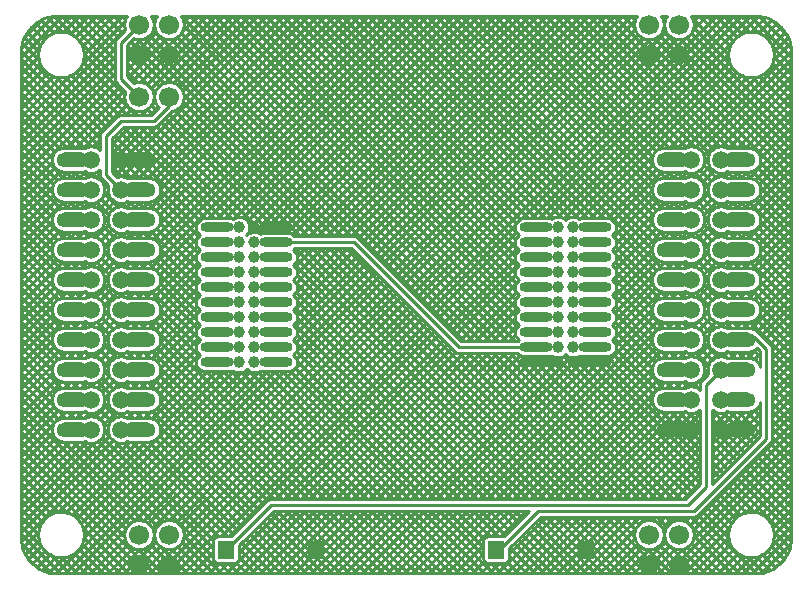
<source format=gtl>
G04 Layer: TopLayer*
G04 EasyEDA v6.5.44, 2024-09-01 09:52:19*
G04 b4576de5f8ba4d03ab64208176f03f1d,a54f91b67bf74260adec70c9c35cfc8e,10*
G04 Gerber Generator version 0.2*
G04 Scale: 100 percent, Rotated: No, Reflected: No *
G04 Dimensions in millimeters *
G04 leading zeros omitted , absolute positions ,4 integer and 5 decimal *
%FSLAX45Y45*%
%MOMM*%

%ADD10C,0.2540*%
%ADD11R,1.4000X1.5000*%
%ADD12O,2.7999944X1.27*%
%ADD13O,2.7999944X0.7999984*%
%ADD14C,1.0000*%
%ADD15C,1.5000*%
%ADD16C,1.7000*%
%ADD17C,0.0150*%

%LPD*%
D10*
X2667000Y-381000D02*
G01*
X2819984Y-381000D01*
X2667000Y-635000D02*
G01*
X2540000Y-762000D01*
X2540000Y-1625600D01*
X2387600Y-1778000D01*
X-1141984Y-1778000D01*
X-1522984Y-2159000D01*
X2819908Y-381000D02*
G01*
X2845308Y-355600D01*
X2946400Y-355600D01*
X3048000Y-457200D01*
X3048000Y-1219200D01*
X2438400Y-1828800D01*
X1117600Y-1828800D01*
X787400Y-2159000D01*
X763015Y-2159000D01*
X-2413000Y889000D02*
G01*
X-2540000Y1016000D01*
X-2540000Y1346200D01*
X-2413000Y1473200D01*
X-2133600Y1473200D01*
X-2006600Y1600200D01*
X-2006600Y1676400D01*
X-1099997Y444500D02*
G01*
X-444500Y444500D01*
X444500Y-444500D01*
X1099997Y-444500D01*
X-2260600Y2286000D02*
G01*
X-2412994Y2133605D01*
X-2412994Y1828797D01*
X-2260594Y1676397D01*
X2591561Y-1602718D02*
G01*
X2591561Y-973968D01*
X2591561Y-973968D02*
G01*
X2597672Y-979327D01*
X2597672Y-979327D02*
G01*
X2610056Y-987602D01*
X2610056Y-987602D02*
G01*
X2623414Y-994189D01*
X2623414Y-994189D02*
G01*
X2637517Y-998976D01*
X2637517Y-998976D02*
G01*
X2652125Y-1001882D01*
X2652125Y-1001882D02*
G01*
X2666987Y-1002856D01*
X2666987Y-1002856D02*
G01*
X2681849Y-1001882D01*
X2681849Y-1001882D02*
G01*
X2696456Y-998976D01*
X2696456Y-998976D02*
G01*
X2710560Y-994189D01*
X2710560Y-994189D02*
G01*
X2721583Y-988753D01*
X2721583Y-988753D02*
G01*
X2729536Y-990405D01*
X2729536Y-990405D02*
G01*
X2743474Y-991359D01*
X2743474Y-991359D02*
G01*
X2896473Y-991359D01*
X2896473Y-991359D02*
G01*
X2910412Y-990405D01*
X2910412Y-990405D02*
G01*
X2924090Y-987563D01*
X2924090Y-987563D02*
G01*
X2937254Y-982885D01*
X2937254Y-982885D02*
G01*
X2949659Y-976457D01*
X2949659Y-976457D02*
G01*
X2961073Y-968400D01*
X2961073Y-968400D02*
G01*
X2971283Y-958864D01*
X2971283Y-958864D02*
G01*
X2980100Y-948027D01*
X2980100Y-948027D02*
G01*
X2987359Y-936090D01*
X2987359Y-936090D02*
G01*
X2992925Y-923276D01*
X2992925Y-923276D02*
G01*
X2996438Y-910740D01*
X2996438Y-910740D02*
G01*
X2996438Y-1197842D01*
X2996438Y-1197842D02*
G01*
X2591561Y-1602718D01*
X2591561Y-1558502D02*
G01*
X2613669Y-1580610D01*
X2591561Y-1486660D02*
G01*
X2649591Y-1544689D01*
X2591561Y-1414818D02*
G01*
X2685512Y-1508768D01*
X2591561Y-1342976D02*
G01*
X2721432Y-1472847D01*
X2591561Y-1271134D02*
G01*
X2757354Y-1436926D01*
X2591561Y-1199291D02*
G01*
X2793275Y-1401005D01*
X2591561Y-1127450D02*
G01*
X2829196Y-1365084D01*
X2591561Y-1055607D02*
G01*
X2865117Y-1329163D01*
X2591561Y-983765D02*
G01*
X2901038Y-1293242D01*
X2681540Y-1001902D02*
G01*
X2936959Y-1257321D01*
X2742793Y-991312D02*
G01*
X2972880Y-1221400D01*
X2814681Y-991359D02*
G01*
X2996438Y-1173115D01*
X2886523Y-991359D02*
G01*
X2996438Y-1101273D01*
X2945578Y-978572D02*
G01*
X2996438Y-1029431D01*
X2982662Y-943814D02*
G01*
X2996438Y-957589D01*
X2591561Y-1548005D02*
G01*
X2996438Y-1143129D01*
X2591561Y-1476163D02*
G01*
X2996438Y-1071287D01*
X2591561Y-1404321D02*
G01*
X2996438Y-999445D01*
X2591561Y-1332479D02*
G01*
X2945352Y-978689D01*
X2986441Y-937600D02*
G01*
X2996438Y-927603D01*
X2591561Y-1260637D02*
G01*
X2860840Y-991359D01*
X2591561Y-1188795D02*
G01*
X2788998Y-991359D01*
X2591561Y-1116953D02*
G01*
X2717989Y-990525D01*
X2591561Y-1045111D02*
G01*
X2637666Y-999006D01*
X-3178054Y-2261605D02*
G01*
X-3193230Y-2243970D01*
X-3193230Y-2243970D02*
G01*
X-3207046Y-2225251D01*
X-3207046Y-2225251D02*
G01*
X-3219424Y-2205551D01*
X-3219424Y-2205551D02*
G01*
X-3230295Y-2184981D01*
X-3230295Y-2184981D02*
G01*
X-3239599Y-2163657D01*
X-3239599Y-2163657D02*
G01*
X-3247283Y-2141697D01*
X-3247283Y-2141697D02*
G01*
X-3253304Y-2119224D01*
X-3253304Y-2119224D02*
G01*
X-3257630Y-2096364D01*
X-3257630Y-2096364D02*
G01*
X-3260235Y-2073245D01*
X-3260235Y-2073245D02*
G01*
X-3261131Y-2049292D01*
X-3261131Y-2049292D02*
G01*
X-3261131Y2049292D01*
X-3261131Y2049292D02*
G01*
X-3260235Y2073245D01*
X-3260235Y2073245D02*
G01*
X-3257630Y2096364D01*
X-3257630Y2096364D02*
G01*
X-3253304Y2119224D01*
X-3253304Y2119224D02*
G01*
X-3247283Y2141697D01*
X-3247283Y2141697D02*
G01*
X-3239599Y2163657D01*
X-3239599Y2163657D02*
G01*
X-3230295Y2184981D01*
X-3230295Y2184981D02*
G01*
X-3219424Y2205551D01*
X-3219424Y2205551D02*
G01*
X-3207046Y2225251D01*
X-3207046Y2225251D02*
G01*
X-3193230Y2243970D01*
X-3193230Y2243970D02*
G01*
X-3178054Y2261605D01*
X-3178054Y2261605D02*
G01*
X-3161603Y2278056D01*
X-3161603Y2278056D02*
G01*
X-3143968Y2293232D01*
X-3143968Y2293232D02*
G01*
X-3125249Y2307047D01*
X-3125249Y2307047D02*
G01*
X-3105549Y2319425D01*
X-3105549Y2319425D02*
G01*
X-3084980Y2330297D01*
X-3084980Y2330297D02*
G01*
X-3063655Y2339600D01*
X-3063655Y2339600D02*
G01*
X-3041695Y2347285D01*
X-3041695Y2347285D02*
G01*
X-3019222Y2353306D01*
X-3019222Y2353306D02*
G01*
X-2996362Y2357632D01*
X-2996362Y2357632D02*
G01*
X-2973243Y2360237D01*
X-2973243Y2360237D02*
G01*
X-2949291Y2361133D01*
X-2949291Y2361133D02*
G01*
X-2358893Y2361133D01*
X-2358893Y2361133D02*
G01*
X-2360816Y2358809D01*
X-2360816Y2358809D02*
G01*
X-2369151Y2345676D01*
X-2369151Y2345676D02*
G01*
X-2375774Y2331601D01*
X-2375774Y2331601D02*
G01*
X-2380580Y2316808D01*
X-2380580Y2316808D02*
G01*
X-2383495Y2301529D01*
X-2383495Y2301529D02*
G01*
X-2384471Y2286005D01*
X-2384471Y2286005D02*
G01*
X-2383495Y2270481D01*
X-2383495Y2270481D02*
G01*
X-2380580Y2255201D01*
X-2380580Y2255201D02*
G01*
X-2376592Y2242927D01*
X-2376592Y2242927D02*
G01*
X-2449454Y2170065D01*
X-2449454Y2170065D02*
G01*
X-2455867Y2162251D01*
X-2455867Y2162251D02*
G01*
X-2460632Y2153337D01*
X-2460632Y2153337D02*
G01*
X-2463566Y2143664D01*
X-2463566Y2143664D02*
G01*
X-2464556Y2133605D01*
X-2464556Y2133605D02*
G01*
X-2464556Y1828797D01*
X-2464556Y1828797D02*
G01*
X-2463566Y1818738D01*
X-2463566Y1818738D02*
G01*
X-2460632Y1809065D01*
X-2460632Y1809065D02*
G01*
X-2455867Y1800151D01*
X-2455867Y1800151D02*
G01*
X-2449454Y1792337D01*
X-2449454Y1792337D02*
G01*
X-2376589Y1719472D01*
X-2376589Y1719472D02*
G01*
X-2380575Y1707205D01*
X-2380575Y1707205D02*
G01*
X-2383490Y1691926D01*
X-2383490Y1691926D02*
G01*
X-2384466Y1676402D01*
X-2384466Y1676402D02*
G01*
X-2383490Y1660878D01*
X-2383490Y1660878D02*
G01*
X-2380575Y1645599D01*
X-2380575Y1645599D02*
G01*
X-2375768Y1630805D01*
X-2375768Y1630805D02*
G01*
X-2369146Y1616731D01*
X-2369146Y1616731D02*
G01*
X-2360811Y1603598D01*
X-2360811Y1603598D02*
G01*
X-2350896Y1591613D01*
X-2350896Y1591613D02*
G01*
X-2339557Y1580965D01*
X-2339557Y1580965D02*
G01*
X-2326973Y1571822D01*
X-2326973Y1571822D02*
G01*
X-2313342Y1564329D01*
X-2313342Y1564329D02*
G01*
X-2298880Y1558602D01*
X-2298880Y1558602D02*
G01*
X-2283814Y1554734D01*
X-2283814Y1554734D02*
G01*
X-2268382Y1552785D01*
X-2268382Y1552785D02*
G01*
X-2252827Y1552785D01*
X-2252827Y1552785D02*
G01*
X-2237395Y1554734D01*
X-2237395Y1554734D02*
G01*
X-2222329Y1558602D01*
X-2222329Y1558602D02*
G01*
X-2207867Y1564329D01*
X-2207867Y1564329D02*
G01*
X-2194236Y1571822D01*
X-2194236Y1571822D02*
G01*
X-2181652Y1580965D01*
X-2181652Y1580965D02*
G01*
X-2170313Y1591613D01*
X-2170313Y1591613D02*
G01*
X-2160398Y1603598D01*
X-2160398Y1603598D02*
G01*
X-2152064Y1616731D01*
X-2152064Y1616731D02*
G01*
X-2145441Y1630805D01*
X-2145441Y1630805D02*
G01*
X-2140634Y1645599D01*
X-2140634Y1645599D02*
G01*
X-2137719Y1660878D01*
X-2137719Y1660878D02*
G01*
X-2136743Y1676402D01*
X-2136743Y1676402D02*
G01*
X-2137719Y1691926D01*
X-2137719Y1691926D02*
G01*
X-2140634Y1707205D01*
X-2140634Y1707205D02*
G01*
X-2145441Y1721999D01*
X-2145441Y1721999D02*
G01*
X-2152064Y1736073D01*
X-2152064Y1736073D02*
G01*
X-2160398Y1749206D01*
X-2160398Y1749206D02*
G01*
X-2170313Y1761191D01*
X-2170313Y1761191D02*
G01*
X-2181652Y1771839D01*
X-2181652Y1771839D02*
G01*
X-2194236Y1780982D01*
X-2194236Y1780982D02*
G01*
X-2207867Y1788475D01*
X-2207867Y1788475D02*
G01*
X-2222329Y1794202D01*
X-2222329Y1794202D02*
G01*
X-2237395Y1798070D01*
X-2237395Y1798070D02*
G01*
X-2252827Y1800020D01*
X-2252827Y1800020D02*
G01*
X-2268382Y1800020D01*
X-2268382Y1800020D02*
G01*
X-2283814Y1798070D01*
X-2283814Y1798070D02*
G01*
X-2298880Y1794202D01*
X-2298880Y1794202D02*
G01*
X-2303608Y1792330D01*
X-2303608Y1792330D02*
G01*
X-2361432Y1850155D01*
X-2361432Y1850155D02*
G01*
X-2361432Y2112247D01*
X-2361432Y2112247D02*
G01*
X-2303606Y2170074D01*
X-2303606Y2170074D02*
G01*
X-2298885Y2168205D01*
X-2298885Y2168205D02*
G01*
X-2283819Y2164337D01*
X-2283819Y2164337D02*
G01*
X-2268387Y2162387D01*
X-2268387Y2162387D02*
G01*
X-2252832Y2162387D01*
X-2252832Y2162387D02*
G01*
X-2237400Y2164337D01*
X-2237400Y2164337D02*
G01*
X-2222334Y2168205D01*
X-2222334Y2168205D02*
G01*
X-2207872Y2173931D01*
X-2207872Y2173931D02*
G01*
X-2194241Y2181425D01*
X-2194241Y2181425D02*
G01*
X-2181657Y2190567D01*
X-2181657Y2190567D02*
G01*
X-2170318Y2201215D01*
X-2170318Y2201215D02*
G01*
X-2160403Y2213200D01*
X-2160403Y2213200D02*
G01*
X-2152069Y2226334D01*
X-2152069Y2226334D02*
G01*
X-2145446Y2240408D01*
X-2145446Y2240408D02*
G01*
X-2140639Y2255201D01*
X-2140639Y2255201D02*
G01*
X-2137724Y2270481D01*
X-2137724Y2270481D02*
G01*
X-2136748Y2286005D01*
X-2136748Y2286005D02*
G01*
X-2137724Y2301529D01*
X-2137724Y2301529D02*
G01*
X-2140639Y2316808D01*
X-2140639Y2316808D02*
G01*
X-2145446Y2331601D01*
X-2145446Y2331601D02*
G01*
X-2152069Y2345676D01*
X-2152069Y2345676D02*
G01*
X-2160403Y2358809D01*
X-2160403Y2358809D02*
G01*
X-2162326Y2361133D01*
X-2162326Y2361133D02*
G01*
X-2104893Y2361133D01*
X-2104893Y2361133D02*
G01*
X-2106816Y2358809D01*
X-2106816Y2358809D02*
G01*
X-2115151Y2345676D01*
X-2115151Y2345676D02*
G01*
X-2121774Y2331601D01*
X-2121774Y2331601D02*
G01*
X-2126580Y2316808D01*
X-2126580Y2316808D02*
G01*
X-2129495Y2301529D01*
X-2129495Y2301529D02*
G01*
X-2130471Y2286005D01*
X-2130471Y2286005D02*
G01*
X-2129495Y2270481D01*
X-2129495Y2270481D02*
G01*
X-2126580Y2255201D01*
X-2126580Y2255201D02*
G01*
X-2121774Y2240408D01*
X-2121774Y2240408D02*
G01*
X-2115151Y2226334D01*
X-2115151Y2226334D02*
G01*
X-2106816Y2213200D01*
X-2106816Y2213200D02*
G01*
X-2096901Y2201215D01*
X-2096901Y2201215D02*
G01*
X-2085562Y2190567D01*
X-2085562Y2190567D02*
G01*
X-2072978Y2181425D01*
X-2072978Y2181425D02*
G01*
X-2059347Y2173931D01*
X-2059347Y2173931D02*
G01*
X-2044885Y2168205D01*
X-2044885Y2168205D02*
G01*
X-2029819Y2164337D01*
X-2029819Y2164337D02*
G01*
X-2014387Y2162387D01*
X-2014387Y2162387D02*
G01*
X-1998832Y2162387D01*
X-1998832Y2162387D02*
G01*
X-1983400Y2164337D01*
X-1983400Y2164337D02*
G01*
X-1968334Y2168205D01*
X-1968334Y2168205D02*
G01*
X-1953872Y2173931D01*
X-1953872Y2173931D02*
G01*
X-1940241Y2181425D01*
X-1940241Y2181425D02*
G01*
X-1927657Y2190567D01*
X-1927657Y2190567D02*
G01*
X-1916318Y2201215D01*
X-1916318Y2201215D02*
G01*
X-1906403Y2213200D01*
X-1906403Y2213200D02*
G01*
X-1898069Y2226334D01*
X-1898069Y2226334D02*
G01*
X-1891446Y2240408D01*
X-1891446Y2240408D02*
G01*
X-1886639Y2255201D01*
X-1886639Y2255201D02*
G01*
X-1883724Y2270481D01*
X-1883724Y2270481D02*
G01*
X-1882748Y2286005D01*
X-1882748Y2286005D02*
G01*
X-1883724Y2301529D01*
X-1883724Y2301529D02*
G01*
X-1886639Y2316808D01*
X-1886639Y2316808D02*
G01*
X-1891446Y2331601D01*
X-1891446Y2331601D02*
G01*
X-1898069Y2345676D01*
X-1898069Y2345676D02*
G01*
X-1906403Y2358809D01*
X-1906403Y2358809D02*
G01*
X-1908326Y2361133D01*
X-1908326Y2361133D02*
G01*
X1959106Y2361133D01*
X1959106Y2361133D02*
G01*
X1957183Y2358809D01*
X1957183Y2358809D02*
G01*
X1948848Y2345676D01*
X1948848Y2345676D02*
G01*
X1942225Y2331601D01*
X1942225Y2331601D02*
G01*
X1937419Y2316808D01*
X1937419Y2316808D02*
G01*
X1934504Y2301529D01*
X1934504Y2301529D02*
G01*
X1933528Y2286005D01*
X1933528Y2286005D02*
G01*
X1934504Y2270481D01*
X1934504Y2270481D02*
G01*
X1937419Y2255201D01*
X1937419Y2255201D02*
G01*
X1942225Y2240408D01*
X1942225Y2240408D02*
G01*
X1948848Y2226334D01*
X1948848Y2226334D02*
G01*
X1957183Y2213200D01*
X1957183Y2213200D02*
G01*
X1967098Y2201215D01*
X1967098Y2201215D02*
G01*
X1978437Y2190567D01*
X1978437Y2190567D02*
G01*
X1991021Y2181425D01*
X1991021Y2181425D02*
G01*
X2004652Y2173931D01*
X2004652Y2173931D02*
G01*
X2019114Y2168205D01*
X2019114Y2168205D02*
G01*
X2034180Y2164337D01*
X2034180Y2164337D02*
G01*
X2049612Y2162387D01*
X2049612Y2162387D02*
G01*
X2065167Y2162387D01*
X2065167Y2162387D02*
G01*
X2080599Y2164337D01*
X2080599Y2164337D02*
G01*
X2095665Y2168205D01*
X2095665Y2168205D02*
G01*
X2110127Y2173931D01*
X2110127Y2173931D02*
G01*
X2123758Y2181425D01*
X2123758Y2181425D02*
G01*
X2136342Y2190567D01*
X2136342Y2190567D02*
G01*
X2147681Y2201215D01*
X2147681Y2201215D02*
G01*
X2157596Y2213200D01*
X2157596Y2213200D02*
G01*
X2165930Y2226334D01*
X2165930Y2226334D02*
G01*
X2172553Y2240408D01*
X2172553Y2240408D02*
G01*
X2177360Y2255201D01*
X2177360Y2255201D02*
G01*
X2180275Y2270481D01*
X2180275Y2270481D02*
G01*
X2181251Y2286005D01*
X2181251Y2286005D02*
G01*
X2180275Y2301529D01*
X2180275Y2301529D02*
G01*
X2177360Y2316808D01*
X2177360Y2316808D02*
G01*
X2172553Y2331601D01*
X2172553Y2331601D02*
G01*
X2165930Y2345676D01*
X2165930Y2345676D02*
G01*
X2157596Y2358809D01*
X2157596Y2358809D02*
G01*
X2155673Y2361133D01*
X2155673Y2361133D02*
G01*
X2213106Y2361133D01*
X2213106Y2361133D02*
G01*
X2211183Y2358809D01*
X2211183Y2358809D02*
G01*
X2202848Y2345676D01*
X2202848Y2345676D02*
G01*
X2196225Y2331601D01*
X2196225Y2331601D02*
G01*
X2191419Y2316808D01*
X2191419Y2316808D02*
G01*
X2188504Y2301529D01*
X2188504Y2301529D02*
G01*
X2187528Y2286005D01*
X2187528Y2286005D02*
G01*
X2188504Y2270481D01*
X2188504Y2270481D02*
G01*
X2191419Y2255201D01*
X2191419Y2255201D02*
G01*
X2196225Y2240408D01*
X2196225Y2240408D02*
G01*
X2202848Y2226334D01*
X2202848Y2226334D02*
G01*
X2211183Y2213200D01*
X2211183Y2213200D02*
G01*
X2221098Y2201215D01*
X2221098Y2201215D02*
G01*
X2232437Y2190567D01*
X2232437Y2190567D02*
G01*
X2245021Y2181425D01*
X2245021Y2181425D02*
G01*
X2258652Y2173931D01*
X2258652Y2173931D02*
G01*
X2273114Y2168205D01*
X2273114Y2168205D02*
G01*
X2288180Y2164337D01*
X2288180Y2164337D02*
G01*
X2303612Y2162387D01*
X2303612Y2162387D02*
G01*
X2319167Y2162387D01*
X2319167Y2162387D02*
G01*
X2334599Y2164337D01*
X2334599Y2164337D02*
G01*
X2349665Y2168205D01*
X2349665Y2168205D02*
G01*
X2364127Y2173931D01*
X2364127Y2173931D02*
G01*
X2377758Y2181425D01*
X2377758Y2181425D02*
G01*
X2390342Y2190567D01*
X2390342Y2190567D02*
G01*
X2401681Y2201215D01*
X2401681Y2201215D02*
G01*
X2411596Y2213200D01*
X2411596Y2213200D02*
G01*
X2419930Y2226334D01*
X2419930Y2226334D02*
G01*
X2426553Y2240408D01*
X2426553Y2240408D02*
G01*
X2431360Y2255201D01*
X2431360Y2255201D02*
G01*
X2434275Y2270481D01*
X2434275Y2270481D02*
G01*
X2435251Y2286005D01*
X2435251Y2286005D02*
G01*
X2434275Y2301529D01*
X2434275Y2301529D02*
G01*
X2431360Y2316808D01*
X2431360Y2316808D02*
G01*
X2426553Y2331601D01*
X2426553Y2331601D02*
G01*
X2419930Y2345676D01*
X2419930Y2345676D02*
G01*
X2411596Y2358809D01*
X2411596Y2358809D02*
G01*
X2409673Y2361133D01*
X2409673Y2361133D02*
G01*
X2949291Y2361133D01*
X2949291Y2361133D02*
G01*
X2973243Y2360237D01*
X2973243Y2360237D02*
G01*
X2996362Y2357632D01*
X2996362Y2357632D02*
G01*
X3019222Y2353306D01*
X3019222Y2353306D02*
G01*
X3041695Y2347285D01*
X3041695Y2347285D02*
G01*
X3063655Y2339600D01*
X3063655Y2339600D02*
G01*
X3084980Y2330297D01*
X3084980Y2330297D02*
G01*
X3105549Y2319425D01*
X3105549Y2319425D02*
G01*
X3125249Y2307047D01*
X3125249Y2307047D02*
G01*
X3143968Y2293232D01*
X3143968Y2293232D02*
G01*
X3161603Y2278056D01*
X3161603Y2278056D02*
G01*
X3178054Y2261605D01*
X3178054Y2261605D02*
G01*
X3193230Y2243970D01*
X3193230Y2243970D02*
G01*
X3207046Y2225251D01*
X3207046Y2225251D02*
G01*
X3219424Y2205551D01*
X3219424Y2205551D02*
G01*
X3230295Y2184981D01*
X3230295Y2184981D02*
G01*
X3239599Y2163657D01*
X3239599Y2163657D02*
G01*
X3247283Y2141697D01*
X3247283Y2141697D02*
G01*
X3253304Y2119224D01*
X3253304Y2119224D02*
G01*
X3257630Y2096364D01*
X3257630Y2096364D02*
G01*
X3260235Y2073245D01*
X3260235Y2073245D02*
G01*
X3261131Y2049292D01*
X3261131Y2049292D02*
G01*
X3261131Y-2049292D01*
X3261131Y-2049292D02*
G01*
X3260235Y-2073245D01*
X3260235Y-2073245D02*
G01*
X3257630Y-2096364D01*
X3257630Y-2096364D02*
G01*
X3253304Y-2119224D01*
X3253304Y-2119224D02*
G01*
X3247283Y-2141697D01*
X3247283Y-2141697D02*
G01*
X3239599Y-2163657D01*
X3239599Y-2163657D02*
G01*
X3230295Y-2184981D01*
X3230295Y-2184981D02*
G01*
X3219424Y-2205551D01*
X3219424Y-2205551D02*
G01*
X3207046Y-2225251D01*
X3207046Y-2225251D02*
G01*
X3193230Y-2243970D01*
X3193230Y-2243970D02*
G01*
X3178054Y-2261605D01*
X3178054Y-2261605D02*
G01*
X3161603Y-2278056D01*
X3161603Y-2278056D02*
G01*
X3143968Y-2293232D01*
X3143968Y-2293232D02*
G01*
X3125249Y-2307047D01*
X3125249Y-2307047D02*
G01*
X3105549Y-2319425D01*
X3105549Y-2319425D02*
G01*
X3084980Y-2330297D01*
X3084980Y-2330297D02*
G01*
X3063655Y-2339600D01*
X3063655Y-2339600D02*
G01*
X3041695Y-2347285D01*
X3041695Y-2347285D02*
G01*
X3019222Y-2353306D01*
X3019222Y-2353306D02*
G01*
X2996362Y-2357632D01*
X2996362Y-2357632D02*
G01*
X2973243Y-2360237D01*
X2973243Y-2360237D02*
G01*
X2949291Y-2361133D01*
X2949291Y-2361133D02*
G01*
X-2949291Y-2361133D01*
X-2949291Y-2361133D02*
G01*
X-2973243Y-2360237D01*
X-2973243Y-2360237D02*
G01*
X-2996362Y-2357632D01*
X-2996362Y-2357632D02*
G01*
X-3019222Y-2353306D01*
X-3019222Y-2353306D02*
G01*
X-3041695Y-2347285D01*
X-3041695Y-2347285D02*
G01*
X-3063655Y-2339600D01*
X-3063655Y-2339600D02*
G01*
X-3084980Y-2330297D01*
X-3084980Y-2330297D02*
G01*
X-3105549Y-2319425D01*
X-3105549Y-2319425D02*
G01*
X-3125249Y-2307047D01*
X-3125249Y-2307047D02*
G01*
X-3143968Y-2293232D01*
X-3143968Y-2293232D02*
G01*
X-3161603Y-2278056D01*
X-3161603Y-2278056D02*
G01*
X-3178054Y-2261605D01*
X-1628009Y-2250861D02*
G01*
X-1623380Y-2258229D01*
X-1623380Y-2258229D02*
G01*
X-1617226Y-2264383D01*
X-1617226Y-2264383D02*
G01*
X-1609858Y-2269013D01*
X-1609858Y-2269013D02*
G01*
X-1601644Y-2271887D01*
X-1601644Y-2271887D02*
G01*
X-1592996Y-2272861D01*
X-1592996Y-2272861D02*
G01*
X-1452996Y-2272861D01*
X-1452996Y-2272861D02*
G01*
X-1444349Y-2271887D01*
X-1444349Y-2271887D02*
G01*
X-1436135Y-2269013D01*
X-1436135Y-2269013D02*
G01*
X-1428766Y-2264383D01*
X-1428766Y-2264383D02*
G01*
X-1422613Y-2258229D01*
X-1422613Y-2258229D02*
G01*
X-1417983Y-2250861D01*
X-1417983Y-2250861D02*
G01*
X-1415109Y-2242647D01*
X-1415109Y-2242647D02*
G01*
X-1414134Y-2233999D01*
X-1414134Y-2233999D02*
G01*
X-1414134Y-2123070D01*
X-1414134Y-2123070D02*
G01*
X-1120626Y-1829562D01*
X-1120626Y-1829562D02*
G01*
X1043918Y-1829562D01*
X1043918Y-1829562D02*
G01*
X828342Y-2045138D01*
X828342Y-2045138D02*
G01*
X692998Y-2045138D01*
X692998Y-2045138D02*
G01*
X684350Y-2046112D01*
X684350Y-2046112D02*
G01*
X676136Y-2048986D01*
X676136Y-2048986D02*
G01*
X668768Y-2053616D01*
X668768Y-2053616D02*
G01*
X662614Y-2059770D01*
X662614Y-2059770D02*
G01*
X657984Y-2067138D01*
X657984Y-2067138D02*
G01*
X655110Y-2075352D01*
X655110Y-2075352D02*
G01*
X654136Y-2084000D01*
X654136Y-2084000D02*
G01*
X654136Y-2233999D01*
X654136Y-2233999D02*
G01*
X655110Y-2242647D01*
X655110Y-2242647D02*
G01*
X657984Y-2250861D01*
X657984Y-2250861D02*
G01*
X662614Y-2258229D01*
X662614Y-2258229D02*
G01*
X668768Y-2264383D01*
X668768Y-2264383D02*
G01*
X676136Y-2269013D01*
X676136Y-2269013D02*
G01*
X684350Y-2271887D01*
X684350Y-2271887D02*
G01*
X692998Y-2272861D01*
X692998Y-2272861D02*
G01*
X832998Y-2272861D01*
X832998Y-2272861D02*
G01*
X841645Y-2271887D01*
X841645Y-2271887D02*
G01*
X849859Y-2269013D01*
X849859Y-2269013D02*
G01*
X857228Y-2264383D01*
X857228Y-2264383D02*
G01*
X863381Y-2258229D01*
X863381Y-2258229D02*
G01*
X868011Y-2250861D01*
X868011Y-2250861D02*
G01*
X870885Y-2242647D01*
X870885Y-2242647D02*
G01*
X871860Y-2233999D01*
X871860Y-2233999D02*
G01*
X871860Y-2147459D01*
X871860Y-2147459D02*
G01*
X1138957Y-1880362D01*
X1138957Y-1880362D02*
G01*
X2438400Y-1880362D01*
X2438400Y-1880362D02*
G01*
X2448459Y-1879371D01*
X2448459Y-1879371D02*
G01*
X2458131Y-1876437D01*
X2458131Y-1876437D02*
G01*
X2467046Y-1871672D01*
X2467046Y-1871672D02*
G01*
X2474859Y-1865259D01*
X2474859Y-1865259D02*
G01*
X3084459Y-1255659D01*
X3084459Y-1255659D02*
G01*
X3090872Y-1247846D01*
X3090872Y-1247846D02*
G01*
X3095637Y-1238931D01*
X3095637Y-1238931D02*
G01*
X3098571Y-1229259D01*
X3098571Y-1229259D02*
G01*
X3099561Y-1219200D01*
X3099561Y-1219200D02*
G01*
X3099561Y-457200D01*
X3099561Y-457200D02*
G01*
X3098571Y-447140D01*
X3098571Y-447140D02*
G01*
X3095637Y-437468D01*
X3095637Y-437468D02*
G01*
X3090872Y-428553D01*
X3090872Y-428553D02*
G01*
X3084459Y-420740D01*
X3084459Y-420740D02*
G01*
X2982859Y-319140D01*
X2982859Y-319140D02*
G01*
X2975046Y-312727D01*
X2975046Y-312727D02*
G01*
X2970248Y-310163D01*
X2970248Y-310163D02*
G01*
X2961073Y-301594D01*
X2961073Y-301594D02*
G01*
X2949659Y-293537D01*
X2949659Y-293537D02*
G01*
X2937254Y-287109D01*
X2937254Y-287109D02*
G01*
X2924090Y-282431D01*
X2924090Y-282431D02*
G01*
X2910412Y-279588D01*
X2910412Y-279588D02*
G01*
X2896473Y-278635D01*
X2896473Y-278635D02*
G01*
X2743474Y-278635D01*
X2743474Y-278635D02*
G01*
X2729536Y-279588D01*
X2729536Y-279588D02*
G01*
X2721587Y-281240D01*
X2721587Y-281240D02*
G01*
X2710560Y-275802D01*
X2710560Y-275802D02*
G01*
X2696456Y-271015D01*
X2696456Y-271015D02*
G01*
X2681849Y-268109D01*
X2681849Y-268109D02*
G01*
X2666987Y-267135D01*
X2666987Y-267135D02*
G01*
X2652125Y-268109D01*
X2652125Y-268109D02*
G01*
X2637517Y-271015D01*
X2637517Y-271015D02*
G01*
X2623414Y-275802D01*
X2623414Y-275802D02*
G01*
X2610056Y-282390D01*
X2610056Y-282390D02*
G01*
X2597672Y-290664D01*
X2597672Y-290664D02*
G01*
X2586474Y-300485D01*
X2586474Y-300485D02*
G01*
X2576654Y-311682D01*
X2576654Y-311682D02*
G01*
X2568379Y-324066D01*
X2568379Y-324066D02*
G01*
X2561792Y-337424D01*
X2561792Y-337424D02*
G01*
X2557005Y-351527D01*
X2557005Y-351527D02*
G01*
X2554099Y-366135D01*
X2554099Y-366135D02*
G01*
X2553125Y-380997D01*
X2553125Y-380997D02*
G01*
X2554099Y-395859D01*
X2554099Y-395859D02*
G01*
X2557005Y-410467D01*
X2557005Y-410467D02*
G01*
X2561792Y-424570D01*
X2561792Y-424570D02*
G01*
X2568379Y-437928D01*
X2568379Y-437928D02*
G01*
X2576654Y-450312D01*
X2576654Y-450312D02*
G01*
X2586474Y-461509D01*
X2586474Y-461509D02*
G01*
X2597672Y-471330D01*
X2597672Y-471330D02*
G01*
X2610056Y-479604D01*
X2610056Y-479604D02*
G01*
X2623414Y-486192D01*
X2623414Y-486192D02*
G01*
X2637517Y-490979D01*
X2637517Y-490979D02*
G01*
X2652125Y-493885D01*
X2652125Y-493885D02*
G01*
X2666987Y-494859D01*
X2666987Y-494859D02*
G01*
X2681849Y-493885D01*
X2681849Y-493885D02*
G01*
X2696456Y-490979D01*
X2696456Y-490979D02*
G01*
X2710560Y-486192D01*
X2710560Y-486192D02*
G01*
X2721587Y-480754D01*
X2721587Y-480754D02*
G01*
X2729536Y-482405D01*
X2729536Y-482405D02*
G01*
X2743474Y-483359D01*
X2743474Y-483359D02*
G01*
X2896473Y-483359D01*
X2896473Y-483359D02*
G01*
X2910412Y-482405D01*
X2910412Y-482405D02*
G01*
X2924090Y-479563D01*
X2924090Y-479563D02*
G01*
X2937254Y-474885D01*
X2937254Y-474885D02*
G01*
X2949659Y-468457D01*
X2949659Y-468457D02*
G01*
X2961073Y-460400D01*
X2961073Y-460400D02*
G01*
X2969971Y-452090D01*
X2969971Y-452090D02*
G01*
X2996438Y-478557D01*
X2996438Y-478557D02*
G01*
X2996438Y-613254D01*
X2996438Y-613254D02*
G01*
X2992925Y-600718D01*
X2992925Y-600718D02*
G01*
X2987359Y-587904D01*
X2987359Y-587904D02*
G01*
X2980100Y-575967D01*
X2980100Y-575967D02*
G01*
X2971283Y-565129D01*
X2971283Y-565129D02*
G01*
X2961073Y-555594D01*
X2961073Y-555594D02*
G01*
X2949659Y-547537D01*
X2949659Y-547537D02*
G01*
X2937254Y-541109D01*
X2937254Y-541109D02*
G01*
X2924090Y-536431D01*
X2924090Y-536431D02*
G01*
X2910412Y-533588D01*
X2910412Y-533588D02*
G01*
X2896473Y-532635D01*
X2896473Y-532635D02*
G01*
X2743474Y-532635D01*
X2743474Y-532635D02*
G01*
X2729536Y-533588D01*
X2729536Y-533588D02*
G01*
X2721587Y-535240D01*
X2721587Y-535240D02*
G01*
X2710560Y-529802D01*
X2710560Y-529802D02*
G01*
X2696456Y-525015D01*
X2696456Y-525015D02*
G01*
X2681849Y-522109D01*
X2681849Y-522109D02*
G01*
X2666987Y-521135D01*
X2666987Y-521135D02*
G01*
X2652125Y-522109D01*
X2652125Y-522109D02*
G01*
X2637517Y-525015D01*
X2637517Y-525015D02*
G01*
X2623414Y-529802D01*
X2623414Y-529802D02*
G01*
X2610056Y-536390D01*
X2610056Y-536390D02*
G01*
X2597672Y-544664D01*
X2597672Y-544664D02*
G01*
X2586474Y-554485D01*
X2586474Y-554485D02*
G01*
X2576654Y-565682D01*
X2576654Y-565682D02*
G01*
X2568379Y-578066D01*
X2568379Y-578066D02*
G01*
X2561792Y-591424D01*
X2561792Y-591424D02*
G01*
X2557005Y-605527D01*
X2557005Y-605527D02*
G01*
X2554099Y-620135D01*
X2554099Y-620135D02*
G01*
X2553125Y-634997D01*
X2553125Y-634997D02*
G01*
X2554099Y-649859D01*
X2554099Y-649859D02*
G01*
X2557005Y-664467D01*
X2557005Y-664467D02*
G01*
X2558933Y-670146D01*
X2558933Y-670146D02*
G01*
X2503540Y-725540D01*
X2503540Y-725540D02*
G01*
X2497127Y-733353D01*
X2497127Y-733353D02*
G01*
X2492362Y-742268D01*
X2492362Y-742268D02*
G01*
X2489428Y-751940D01*
X2489428Y-751940D02*
G01*
X2488438Y-762000D01*
X2488438Y-762000D02*
G01*
X2488438Y-804043D01*
X2488438Y-804043D02*
G01*
X2482302Y-798662D01*
X2482302Y-798662D02*
G01*
X2469918Y-790387D01*
X2469918Y-790387D02*
G01*
X2456560Y-783800D01*
X2456560Y-783800D02*
G01*
X2442456Y-779012D01*
X2442456Y-779012D02*
G01*
X2427849Y-776107D01*
X2427849Y-776107D02*
G01*
X2412987Y-775133D01*
X2412987Y-775133D02*
G01*
X2398125Y-776107D01*
X2398125Y-776107D02*
G01*
X2383517Y-779012D01*
X2383517Y-779012D02*
G01*
X2369414Y-783800D01*
X2369414Y-783800D02*
G01*
X2358377Y-789242D01*
X2358377Y-789242D02*
G01*
X2350418Y-787588D01*
X2350418Y-787588D02*
G01*
X2336479Y-786635D01*
X2336479Y-786635D02*
G01*
X2183480Y-786635D01*
X2183480Y-786635D02*
G01*
X2169542Y-787588D01*
X2169542Y-787588D02*
G01*
X2155863Y-790431D01*
X2155863Y-790431D02*
G01*
X2142699Y-795109D01*
X2142699Y-795109D02*
G01*
X2130294Y-801537D01*
X2130294Y-801537D02*
G01*
X2118881Y-809594D01*
X2118881Y-809594D02*
G01*
X2108670Y-819129D01*
X2108670Y-819129D02*
G01*
X2099853Y-829967D01*
X2099853Y-829967D02*
G01*
X2092594Y-841904D01*
X2092594Y-841904D02*
G01*
X2087028Y-854718D01*
X2087028Y-854718D02*
G01*
X2083259Y-868171D01*
X2083259Y-868171D02*
G01*
X2081357Y-882011D01*
X2081357Y-882011D02*
G01*
X2081357Y-895982D01*
X2081357Y-895982D02*
G01*
X2083259Y-909823D01*
X2083259Y-909823D02*
G01*
X2087028Y-923276D01*
X2087028Y-923276D02*
G01*
X2092594Y-936090D01*
X2092594Y-936090D02*
G01*
X2099853Y-948027D01*
X2099853Y-948027D02*
G01*
X2108670Y-958864D01*
X2108670Y-958864D02*
G01*
X2118881Y-968400D01*
X2118881Y-968400D02*
G01*
X2130294Y-976457D01*
X2130294Y-976457D02*
G01*
X2142699Y-982885D01*
X2142699Y-982885D02*
G01*
X2155863Y-987563D01*
X2155863Y-987563D02*
G01*
X2169542Y-990405D01*
X2169542Y-990405D02*
G01*
X2183480Y-991359D01*
X2183480Y-991359D02*
G01*
X2336479Y-991359D01*
X2336479Y-991359D02*
G01*
X2350418Y-990405D01*
X2350418Y-990405D02*
G01*
X2358384Y-988750D01*
X2358384Y-988750D02*
G01*
X2369414Y-994189D01*
X2369414Y-994189D02*
G01*
X2383517Y-998976D01*
X2383517Y-998976D02*
G01*
X2398125Y-1001882D01*
X2398125Y-1001882D02*
G01*
X2412987Y-1002856D01*
X2412987Y-1002856D02*
G01*
X2427849Y-1001882D01*
X2427849Y-1001882D02*
G01*
X2442456Y-998976D01*
X2442456Y-998976D02*
G01*
X2456560Y-994189D01*
X2456560Y-994189D02*
G01*
X2469918Y-987602D01*
X2469918Y-987602D02*
G01*
X2482302Y-979327D01*
X2482302Y-979327D02*
G01*
X2488438Y-973946D01*
X2488438Y-973946D02*
G01*
X2488438Y-1604242D01*
X2488438Y-1604242D02*
G01*
X2366242Y-1726437D01*
X2366242Y-1726437D02*
G01*
X-1141984Y-1726437D01*
X-1141984Y-1726437D02*
G01*
X-1152043Y-1727428D01*
X-1152043Y-1727428D02*
G01*
X-1161715Y-1730362D01*
X-1161715Y-1730362D02*
G01*
X-1170630Y-1735127D01*
X-1170630Y-1735127D02*
G01*
X-1178443Y-1741540D01*
X-1178443Y-1741540D02*
G01*
X-1482041Y-2045138D01*
X-1482041Y-2045138D02*
G01*
X-1592996Y-2045138D01*
X-1592996Y-2045138D02*
G01*
X-1601644Y-2046112D01*
X-1601644Y-2046112D02*
G01*
X-1609858Y-2048986D01*
X-1609858Y-2048986D02*
G01*
X-1617226Y-2053616D01*
X-1617226Y-2053616D02*
G01*
X-1623380Y-2059770D01*
X-1623380Y-2059770D02*
G01*
X-1628009Y-2067138D01*
X-1628009Y-2067138D02*
G01*
X-1630884Y-2075352D01*
X-1630884Y-2075352D02*
G01*
X-1631858Y-2084000D01*
X-1631858Y-2084000D02*
G01*
X-1631858Y-2233999D01*
X-1631858Y-2233999D02*
G01*
X-1630884Y-2242647D01*
X-1630884Y-2242647D02*
G01*
X-1628009Y-2250861D01*
X-1755791Y-627261D02*
G01*
X-1746381Y-635298D01*
X-1746381Y-635298D02*
G01*
X-1735829Y-641764D01*
X-1735829Y-641764D02*
G01*
X-1724396Y-646499D01*
X-1724396Y-646499D02*
G01*
X-1712363Y-649388D01*
X-1712363Y-649388D02*
G01*
X-1700027Y-650359D01*
X-1700027Y-650359D02*
G01*
X-1500027Y-650359D01*
X-1500027Y-650359D02*
G01*
X-1487690Y-649388D01*
X-1487690Y-649388D02*
G01*
X-1475657Y-646499D01*
X-1475657Y-646499D02*
G01*
X-1466391Y-642661D01*
X-1466391Y-642661D02*
G01*
X-1463557Y-644921D01*
X-1463557Y-644921D02*
G01*
X-1452055Y-651561D01*
X-1452055Y-651561D02*
G01*
X-1439692Y-656413D01*
X-1439692Y-656413D02*
G01*
X-1426743Y-659369D01*
X-1426743Y-659369D02*
G01*
X-1413499Y-660361D01*
X-1413499Y-660361D02*
G01*
X-1400255Y-659369D01*
X-1400255Y-659369D02*
G01*
X-1387307Y-656413D01*
X-1387307Y-656413D02*
G01*
X-1374944Y-651561D01*
X-1374944Y-651561D02*
G01*
X-1363442Y-644921D01*
X-1363442Y-644921D02*
G01*
X-1353058Y-636640D01*
X-1353058Y-636640D02*
G01*
X-1349998Y-633342D01*
X-1349998Y-633342D02*
G01*
X-1346938Y-636640D01*
X-1346938Y-636640D02*
G01*
X-1336555Y-644921D01*
X-1336555Y-644921D02*
G01*
X-1325052Y-651561D01*
X-1325052Y-651561D02*
G01*
X-1312689Y-656413D01*
X-1312689Y-656413D02*
G01*
X-1299741Y-659369D01*
X-1299741Y-659369D02*
G01*
X-1286497Y-660361D01*
X-1286497Y-660361D02*
G01*
X-1273253Y-659369D01*
X-1273253Y-659369D02*
G01*
X-1260304Y-656413D01*
X-1260304Y-656413D02*
G01*
X-1247941Y-651561D01*
X-1247941Y-651561D02*
G01*
X-1236439Y-644921D01*
X-1236439Y-644921D02*
G01*
X-1233625Y-642677D01*
X-1233625Y-642677D02*
G01*
X-1224397Y-646499D01*
X-1224397Y-646499D02*
G01*
X-1212364Y-649388D01*
X-1212364Y-649388D02*
G01*
X-1200028Y-650359D01*
X-1200028Y-650359D02*
G01*
X-1000028Y-650359D01*
X-1000028Y-650359D02*
G01*
X-987691Y-649388D01*
X-987691Y-649388D02*
G01*
X-975658Y-646499D01*
X-975658Y-646499D02*
G01*
X-964225Y-641764D01*
X-964225Y-641764D02*
G01*
X-953674Y-635298D01*
X-953674Y-635298D02*
G01*
X-944264Y-627261D01*
X-944264Y-627261D02*
G01*
X-936227Y-617851D01*
X-936227Y-617851D02*
G01*
X-929761Y-607300D01*
X-929761Y-607300D02*
G01*
X-925026Y-595867D01*
X-925026Y-595867D02*
G01*
X-922137Y-583834D01*
X-922137Y-583834D02*
G01*
X-921166Y-571497D01*
X-921166Y-571497D02*
G01*
X-922137Y-559160D01*
X-922137Y-559160D02*
G01*
X-925026Y-547127D01*
X-925026Y-547127D02*
G01*
X-929761Y-535694D01*
X-929761Y-535694D02*
G01*
X-936227Y-525143D01*
X-936227Y-525143D02*
G01*
X-944264Y-515733D01*
X-944264Y-515733D02*
G01*
X-953321Y-507998D01*
X-953321Y-507998D02*
G01*
X-944264Y-500263D01*
X-944264Y-500263D02*
G01*
X-936227Y-490853D01*
X-936227Y-490853D02*
G01*
X-929761Y-480302D01*
X-929761Y-480302D02*
G01*
X-925026Y-468869D01*
X-925026Y-468869D02*
G01*
X-922137Y-456836D01*
X-922137Y-456836D02*
G01*
X-921166Y-444500D01*
X-921166Y-444500D02*
G01*
X-922137Y-432163D01*
X-922137Y-432163D02*
G01*
X-925026Y-420130D01*
X-925026Y-420130D02*
G01*
X-929761Y-408697D01*
X-929761Y-408697D02*
G01*
X-936227Y-398146D01*
X-936227Y-398146D02*
G01*
X-944264Y-388736D01*
X-944264Y-388736D02*
G01*
X-953318Y-381003D01*
X-953318Y-381003D02*
G01*
X-944264Y-373271D01*
X-944264Y-373271D02*
G01*
X-936227Y-363861D01*
X-936227Y-363861D02*
G01*
X-929761Y-353310D01*
X-929761Y-353310D02*
G01*
X-925026Y-341877D01*
X-925026Y-341877D02*
G01*
X-922137Y-329844D01*
X-922137Y-329844D02*
G01*
X-921166Y-317507D01*
X-921166Y-317507D02*
G01*
X-922137Y-305170D01*
X-922137Y-305170D02*
G01*
X-925026Y-293137D01*
X-925026Y-293137D02*
G01*
X-929761Y-281705D01*
X-929761Y-281705D02*
G01*
X-936227Y-271153D01*
X-936227Y-271153D02*
G01*
X-944264Y-261743D01*
X-944264Y-261743D02*
G01*
X-953319Y-254010D01*
X-953319Y-254010D02*
G01*
X-944264Y-246276D01*
X-944264Y-246276D02*
G01*
X-936227Y-236866D01*
X-936227Y-236866D02*
G01*
X-929761Y-226315D01*
X-929761Y-226315D02*
G01*
X-925026Y-214882D01*
X-925026Y-214882D02*
G01*
X-922137Y-202849D01*
X-922137Y-202849D02*
G01*
X-921166Y-190512D01*
X-921166Y-190512D02*
G01*
X-922137Y-178175D01*
X-922137Y-178175D02*
G01*
X-925026Y-166142D01*
X-925026Y-166142D02*
G01*
X-929761Y-154710D01*
X-929761Y-154710D02*
G01*
X-936227Y-144158D01*
X-936227Y-144158D02*
G01*
X-944264Y-134748D01*
X-944264Y-134748D02*
G01*
X-953335Y-127001D01*
X-953335Y-127001D02*
G01*
X-944264Y-119253D01*
X-944264Y-119253D02*
G01*
X-936227Y-109843D01*
X-936227Y-109843D02*
G01*
X-929761Y-99292D01*
X-929761Y-99292D02*
G01*
X-925026Y-87859D01*
X-925026Y-87859D02*
G01*
X-922137Y-75826D01*
X-922137Y-75826D02*
G01*
X-921166Y-63489D01*
X-921166Y-63489D02*
G01*
X-922137Y-51153D01*
X-922137Y-51153D02*
G01*
X-925026Y-39120D01*
X-925026Y-39120D02*
G01*
X-929761Y-27687D01*
X-929761Y-27687D02*
G01*
X-936227Y-17135D01*
X-936227Y-17135D02*
G01*
X-944264Y-7725D01*
X-944264Y-7725D02*
G01*
X-953319Y7D01*
X-953319Y7D02*
G01*
X-944264Y7741D01*
X-944264Y7741D02*
G01*
X-936227Y17151D01*
X-936227Y17151D02*
G01*
X-929761Y27702D01*
X-929761Y27702D02*
G01*
X-925026Y39135D01*
X-925026Y39135D02*
G01*
X-922137Y51168D01*
X-922137Y51168D02*
G01*
X-921166Y63505D01*
X-921166Y63505D02*
G01*
X-922137Y75841D01*
X-922137Y75841D02*
G01*
X-925026Y87874D01*
X-925026Y87874D02*
G01*
X-929761Y99307D01*
X-929761Y99307D02*
G01*
X-936227Y109859D01*
X-936227Y109859D02*
G01*
X-944264Y119269D01*
X-944264Y119269D02*
G01*
X-953319Y127002D01*
X-953319Y127002D02*
G01*
X-944264Y134736D01*
X-944264Y134736D02*
G01*
X-936227Y144146D01*
X-936227Y144146D02*
G01*
X-929761Y154697D01*
X-929761Y154697D02*
G01*
X-925026Y166130D01*
X-925026Y166130D02*
G01*
X-922137Y178163D01*
X-922137Y178163D02*
G01*
X-921166Y190500D01*
X-921166Y190500D02*
G01*
X-922137Y202836D01*
X-922137Y202836D02*
G01*
X-925026Y214869D01*
X-925026Y214869D02*
G01*
X-929761Y226302D01*
X-929761Y226302D02*
G01*
X-936227Y236853D01*
X-936227Y236853D02*
G01*
X-944264Y246263D01*
X-944264Y246263D02*
G01*
X-953321Y253998D01*
X-953321Y253998D02*
G01*
X-944264Y261733D01*
X-944264Y261733D02*
G01*
X-936227Y271143D01*
X-936227Y271143D02*
G01*
X-929761Y281694D01*
X-929761Y281694D02*
G01*
X-925026Y293127D01*
X-925026Y293127D02*
G01*
X-922137Y305160D01*
X-922137Y305160D02*
G01*
X-921166Y317497D01*
X-921166Y317497D02*
G01*
X-922137Y329834D01*
X-922137Y329834D02*
G01*
X-925026Y341867D01*
X-925026Y341867D02*
G01*
X-929761Y353300D01*
X-929761Y353300D02*
G01*
X-936227Y363851D01*
X-936227Y363851D02*
G01*
X-944264Y373261D01*
X-944264Y373261D02*
G01*
X-953319Y380994D01*
X-953319Y380994D02*
G01*
X-944264Y388728D01*
X-944264Y388728D02*
G01*
X-940669Y392937D01*
X-940669Y392937D02*
G01*
X-465857Y392937D01*
X-465857Y392937D02*
G01*
X408040Y-480959D01*
X408040Y-480959D02*
G01*
X415853Y-487372D01*
X415853Y-487372D02*
G01*
X424768Y-492137D01*
X424768Y-492137D02*
G01*
X434440Y-495071D01*
X434440Y-495071D02*
G01*
X444500Y-496062D01*
X444500Y-496062D02*
G01*
X940617Y-496062D01*
X940617Y-496062D02*
G01*
X944206Y-500263D01*
X944206Y-500263D02*
G01*
X953616Y-508300D01*
X953616Y-508300D02*
G01*
X964167Y-514766D01*
X964167Y-514766D02*
G01*
X975600Y-519502D01*
X975600Y-519502D02*
G01*
X987633Y-522390D01*
X987633Y-522390D02*
G01*
X999970Y-523361D01*
X999970Y-523361D02*
G01*
X1199969Y-523361D01*
X1199969Y-523361D02*
G01*
X1212306Y-522390D01*
X1212306Y-522390D02*
G01*
X1224339Y-519502D01*
X1224339Y-519502D02*
G01*
X1233633Y-515652D01*
X1233633Y-515652D02*
G01*
X1236436Y-517888D01*
X1236436Y-517888D02*
G01*
X1247939Y-524528D01*
X1247939Y-524528D02*
G01*
X1260302Y-529380D01*
X1260302Y-529380D02*
G01*
X1273250Y-532336D01*
X1273250Y-532336D02*
G01*
X1286494Y-533328D01*
X1286494Y-533328D02*
G01*
X1299738Y-532336D01*
X1299738Y-532336D02*
G01*
X1312687Y-529380D01*
X1312687Y-529380D02*
G01*
X1325050Y-524528D01*
X1325050Y-524528D02*
G01*
X1336552Y-517888D01*
X1336552Y-517888D02*
G01*
X1346936Y-509607D01*
X1346936Y-509607D02*
G01*
X1349994Y-506310D01*
X1349994Y-506310D02*
G01*
X1353053Y-509607D01*
X1353053Y-509607D02*
G01*
X1363436Y-517888D01*
X1363436Y-517888D02*
G01*
X1374939Y-524528D01*
X1374939Y-524528D02*
G01*
X1387302Y-529380D01*
X1387302Y-529380D02*
G01*
X1400250Y-532336D01*
X1400250Y-532336D02*
G01*
X1413494Y-533328D01*
X1413494Y-533328D02*
G01*
X1426738Y-532336D01*
X1426738Y-532336D02*
G01*
X1439687Y-529380D01*
X1439687Y-529380D02*
G01*
X1452050Y-524528D01*
X1452050Y-524528D02*
G01*
X1463552Y-517888D01*
X1463552Y-517888D02*
G01*
X1466337Y-515666D01*
X1466337Y-515666D02*
G01*
X1475596Y-519502D01*
X1475596Y-519502D02*
G01*
X1487629Y-522390D01*
X1487629Y-522390D02*
G01*
X1499966Y-523361D01*
X1499966Y-523361D02*
G01*
X1699966Y-523361D01*
X1699966Y-523361D02*
G01*
X1712302Y-522390D01*
X1712302Y-522390D02*
G01*
X1724335Y-519502D01*
X1724335Y-519502D02*
G01*
X1735768Y-514766D01*
X1735768Y-514766D02*
G01*
X1746320Y-508300D01*
X1746320Y-508300D02*
G01*
X1755730Y-500263D01*
X1755730Y-500263D02*
G01*
X1763766Y-490853D01*
X1763766Y-490853D02*
G01*
X1770232Y-480302D01*
X1770232Y-480302D02*
G01*
X1774968Y-468869D01*
X1774968Y-468869D02*
G01*
X1777856Y-456836D01*
X1777856Y-456836D02*
G01*
X1778828Y-444500D01*
X1778828Y-444500D02*
G01*
X1777856Y-432163D01*
X1777856Y-432163D02*
G01*
X1774968Y-420130D01*
X1774968Y-420130D02*
G01*
X1770232Y-408697D01*
X1770232Y-408697D02*
G01*
X1763766Y-398146D01*
X1763766Y-398146D02*
G01*
X1755730Y-388736D01*
X1755730Y-388736D02*
G01*
X1746674Y-381002D01*
X1746674Y-381002D02*
G01*
X1755730Y-373269D01*
X1755730Y-373269D02*
G01*
X1763766Y-363859D01*
X1763766Y-363859D02*
G01*
X1770232Y-353307D01*
X1770232Y-353307D02*
G01*
X1774968Y-341874D01*
X1774968Y-341874D02*
G01*
X1777856Y-329841D01*
X1777856Y-329841D02*
G01*
X1778828Y-317505D01*
X1778828Y-317505D02*
G01*
X1777856Y-305168D01*
X1777856Y-305168D02*
G01*
X1774968Y-293135D01*
X1774968Y-293135D02*
G01*
X1770232Y-281702D01*
X1770232Y-281702D02*
G01*
X1763766Y-271151D01*
X1763766Y-271151D02*
G01*
X1755730Y-261741D01*
X1755730Y-261741D02*
G01*
X1746673Y-254006D01*
X1746673Y-254006D02*
G01*
X1755730Y-246271D01*
X1755730Y-246271D02*
G01*
X1763766Y-236861D01*
X1763766Y-236861D02*
G01*
X1770232Y-226310D01*
X1770232Y-226310D02*
G01*
X1774968Y-214877D01*
X1774968Y-214877D02*
G01*
X1777856Y-202844D01*
X1777856Y-202844D02*
G01*
X1778828Y-190507D01*
X1778828Y-190507D02*
G01*
X1777856Y-178170D01*
X1777856Y-178170D02*
G01*
X1774968Y-166137D01*
X1774968Y-166137D02*
G01*
X1770232Y-154705D01*
X1770232Y-154705D02*
G01*
X1763766Y-144153D01*
X1763766Y-144153D02*
G01*
X1755730Y-134743D01*
X1755730Y-134743D02*
G01*
X1746671Y-127007D01*
X1746671Y-127007D02*
G01*
X1755730Y-119271D01*
X1755730Y-119271D02*
G01*
X1763766Y-109861D01*
X1763766Y-109861D02*
G01*
X1770232Y-99310D01*
X1770232Y-99310D02*
G01*
X1774968Y-87877D01*
X1774968Y-87877D02*
G01*
X1777856Y-75844D01*
X1777856Y-75844D02*
G01*
X1778828Y-63507D01*
X1778828Y-63507D02*
G01*
X1777856Y-51170D01*
X1777856Y-51170D02*
G01*
X1774968Y-39137D01*
X1774968Y-39137D02*
G01*
X1770232Y-27705D01*
X1770232Y-27705D02*
G01*
X1763766Y-17153D01*
X1763766Y-17153D02*
G01*
X1755730Y-7743D01*
X1755730Y-7743D02*
G01*
X1746664Y-1D01*
X1746664Y-1D02*
G01*
X1755730Y7741D01*
X1755730Y7741D02*
G01*
X1763766Y17151D01*
X1763766Y17151D02*
G01*
X1770232Y27702D01*
X1770232Y27702D02*
G01*
X1774968Y39135D01*
X1774968Y39135D02*
G01*
X1777856Y51168D01*
X1777856Y51168D02*
G01*
X1778828Y63505D01*
X1778828Y63505D02*
G01*
X1777856Y75841D01*
X1777856Y75841D02*
G01*
X1774968Y87874D01*
X1774968Y87874D02*
G01*
X1770232Y99307D01*
X1770232Y99307D02*
G01*
X1763766Y109859D01*
X1763766Y109859D02*
G01*
X1755730Y119269D01*
X1755730Y119269D02*
G01*
X1746674Y127002D01*
X1746674Y127002D02*
G01*
X1755730Y134736D01*
X1755730Y134736D02*
G01*
X1763766Y144146D01*
X1763766Y144146D02*
G01*
X1770232Y154697D01*
X1770232Y154697D02*
G01*
X1774968Y166130D01*
X1774968Y166130D02*
G01*
X1777856Y178163D01*
X1777856Y178163D02*
G01*
X1778828Y190500D01*
X1778828Y190500D02*
G01*
X1777856Y202836D01*
X1777856Y202836D02*
G01*
X1774968Y214869D01*
X1774968Y214869D02*
G01*
X1770232Y226302D01*
X1770232Y226302D02*
G01*
X1763766Y236853D01*
X1763766Y236853D02*
G01*
X1755730Y246263D01*
X1755730Y246263D02*
G01*
X1746674Y253997D01*
X1746674Y253997D02*
G01*
X1755730Y261730D01*
X1755730Y261730D02*
G01*
X1763766Y271140D01*
X1763766Y271140D02*
G01*
X1770232Y281692D01*
X1770232Y281692D02*
G01*
X1774968Y293125D01*
X1774968Y293125D02*
G01*
X1777856Y305158D01*
X1777856Y305158D02*
G01*
X1778828Y317494D01*
X1778828Y317494D02*
G01*
X1777856Y329831D01*
X1777856Y329831D02*
G01*
X1774968Y341864D01*
X1774968Y341864D02*
G01*
X1770232Y353297D01*
X1770232Y353297D02*
G01*
X1763766Y363848D01*
X1763766Y363848D02*
G01*
X1755730Y373258D01*
X1755730Y373258D02*
G01*
X1746673Y380993D01*
X1746673Y380993D02*
G01*
X1755730Y388728D01*
X1755730Y388728D02*
G01*
X1763766Y398138D01*
X1763766Y398138D02*
G01*
X1770232Y408689D01*
X1770232Y408689D02*
G01*
X1774968Y420122D01*
X1774968Y420122D02*
G01*
X1777856Y432155D01*
X1777856Y432155D02*
G01*
X1778828Y444492D01*
X1778828Y444492D02*
G01*
X1777856Y456829D01*
X1777856Y456829D02*
G01*
X1774968Y468862D01*
X1774968Y468862D02*
G01*
X1770232Y480294D01*
X1770232Y480294D02*
G01*
X1763766Y490846D01*
X1763766Y490846D02*
G01*
X1755730Y500256D01*
X1755730Y500256D02*
G01*
X1746663Y508000D01*
X1746663Y508000D02*
G01*
X1755730Y515743D01*
X1755730Y515743D02*
G01*
X1763766Y525153D01*
X1763766Y525153D02*
G01*
X1770232Y535705D01*
X1770232Y535705D02*
G01*
X1774968Y547137D01*
X1774968Y547137D02*
G01*
X1777856Y559170D01*
X1777856Y559170D02*
G01*
X1778828Y571507D01*
X1778828Y571507D02*
G01*
X1777856Y583844D01*
X1777856Y583844D02*
G01*
X1774968Y595877D01*
X1774968Y595877D02*
G01*
X1770232Y607310D01*
X1770232Y607310D02*
G01*
X1763766Y617861D01*
X1763766Y617861D02*
G01*
X1755730Y627271D01*
X1755730Y627271D02*
G01*
X1746320Y635308D01*
X1746320Y635308D02*
G01*
X1735768Y641774D01*
X1735768Y641774D02*
G01*
X1724335Y646509D01*
X1724335Y646509D02*
G01*
X1712302Y649398D01*
X1712302Y649398D02*
G01*
X1699966Y650369D01*
X1699966Y650369D02*
G01*
X1499966Y650369D01*
X1499966Y650369D02*
G01*
X1487629Y649398D01*
X1487629Y649398D02*
G01*
X1475596Y646509D01*
X1475596Y646509D02*
G01*
X1466385Y642694D01*
X1466385Y642694D02*
G01*
X1463552Y644954D01*
X1463552Y644954D02*
G01*
X1452050Y651594D01*
X1452050Y651594D02*
G01*
X1439687Y656446D01*
X1439687Y656446D02*
G01*
X1426738Y659402D01*
X1426738Y659402D02*
G01*
X1413494Y660394D01*
X1413494Y660394D02*
G01*
X1400250Y659402D01*
X1400250Y659402D02*
G01*
X1387302Y656446D01*
X1387302Y656446D02*
G01*
X1374939Y651594D01*
X1374939Y651594D02*
G01*
X1363436Y644954D01*
X1363436Y644954D02*
G01*
X1353053Y636673D01*
X1353053Y636673D02*
G01*
X1349994Y633376D01*
X1349994Y633376D02*
G01*
X1346936Y636673D01*
X1346936Y636673D02*
G01*
X1336552Y644954D01*
X1336552Y644954D02*
G01*
X1325050Y651594D01*
X1325050Y651594D02*
G01*
X1312687Y656446D01*
X1312687Y656446D02*
G01*
X1299738Y659402D01*
X1299738Y659402D02*
G01*
X1286494Y660394D01*
X1286494Y660394D02*
G01*
X1273250Y659402D01*
X1273250Y659402D02*
G01*
X1260302Y656446D01*
X1260302Y656446D02*
G01*
X1247939Y651594D01*
X1247939Y651594D02*
G01*
X1236436Y644954D01*
X1236436Y644954D02*
G01*
X1233584Y642679D01*
X1233584Y642679D02*
G01*
X1224336Y646509D01*
X1224336Y646509D02*
G01*
X1212303Y649398D01*
X1212303Y649398D02*
G01*
X1199967Y650369D01*
X1199967Y650369D02*
G01*
X999967Y650369D01*
X999967Y650369D02*
G01*
X987630Y649398D01*
X987630Y649398D02*
G01*
X975597Y646509D01*
X975597Y646509D02*
G01*
X964164Y641774D01*
X964164Y641774D02*
G01*
X953613Y635308D01*
X953613Y635308D02*
G01*
X944203Y627271D01*
X944203Y627271D02*
G01*
X936166Y617861D01*
X936166Y617861D02*
G01*
X929700Y607310D01*
X929700Y607310D02*
G01*
X924965Y595877D01*
X924965Y595877D02*
G01*
X922076Y583844D01*
X922076Y583844D02*
G01*
X921105Y571507D01*
X921105Y571507D02*
G01*
X922076Y559170D01*
X922076Y559170D02*
G01*
X924965Y547137D01*
X924965Y547137D02*
G01*
X929700Y535705D01*
X929700Y535705D02*
G01*
X936166Y525153D01*
X936166Y525153D02*
G01*
X944203Y515743D01*
X944203Y515743D02*
G01*
X953270Y508000D01*
X953270Y508000D02*
G01*
X944203Y500256D01*
X944203Y500256D02*
G01*
X936166Y490846D01*
X936166Y490846D02*
G01*
X929700Y480294D01*
X929700Y480294D02*
G01*
X924965Y468862D01*
X924965Y468862D02*
G01*
X922076Y456829D01*
X922076Y456829D02*
G01*
X921105Y444492D01*
X921105Y444492D02*
G01*
X922076Y432155D01*
X922076Y432155D02*
G01*
X924965Y420122D01*
X924965Y420122D02*
G01*
X929700Y408689D01*
X929700Y408689D02*
G01*
X936166Y398138D01*
X936166Y398138D02*
G01*
X944203Y388728D01*
X944203Y388728D02*
G01*
X953260Y380993D01*
X953260Y380993D02*
G01*
X944203Y373258D01*
X944203Y373258D02*
G01*
X936166Y363848D01*
X936166Y363848D02*
G01*
X929700Y353297D01*
X929700Y353297D02*
G01*
X924965Y341864D01*
X924965Y341864D02*
G01*
X922076Y329831D01*
X922076Y329831D02*
G01*
X921105Y317494D01*
X921105Y317494D02*
G01*
X922076Y305158D01*
X922076Y305158D02*
G01*
X924965Y293125D01*
X924965Y293125D02*
G01*
X929700Y281692D01*
X929700Y281692D02*
G01*
X936166Y271140D01*
X936166Y271140D02*
G01*
X944203Y261730D01*
X944203Y261730D02*
G01*
X953258Y253997D01*
X953258Y253997D02*
G01*
X944203Y246263D01*
X944203Y246263D02*
G01*
X936166Y236853D01*
X936166Y236853D02*
G01*
X929700Y226302D01*
X929700Y226302D02*
G01*
X924965Y214869D01*
X924965Y214869D02*
G01*
X922076Y202836D01*
X922076Y202836D02*
G01*
X921105Y190500D01*
X921105Y190500D02*
G01*
X922076Y178163D01*
X922076Y178163D02*
G01*
X924965Y166130D01*
X924965Y166130D02*
G01*
X929700Y154697D01*
X929700Y154697D02*
G01*
X936166Y144146D01*
X936166Y144146D02*
G01*
X944203Y134736D01*
X944203Y134736D02*
G01*
X953258Y127002D01*
X953258Y127002D02*
G01*
X944203Y119269D01*
X944203Y119269D02*
G01*
X936166Y109859D01*
X936166Y109859D02*
G01*
X929700Y99307D01*
X929700Y99307D02*
G01*
X924965Y87874D01*
X924965Y87874D02*
G01*
X922076Y75841D01*
X922076Y75841D02*
G01*
X921105Y63505D01*
X921105Y63505D02*
G01*
X922076Y51168D01*
X922076Y51168D02*
G01*
X924965Y39135D01*
X924965Y39135D02*
G01*
X929700Y27702D01*
X929700Y27702D02*
G01*
X936166Y17151D01*
X936166Y17151D02*
G01*
X944203Y7741D01*
X944203Y7741D02*
G01*
X953270Y-2D01*
X953270Y-2D02*
G01*
X944206Y-7743D01*
X944206Y-7743D02*
G01*
X936169Y-17153D01*
X936169Y-17153D02*
G01*
X929703Y-27705D01*
X929703Y-27705D02*
G01*
X924967Y-39137D01*
X924967Y-39137D02*
G01*
X922079Y-51170D01*
X922079Y-51170D02*
G01*
X921108Y-63507D01*
X921108Y-63507D02*
G01*
X922079Y-75844D01*
X922079Y-75844D02*
G01*
X924967Y-87877D01*
X924967Y-87877D02*
G01*
X929703Y-99310D01*
X929703Y-99310D02*
G01*
X936169Y-109861D01*
X936169Y-109861D02*
G01*
X944206Y-119271D01*
X944206Y-119271D02*
G01*
X953264Y-127007D01*
X953264Y-127007D02*
G01*
X944206Y-134743D01*
X944206Y-134743D02*
G01*
X936169Y-144153D01*
X936169Y-144153D02*
G01*
X929703Y-154705D01*
X929703Y-154705D02*
G01*
X924967Y-166137D01*
X924967Y-166137D02*
G01*
X922079Y-178170D01*
X922079Y-178170D02*
G01*
X921108Y-190507D01*
X921108Y-190507D02*
G01*
X922079Y-202844D01*
X922079Y-202844D02*
G01*
X924967Y-214877D01*
X924967Y-214877D02*
G01*
X929703Y-226310D01*
X929703Y-226310D02*
G01*
X936169Y-236861D01*
X936169Y-236861D02*
G01*
X944206Y-246271D01*
X944206Y-246271D02*
G01*
X953262Y-254006D01*
X953262Y-254006D02*
G01*
X944206Y-261741D01*
X944206Y-261741D02*
G01*
X936169Y-271151D01*
X936169Y-271151D02*
G01*
X929703Y-281702D01*
X929703Y-281702D02*
G01*
X924967Y-293135D01*
X924967Y-293135D02*
G01*
X922079Y-305168D01*
X922079Y-305168D02*
G01*
X921108Y-317505D01*
X921108Y-317505D02*
G01*
X922079Y-329841D01*
X922079Y-329841D02*
G01*
X924967Y-341874D01*
X924967Y-341874D02*
G01*
X929703Y-353307D01*
X929703Y-353307D02*
G01*
X936169Y-363859D01*
X936169Y-363859D02*
G01*
X944206Y-373269D01*
X944206Y-373269D02*
G01*
X953261Y-381002D01*
X953261Y-381002D02*
G01*
X944206Y-388736D01*
X944206Y-388736D02*
G01*
X940617Y-392937D01*
X940617Y-392937D02*
G01*
X465857Y-392937D01*
X465857Y-392937D02*
G01*
X-408040Y480959D01*
X-408040Y480959D02*
G01*
X-415853Y487372D01*
X-415853Y487372D02*
G01*
X-424768Y492137D01*
X-424768Y492137D02*
G01*
X-434440Y495071D01*
X-434440Y495071D02*
G01*
X-444500Y496062D01*
X-444500Y496062D02*
G01*
X-940682Y496062D01*
X-940682Y496062D02*
G01*
X-944264Y500256D01*
X-944264Y500256D02*
G01*
X-953674Y508293D01*
X-953674Y508293D02*
G01*
X-964225Y514758D01*
X-964225Y514758D02*
G01*
X-975658Y519494D01*
X-975658Y519494D02*
G01*
X-987691Y522383D01*
X-987691Y522383D02*
G01*
X-1000028Y523354D01*
X-1000028Y523354D02*
G01*
X-1200028Y523354D01*
X-1200028Y523354D02*
G01*
X-1212364Y522383D01*
X-1212364Y522383D02*
G01*
X-1224397Y519494D01*
X-1224397Y519494D02*
G01*
X-1233623Y515673D01*
X-1233623Y515673D02*
G01*
X-1236442Y517921D01*
X-1236442Y517921D02*
G01*
X-1247944Y524561D01*
X-1247944Y524561D02*
G01*
X-1260307Y529413D01*
X-1260307Y529413D02*
G01*
X-1273255Y532369D01*
X-1273255Y532369D02*
G01*
X-1286499Y533361D01*
X-1286499Y533361D02*
G01*
X-1299743Y532369D01*
X-1299743Y532369D02*
G01*
X-1312692Y529413D01*
X-1312692Y529413D02*
G01*
X-1325055Y524561D01*
X-1325055Y524561D02*
G01*
X-1336557Y517921D01*
X-1336557Y517921D02*
G01*
X-1346941Y509640D01*
X-1346941Y509640D02*
G01*
X-1349999Y506343D01*
X-1349999Y506343D02*
G01*
X-1351536Y508000D01*
X-1351536Y508000D02*
G01*
X-1344024Y516095D01*
X-1344024Y516095D02*
G01*
X-1336543Y527069D01*
X-1336543Y527069D02*
G01*
X-1330780Y539034D01*
X-1330780Y539034D02*
G01*
X-1326865Y551726D01*
X-1326865Y551726D02*
G01*
X-1324886Y564859D01*
X-1324886Y564859D02*
G01*
X-1324886Y578140D01*
X-1324886Y578140D02*
G01*
X-1326865Y591273D01*
X-1326865Y591273D02*
G01*
X-1330780Y603965D01*
X-1330780Y603965D02*
G01*
X-1336543Y615930D01*
X-1336543Y615930D02*
G01*
X-1344024Y626904D01*
X-1344024Y626904D02*
G01*
X-1353058Y636640D01*
X-1353058Y636640D02*
G01*
X-1363442Y644921D01*
X-1363442Y644921D02*
G01*
X-1374944Y651561D01*
X-1374944Y651561D02*
G01*
X-1387307Y656413D01*
X-1387307Y656413D02*
G01*
X-1400255Y659369D01*
X-1400255Y659369D02*
G01*
X-1413499Y660361D01*
X-1413499Y660361D02*
G01*
X-1426743Y659369D01*
X-1426743Y659369D02*
G01*
X-1439692Y656413D01*
X-1439692Y656413D02*
G01*
X-1452055Y651561D01*
X-1452055Y651561D02*
G01*
X-1463557Y644921D01*
X-1463557Y644921D02*
G01*
X-1466396Y642657D01*
X-1466396Y642657D02*
G01*
X-1475655Y646491D01*
X-1475655Y646491D02*
G01*
X-1487688Y649380D01*
X-1487688Y649380D02*
G01*
X-1500024Y650351D01*
X-1500024Y650351D02*
G01*
X-1700024Y650351D01*
X-1700024Y650351D02*
G01*
X-1712361Y649380D01*
X-1712361Y649380D02*
G01*
X-1724394Y646491D01*
X-1724394Y646491D02*
G01*
X-1735827Y641756D01*
X-1735827Y641756D02*
G01*
X-1746378Y635290D01*
X-1746378Y635290D02*
G01*
X-1755788Y627253D01*
X-1755788Y627253D02*
G01*
X-1763825Y617843D01*
X-1763825Y617843D02*
G01*
X-1770291Y607292D01*
X-1770291Y607292D02*
G01*
X-1775026Y595859D01*
X-1775026Y595859D02*
G01*
X-1777915Y583826D01*
X-1777915Y583826D02*
G01*
X-1778886Y571489D01*
X-1778886Y571489D02*
G01*
X-1777915Y559153D01*
X-1777915Y559153D02*
G01*
X-1775026Y547120D01*
X-1775026Y547120D02*
G01*
X-1770291Y535687D01*
X-1770291Y535687D02*
G01*
X-1763825Y525135D01*
X-1763825Y525135D02*
G01*
X-1755788Y515725D01*
X-1755788Y515725D02*
G01*
X-1746731Y507991D01*
X-1746731Y507991D02*
G01*
X-1755788Y500256D01*
X-1755788Y500256D02*
G01*
X-1763825Y490846D01*
X-1763825Y490846D02*
G01*
X-1770291Y480294D01*
X-1770291Y480294D02*
G01*
X-1775026Y468862D01*
X-1775026Y468862D02*
G01*
X-1777915Y456829D01*
X-1777915Y456829D02*
G01*
X-1778886Y444492D01*
X-1778886Y444492D02*
G01*
X-1777915Y432155D01*
X-1777915Y432155D02*
G01*
X-1775026Y420122D01*
X-1775026Y420122D02*
G01*
X-1770291Y408689D01*
X-1770291Y408689D02*
G01*
X-1763825Y398138D01*
X-1763825Y398138D02*
G01*
X-1755788Y388728D01*
X-1755788Y388728D02*
G01*
X-1746733Y380994D01*
X-1746733Y380994D02*
G01*
X-1755788Y373261D01*
X-1755788Y373261D02*
G01*
X-1763825Y363851D01*
X-1763825Y363851D02*
G01*
X-1770291Y353300D01*
X-1770291Y353300D02*
G01*
X-1775026Y341867D01*
X-1775026Y341867D02*
G01*
X-1777915Y329834D01*
X-1777915Y329834D02*
G01*
X-1778886Y317497D01*
X-1778886Y317497D02*
G01*
X-1777915Y305160D01*
X-1777915Y305160D02*
G01*
X-1775026Y293127D01*
X-1775026Y293127D02*
G01*
X-1770291Y281694D01*
X-1770291Y281694D02*
G01*
X-1763825Y271143D01*
X-1763825Y271143D02*
G01*
X-1755788Y261733D01*
X-1755788Y261733D02*
G01*
X-1746731Y253998D01*
X-1746731Y253998D02*
G01*
X-1755788Y246263D01*
X-1755788Y246263D02*
G01*
X-1763825Y236853D01*
X-1763825Y236853D02*
G01*
X-1770291Y226302D01*
X-1770291Y226302D02*
G01*
X-1775026Y214869D01*
X-1775026Y214869D02*
G01*
X-1777915Y202836D01*
X-1777915Y202836D02*
G01*
X-1778886Y190500D01*
X-1778886Y190500D02*
G01*
X-1777915Y178163D01*
X-1777915Y178163D02*
G01*
X-1775026Y166130D01*
X-1775026Y166130D02*
G01*
X-1770291Y154697D01*
X-1770291Y154697D02*
G01*
X-1763825Y144146D01*
X-1763825Y144146D02*
G01*
X-1755788Y134736D01*
X-1755788Y134736D02*
G01*
X-1746733Y127002D01*
X-1746733Y127002D02*
G01*
X-1755788Y119269D01*
X-1755788Y119269D02*
G01*
X-1763825Y109859D01*
X-1763825Y109859D02*
G01*
X-1770291Y99307D01*
X-1770291Y99307D02*
G01*
X-1775026Y87874D01*
X-1775026Y87874D02*
G01*
X-1777915Y75841D01*
X-1777915Y75841D02*
G01*
X-1778886Y63505D01*
X-1778886Y63505D02*
G01*
X-1777915Y51168D01*
X-1777915Y51168D02*
G01*
X-1775026Y39135D01*
X-1775026Y39135D02*
G01*
X-1770291Y27702D01*
X-1770291Y27702D02*
G01*
X-1763825Y17151D01*
X-1763825Y17151D02*
G01*
X-1755788Y7741D01*
X-1755788Y7741D02*
G01*
X-1746734Y8D01*
X-1746734Y8D02*
G01*
X-1755791Y-7725D01*
X-1755791Y-7725D02*
G01*
X-1763827Y-17135D01*
X-1763827Y-17135D02*
G01*
X-1770293Y-27687D01*
X-1770293Y-27687D02*
G01*
X-1775029Y-39120D01*
X-1775029Y-39120D02*
G01*
X-1777917Y-51153D01*
X-1777917Y-51153D02*
G01*
X-1778888Y-63489D01*
X-1778888Y-63489D02*
G01*
X-1777917Y-75826D01*
X-1777917Y-75826D02*
G01*
X-1775029Y-87859D01*
X-1775029Y-87859D02*
G01*
X-1770293Y-99292D01*
X-1770293Y-99292D02*
G01*
X-1763827Y-109843D01*
X-1763827Y-109843D02*
G01*
X-1755791Y-119253D01*
X-1755791Y-119253D02*
G01*
X-1746719Y-127001D01*
X-1746719Y-127001D02*
G01*
X-1755791Y-134748D01*
X-1755791Y-134748D02*
G01*
X-1763827Y-144158D01*
X-1763827Y-144158D02*
G01*
X-1770293Y-154710D01*
X-1770293Y-154710D02*
G01*
X-1775029Y-166142D01*
X-1775029Y-166142D02*
G01*
X-1777917Y-178175D01*
X-1777917Y-178175D02*
G01*
X-1778888Y-190512D01*
X-1778888Y-190512D02*
G01*
X-1777917Y-202849D01*
X-1777917Y-202849D02*
G01*
X-1775029Y-214882D01*
X-1775029Y-214882D02*
G01*
X-1770293Y-226315D01*
X-1770293Y-226315D02*
G01*
X-1763827Y-236866D01*
X-1763827Y-236866D02*
G01*
X-1755791Y-246276D01*
X-1755791Y-246276D02*
G01*
X-1746735Y-254010D01*
X-1746735Y-254010D02*
G01*
X-1755791Y-261743D01*
X-1755791Y-261743D02*
G01*
X-1763827Y-271153D01*
X-1763827Y-271153D02*
G01*
X-1770293Y-281705D01*
X-1770293Y-281705D02*
G01*
X-1775029Y-293137D01*
X-1775029Y-293137D02*
G01*
X-1777917Y-305170D01*
X-1777917Y-305170D02*
G01*
X-1778888Y-317507D01*
X-1778888Y-317507D02*
G01*
X-1777917Y-329844D01*
X-1777917Y-329844D02*
G01*
X-1775029Y-341877D01*
X-1775029Y-341877D02*
G01*
X-1770293Y-353310D01*
X-1770293Y-353310D02*
G01*
X-1763827Y-363861D01*
X-1763827Y-363861D02*
G01*
X-1755791Y-373271D01*
X-1755791Y-373271D02*
G01*
X-1746737Y-381003D01*
X-1746737Y-381003D02*
G01*
X-1755791Y-388736D01*
X-1755791Y-388736D02*
G01*
X-1763827Y-398146D01*
X-1763827Y-398146D02*
G01*
X-1770293Y-408697D01*
X-1770293Y-408697D02*
G01*
X-1775029Y-420130D01*
X-1775029Y-420130D02*
G01*
X-1777917Y-432163D01*
X-1777917Y-432163D02*
G01*
X-1778888Y-444500D01*
X-1778888Y-444500D02*
G01*
X-1777917Y-456836D01*
X-1777917Y-456836D02*
G01*
X-1775029Y-468869D01*
X-1775029Y-468869D02*
G01*
X-1770293Y-480302D01*
X-1770293Y-480302D02*
G01*
X-1763827Y-490853D01*
X-1763827Y-490853D02*
G01*
X-1755791Y-500263D01*
X-1755791Y-500263D02*
G01*
X-1746734Y-507998D01*
X-1746734Y-507998D02*
G01*
X-1755791Y-515733D01*
X-1755791Y-515733D02*
G01*
X-1763827Y-525143D01*
X-1763827Y-525143D02*
G01*
X-1770293Y-535694D01*
X-1770293Y-535694D02*
G01*
X-1775029Y-547127D01*
X-1775029Y-547127D02*
G01*
X-1777917Y-559160D01*
X-1777917Y-559160D02*
G01*
X-1778888Y-571497D01*
X-1778888Y-571497D02*
G01*
X-1777917Y-583834D01*
X-1777917Y-583834D02*
G01*
X-1775029Y-595867D01*
X-1775029Y-595867D02*
G01*
X-1770293Y-607300D01*
X-1770293Y-607300D02*
G01*
X-1763827Y-617851D01*
X-1763827Y-617851D02*
G01*
X-1755791Y-627261D01*
X-2980125Y1083969D02*
G01*
X-2971309Y1073132D01*
X-2971309Y1073132D02*
G01*
X-2961098Y1063596D01*
X-2961098Y1063596D02*
G01*
X-2949684Y1055539D01*
X-2949684Y1055539D02*
G01*
X-2937280Y1049112D01*
X-2937280Y1049112D02*
G01*
X-2924116Y1044433D01*
X-2924116Y1044433D02*
G01*
X-2910437Y1041591D01*
X-2910437Y1041591D02*
G01*
X-2896499Y1040637D01*
X-2896499Y1040637D02*
G01*
X-2743499Y1040637D01*
X-2743499Y1040637D02*
G01*
X-2729561Y1041591D01*
X-2729561Y1041591D02*
G01*
X-2721601Y1043245D01*
X-2721601Y1043245D02*
G01*
X-2710565Y1037802D01*
X-2710565Y1037802D02*
G01*
X-2696461Y1033015D01*
X-2696461Y1033015D02*
G01*
X-2681854Y1030109D01*
X-2681854Y1030109D02*
G01*
X-2666992Y1029135D01*
X-2666992Y1029135D02*
G01*
X-2652130Y1030109D01*
X-2652130Y1030109D02*
G01*
X-2637522Y1033015D01*
X-2637522Y1033015D02*
G01*
X-2623419Y1037802D01*
X-2623419Y1037802D02*
G01*
X-2610061Y1044390D01*
X-2610061Y1044390D02*
G01*
X-2597677Y1052664D01*
X-2597677Y1052664D02*
G01*
X-2591562Y1058028D01*
X-2591562Y1058028D02*
G01*
X-2591562Y1016000D01*
X-2591562Y1016000D02*
G01*
X-2590571Y1005940D01*
X-2590571Y1005940D02*
G01*
X-2587637Y996268D01*
X-2587637Y996268D02*
G01*
X-2582872Y987353D01*
X-2582872Y987353D02*
G01*
X-2576459Y979540D01*
X-2576459Y979540D02*
G01*
X-2521051Y924131D01*
X-2521051Y924131D02*
G01*
X-2522974Y918467D01*
X-2522974Y918467D02*
G01*
X-2525880Y903859D01*
X-2525880Y903859D02*
G01*
X-2526854Y888997D01*
X-2526854Y888997D02*
G01*
X-2525880Y874135D01*
X-2525880Y874135D02*
G01*
X-2522974Y859527D01*
X-2522974Y859527D02*
G01*
X-2518186Y845424D01*
X-2518186Y845424D02*
G01*
X-2511599Y832066D01*
X-2511599Y832066D02*
G01*
X-2503324Y819682D01*
X-2503324Y819682D02*
G01*
X-2493504Y808485D01*
X-2493504Y808485D02*
G01*
X-2482307Y798664D01*
X-2482307Y798664D02*
G01*
X-2469923Y790390D01*
X-2469923Y790390D02*
G01*
X-2456565Y783802D01*
X-2456565Y783802D02*
G01*
X-2442461Y779015D01*
X-2442461Y779015D02*
G01*
X-2427854Y776109D01*
X-2427854Y776109D02*
G01*
X-2412992Y775135D01*
X-2412992Y775135D02*
G01*
X-2398130Y776109D01*
X-2398130Y776109D02*
G01*
X-2383522Y779015D01*
X-2383522Y779015D02*
G01*
X-2369419Y783802D01*
X-2369419Y783802D02*
G01*
X-2358388Y789242D01*
X-2358388Y789242D02*
G01*
X-2350443Y787591D01*
X-2350443Y787591D02*
G01*
X-2336505Y786637D01*
X-2336505Y786637D02*
G01*
X-2183505Y786637D01*
X-2183505Y786637D02*
G01*
X-2169567Y787591D01*
X-2169567Y787591D02*
G01*
X-2155889Y790433D01*
X-2155889Y790433D02*
G01*
X-2142724Y795112D01*
X-2142724Y795112D02*
G01*
X-2130320Y801539D01*
X-2130320Y801539D02*
G01*
X-2118906Y809596D01*
X-2118906Y809596D02*
G01*
X-2108696Y819132D01*
X-2108696Y819132D02*
G01*
X-2099879Y829969D01*
X-2099879Y829969D02*
G01*
X-2092620Y841906D01*
X-2092620Y841906D02*
G01*
X-2087054Y854721D01*
X-2087054Y854721D02*
G01*
X-2083284Y868173D01*
X-2083284Y868173D02*
G01*
X-2081382Y882014D01*
X-2081382Y882014D02*
G01*
X-2081382Y895985D01*
X-2081382Y895985D02*
G01*
X-2083284Y909826D01*
X-2083284Y909826D02*
G01*
X-2087054Y923278D01*
X-2087054Y923278D02*
G01*
X-2092620Y936093D01*
X-2092620Y936093D02*
G01*
X-2099879Y948030D01*
X-2099879Y948030D02*
G01*
X-2108696Y958867D01*
X-2108696Y958867D02*
G01*
X-2118906Y968403D01*
X-2118906Y968403D02*
G01*
X-2130320Y976460D01*
X-2130320Y976460D02*
G01*
X-2142724Y982887D01*
X-2142724Y982887D02*
G01*
X-2155889Y987566D01*
X-2155889Y987566D02*
G01*
X-2169567Y990408D01*
X-2169567Y990408D02*
G01*
X-2183505Y991362D01*
X-2183505Y991362D02*
G01*
X-2336505Y991362D01*
X-2336505Y991362D02*
G01*
X-2350443Y990408D01*
X-2350443Y990408D02*
G01*
X-2358396Y988755D01*
X-2358396Y988755D02*
G01*
X-2369419Y994192D01*
X-2369419Y994192D02*
G01*
X-2383522Y998979D01*
X-2383522Y998979D02*
G01*
X-2398130Y1001885D01*
X-2398130Y1001885D02*
G01*
X-2412992Y1002859D01*
X-2412992Y1002859D02*
G01*
X-2427854Y1001885D01*
X-2427854Y1001885D02*
G01*
X-2442461Y998979D01*
X-2442461Y998979D02*
G01*
X-2448134Y997054D01*
X-2448134Y997054D02*
G01*
X-2488437Y1037357D01*
X-2488437Y1037357D02*
G01*
X-2488437Y1324842D01*
X-2488437Y1324842D02*
G01*
X-2391642Y1421637D01*
X-2391642Y1421637D02*
G01*
X-2133600Y1421637D01*
X-2133600Y1421637D02*
G01*
X-2123540Y1422628D01*
X-2123540Y1422628D02*
G01*
X-2113868Y1425562D01*
X-2113868Y1425562D02*
G01*
X-2104953Y1430327D01*
X-2104953Y1430327D02*
G01*
X-2097140Y1436740D01*
X-2097140Y1436740D02*
G01*
X-1977677Y1556202D01*
X-1977677Y1556202D02*
G01*
X-1968329Y1558602D01*
X-1968329Y1558602D02*
G01*
X-1953867Y1564329D01*
X-1953867Y1564329D02*
G01*
X-1940236Y1571822D01*
X-1940236Y1571822D02*
G01*
X-1927652Y1580965D01*
X-1927652Y1580965D02*
G01*
X-1916313Y1591613D01*
X-1916313Y1591613D02*
G01*
X-1906398Y1603598D01*
X-1906398Y1603598D02*
G01*
X-1898064Y1616731D01*
X-1898064Y1616731D02*
G01*
X-1891441Y1630805D01*
X-1891441Y1630805D02*
G01*
X-1886634Y1645599D01*
X-1886634Y1645599D02*
G01*
X-1883719Y1660878D01*
X-1883719Y1660878D02*
G01*
X-1882743Y1676402D01*
X-1882743Y1676402D02*
G01*
X-1883719Y1691926D01*
X-1883719Y1691926D02*
G01*
X-1886634Y1707205D01*
X-1886634Y1707205D02*
G01*
X-1891441Y1721999D01*
X-1891441Y1721999D02*
G01*
X-1898064Y1736073D01*
X-1898064Y1736073D02*
G01*
X-1906398Y1749206D01*
X-1906398Y1749206D02*
G01*
X-1916313Y1761191D01*
X-1916313Y1761191D02*
G01*
X-1927652Y1771839D01*
X-1927652Y1771839D02*
G01*
X-1940236Y1780982D01*
X-1940236Y1780982D02*
G01*
X-1953867Y1788475D01*
X-1953867Y1788475D02*
G01*
X-1968329Y1794202D01*
X-1968329Y1794202D02*
G01*
X-1983395Y1798070D01*
X-1983395Y1798070D02*
G01*
X-1998827Y1800020D01*
X-1998827Y1800020D02*
G01*
X-2014382Y1800020D01*
X-2014382Y1800020D02*
G01*
X-2029814Y1798070D01*
X-2029814Y1798070D02*
G01*
X-2044880Y1794202D01*
X-2044880Y1794202D02*
G01*
X-2059342Y1788475D01*
X-2059342Y1788475D02*
G01*
X-2072973Y1780982D01*
X-2072973Y1780982D02*
G01*
X-2085557Y1771839D01*
X-2085557Y1771839D02*
G01*
X-2096896Y1761191D01*
X-2096896Y1761191D02*
G01*
X-2106811Y1749206D01*
X-2106811Y1749206D02*
G01*
X-2115146Y1736073D01*
X-2115146Y1736073D02*
G01*
X-2121768Y1721999D01*
X-2121768Y1721999D02*
G01*
X-2126575Y1707205D01*
X-2126575Y1707205D02*
G01*
X-2129490Y1691926D01*
X-2129490Y1691926D02*
G01*
X-2130466Y1676402D01*
X-2130466Y1676402D02*
G01*
X-2129490Y1660878D01*
X-2129490Y1660878D02*
G01*
X-2126575Y1645599D01*
X-2126575Y1645599D02*
G01*
X-2121768Y1630805D01*
X-2121768Y1630805D02*
G01*
X-2115146Y1616731D01*
X-2115146Y1616731D02*
G01*
X-2106811Y1603598D01*
X-2106811Y1603598D02*
G01*
X-2096896Y1591613D01*
X-2096896Y1591613D02*
G01*
X-2092363Y1587356D01*
X-2092363Y1587356D02*
G01*
X-2154957Y1524762D01*
X-2154957Y1524762D02*
G01*
X-2413000Y1524762D01*
X-2413000Y1524762D02*
G01*
X-2423059Y1523771D01*
X-2423059Y1523771D02*
G01*
X-2432731Y1520837D01*
X-2432731Y1520837D02*
G01*
X-2441646Y1516072D01*
X-2441646Y1516072D02*
G01*
X-2449459Y1509659D01*
X-2449459Y1509659D02*
G01*
X-2576459Y1382659D01*
X-2576459Y1382659D02*
G01*
X-2582872Y1374846D01*
X-2582872Y1374846D02*
G01*
X-2587637Y1365931D01*
X-2587637Y1365931D02*
G01*
X-2590571Y1356259D01*
X-2590571Y1356259D02*
G01*
X-2591562Y1346200D01*
X-2591562Y1346200D02*
G01*
X-2591562Y1227966D01*
X-2591562Y1227966D02*
G01*
X-2597677Y1233330D01*
X-2597677Y1233330D02*
G01*
X-2610061Y1241604D01*
X-2610061Y1241604D02*
G01*
X-2623419Y1248192D01*
X-2623419Y1248192D02*
G01*
X-2637522Y1252979D01*
X-2637522Y1252979D02*
G01*
X-2652130Y1255885D01*
X-2652130Y1255885D02*
G01*
X-2666992Y1256859D01*
X-2666992Y1256859D02*
G01*
X-2681854Y1255885D01*
X-2681854Y1255885D02*
G01*
X-2696461Y1252979D01*
X-2696461Y1252979D02*
G01*
X-2710565Y1248192D01*
X-2710565Y1248192D02*
G01*
X-2721594Y1242753D01*
X-2721594Y1242753D02*
G01*
X-2729561Y1244408D01*
X-2729561Y1244408D02*
G01*
X-2743499Y1245362D01*
X-2743499Y1245362D02*
G01*
X-2896499Y1245362D01*
X-2896499Y1245362D02*
G01*
X-2910437Y1244408D01*
X-2910437Y1244408D02*
G01*
X-2924116Y1241566D01*
X-2924116Y1241566D02*
G01*
X-2937280Y1236887D01*
X-2937280Y1236887D02*
G01*
X-2949684Y1230460D01*
X-2949684Y1230460D02*
G01*
X-2961098Y1222403D01*
X-2961098Y1222403D02*
G01*
X-2971309Y1212867D01*
X-2971309Y1212867D02*
G01*
X-2980125Y1202030D01*
X-2980125Y1202030D02*
G01*
X-2987384Y1190093D01*
X-2987384Y1190093D02*
G01*
X-2992950Y1177278D01*
X-2992950Y1177278D02*
G01*
X-2996720Y1163826D01*
X-2996720Y1163826D02*
G01*
X-2998622Y1149985D01*
X-2998622Y1149985D02*
G01*
X-2998622Y1136014D01*
X-2998622Y1136014D02*
G01*
X-2996720Y1122173D01*
X-2996720Y1122173D02*
G01*
X-2992950Y1108721D01*
X-2992950Y1108721D02*
G01*
X-2987384Y1095906D01*
X-2987384Y1095906D02*
G01*
X-2980125Y1083969D01*
X2773904Y1905722D02*
G01*
X2787434Y1891489D01*
X2787434Y1891489D02*
G01*
X2802335Y1878697D01*
X2802335Y1878697D02*
G01*
X2818453Y1867479D01*
X2818453Y1867479D02*
G01*
X2835623Y1857949D01*
X2835623Y1857949D02*
G01*
X2853670Y1850204D01*
X2853670Y1850204D02*
G01*
X2872407Y1844325D01*
X2872407Y1844325D02*
G01*
X2891643Y1840372D01*
X2891643Y1840372D02*
G01*
X2911181Y1838385D01*
X2911181Y1838385D02*
G01*
X2930818Y1838385D01*
X2930818Y1838385D02*
G01*
X2950356Y1840372D01*
X2950356Y1840372D02*
G01*
X2969592Y1844325D01*
X2969592Y1844325D02*
G01*
X2988329Y1850204D01*
X2988329Y1850204D02*
G01*
X3006376Y1857949D01*
X3006376Y1857949D02*
G01*
X3023546Y1867479D01*
X3023546Y1867479D02*
G01*
X3039664Y1878697D01*
X3039664Y1878697D02*
G01*
X3054565Y1891489D01*
X3054565Y1891489D02*
G01*
X3068095Y1905722D01*
X3068095Y1905722D02*
G01*
X3080115Y1921252D01*
X3080115Y1921252D02*
G01*
X3090503Y1937917D01*
X3090503Y1937917D02*
G01*
X3099151Y1955549D01*
X3099151Y1955549D02*
G01*
X3105972Y1973964D01*
X3105972Y1973964D02*
G01*
X3110894Y1992975D01*
X3110894Y1992975D02*
G01*
X3113868Y2012387D01*
X3113868Y2012387D02*
G01*
X3114862Y2032000D01*
X3114862Y2032000D02*
G01*
X3113868Y2051612D01*
X3113868Y2051612D02*
G01*
X3110894Y2071024D01*
X3110894Y2071024D02*
G01*
X3105972Y2090035D01*
X3105972Y2090035D02*
G01*
X3099151Y2108450D01*
X3099151Y2108450D02*
G01*
X3090503Y2126082D01*
X3090503Y2126082D02*
G01*
X3080115Y2142747D01*
X3080115Y2142747D02*
G01*
X3068095Y2158277D01*
X3068095Y2158277D02*
G01*
X3054565Y2172510D01*
X3054565Y2172510D02*
G01*
X3039664Y2185302D01*
X3039664Y2185302D02*
G01*
X3023546Y2196520D01*
X3023546Y2196520D02*
G01*
X3006376Y2206050D01*
X3006376Y2206050D02*
G01*
X2988329Y2213795D01*
X2988329Y2213795D02*
G01*
X2969592Y2219674D01*
X2969592Y2219674D02*
G01*
X2950356Y2223627D01*
X2950356Y2223627D02*
G01*
X2930818Y2225614D01*
X2930818Y2225614D02*
G01*
X2911181Y2225614D01*
X2911181Y2225614D02*
G01*
X2891643Y2223627D01*
X2891643Y2223627D02*
G01*
X2872407Y2219674D01*
X2872407Y2219674D02*
G01*
X2853670Y2213795D01*
X2853670Y2213795D02*
G01*
X2835623Y2206050D01*
X2835623Y2206050D02*
G01*
X2818453Y2196520D01*
X2818453Y2196520D02*
G01*
X2802335Y2185302D01*
X2802335Y2185302D02*
G01*
X2787434Y2172510D01*
X2787434Y2172510D02*
G01*
X2773904Y2158277D01*
X2773904Y2158277D02*
G01*
X2761884Y2142747D01*
X2761884Y2142747D02*
G01*
X2751496Y2126082D01*
X2751496Y2126082D02*
G01*
X2742848Y2108450D01*
X2742848Y2108450D02*
G01*
X2736027Y2090035D01*
X2736027Y2090035D02*
G01*
X2731105Y2071024D01*
X2731105Y2071024D02*
G01*
X2728131Y2051612D01*
X2728131Y2051612D02*
G01*
X2727137Y2032000D01*
X2727137Y2032000D02*
G01*
X2728131Y2012387D01*
X2728131Y2012387D02*
G01*
X2731105Y1992975D01*
X2731105Y1992975D02*
G01*
X2736027Y1973964D01*
X2736027Y1973964D02*
G01*
X2742848Y1955549D01*
X2742848Y1955549D02*
G01*
X2751496Y1937917D01*
X2751496Y1937917D02*
G01*
X2761884Y1921252D01*
X2761884Y1921252D02*
G01*
X2773904Y1905722D01*
X-3068095Y-2158277D02*
G01*
X-3054565Y-2172510D01*
X-3054565Y-2172510D02*
G01*
X-3039664Y-2185302D01*
X-3039664Y-2185302D02*
G01*
X-3023546Y-2196520D01*
X-3023546Y-2196520D02*
G01*
X-3006376Y-2206050D01*
X-3006376Y-2206050D02*
G01*
X-2988329Y-2213795D01*
X-2988329Y-2213795D02*
G01*
X-2969592Y-2219674D01*
X-2969592Y-2219674D02*
G01*
X-2950356Y-2223627D01*
X-2950356Y-2223627D02*
G01*
X-2930818Y-2225614D01*
X-2930818Y-2225614D02*
G01*
X-2911181Y-2225614D01*
X-2911181Y-2225614D02*
G01*
X-2891643Y-2223627D01*
X-2891643Y-2223627D02*
G01*
X-2872407Y-2219674D01*
X-2872407Y-2219674D02*
G01*
X-2853670Y-2213795D01*
X-2853670Y-2213795D02*
G01*
X-2835623Y-2206050D01*
X-2835623Y-2206050D02*
G01*
X-2818453Y-2196520D01*
X-2818453Y-2196520D02*
G01*
X-2802335Y-2185302D01*
X-2802335Y-2185302D02*
G01*
X-2787434Y-2172510D01*
X-2787434Y-2172510D02*
G01*
X-2773904Y-2158277D01*
X-2773904Y-2158277D02*
G01*
X-2761884Y-2142747D01*
X-2761884Y-2142747D02*
G01*
X-2751496Y-2126082D01*
X-2751496Y-2126082D02*
G01*
X-2742848Y-2108450D01*
X-2742848Y-2108450D02*
G01*
X-2736027Y-2090035D01*
X-2736027Y-2090035D02*
G01*
X-2731105Y-2071024D01*
X-2731105Y-2071024D02*
G01*
X-2728131Y-2051612D01*
X-2728131Y-2051612D02*
G01*
X-2727137Y-2032000D01*
X-2727137Y-2032000D02*
G01*
X-2728131Y-2012387D01*
X-2728131Y-2012387D02*
G01*
X-2731105Y-1992975D01*
X-2731105Y-1992975D02*
G01*
X-2736027Y-1973964D01*
X-2736027Y-1973964D02*
G01*
X-2742848Y-1955549D01*
X-2742848Y-1955549D02*
G01*
X-2751496Y-1937917D01*
X-2751496Y-1937917D02*
G01*
X-2761884Y-1921252D01*
X-2761884Y-1921252D02*
G01*
X-2773904Y-1905722D01*
X-2773904Y-1905722D02*
G01*
X-2787434Y-1891489D01*
X-2787434Y-1891489D02*
G01*
X-2802335Y-1878697D01*
X-2802335Y-1878697D02*
G01*
X-2818453Y-1867479D01*
X-2818453Y-1867479D02*
G01*
X-2835623Y-1857949D01*
X-2835623Y-1857949D02*
G01*
X-2853670Y-1850204D01*
X-2853670Y-1850204D02*
G01*
X-2872407Y-1844325D01*
X-2872407Y-1844325D02*
G01*
X-2891643Y-1840372D01*
X-2891643Y-1840372D02*
G01*
X-2911181Y-1838385D01*
X-2911181Y-1838385D02*
G01*
X-2930818Y-1838385D01*
X-2930818Y-1838385D02*
G01*
X-2950356Y-1840372D01*
X-2950356Y-1840372D02*
G01*
X-2969592Y-1844325D01*
X-2969592Y-1844325D02*
G01*
X-2988329Y-1850204D01*
X-2988329Y-1850204D02*
G01*
X-3006376Y-1857949D01*
X-3006376Y-1857949D02*
G01*
X-3023546Y-1867479D01*
X-3023546Y-1867479D02*
G01*
X-3039664Y-1878697D01*
X-3039664Y-1878697D02*
G01*
X-3054565Y-1891489D01*
X-3054565Y-1891489D02*
G01*
X-3068095Y-1905722D01*
X-3068095Y-1905722D02*
G01*
X-3080115Y-1921252D01*
X-3080115Y-1921252D02*
G01*
X-3090503Y-1937917D01*
X-3090503Y-1937917D02*
G01*
X-3099151Y-1955549D01*
X-3099151Y-1955549D02*
G01*
X-3105972Y-1973964D01*
X-3105972Y-1973964D02*
G01*
X-3110894Y-1992975D01*
X-3110894Y-1992975D02*
G01*
X-3113868Y-2012387D01*
X-3113868Y-2012387D02*
G01*
X-3114862Y-2032000D01*
X-3114862Y-2032000D02*
G01*
X-3113868Y-2051612D01*
X-3113868Y-2051612D02*
G01*
X-3110894Y-2071024D01*
X-3110894Y-2071024D02*
G01*
X-3105972Y-2090035D01*
X-3105972Y-2090035D02*
G01*
X-3099151Y-2108450D01*
X-3099151Y-2108450D02*
G01*
X-3090503Y-2126082D01*
X-3090503Y-2126082D02*
G01*
X-3080115Y-2142747D01*
X-3080115Y-2142747D02*
G01*
X-3068095Y-2158277D01*
X2773904Y-2158277D02*
G01*
X2787434Y-2172510D01*
X2787434Y-2172510D02*
G01*
X2802335Y-2185302D01*
X2802335Y-2185302D02*
G01*
X2818453Y-2196520D01*
X2818453Y-2196520D02*
G01*
X2835623Y-2206050D01*
X2835623Y-2206050D02*
G01*
X2853670Y-2213795D01*
X2853670Y-2213795D02*
G01*
X2872407Y-2219674D01*
X2872407Y-2219674D02*
G01*
X2891643Y-2223627D01*
X2891643Y-2223627D02*
G01*
X2911181Y-2225614D01*
X2911181Y-2225614D02*
G01*
X2930818Y-2225614D01*
X2930818Y-2225614D02*
G01*
X2950356Y-2223627D01*
X2950356Y-2223627D02*
G01*
X2969592Y-2219674D01*
X2969592Y-2219674D02*
G01*
X2988329Y-2213795D01*
X2988329Y-2213795D02*
G01*
X3006376Y-2206050D01*
X3006376Y-2206050D02*
G01*
X3023546Y-2196520D01*
X3023546Y-2196520D02*
G01*
X3039664Y-2185302D01*
X3039664Y-2185302D02*
G01*
X3054565Y-2172510D01*
X3054565Y-2172510D02*
G01*
X3068095Y-2158277D01*
X3068095Y-2158277D02*
G01*
X3080115Y-2142747D01*
X3080115Y-2142747D02*
G01*
X3090503Y-2126082D01*
X3090503Y-2126082D02*
G01*
X3099151Y-2108450D01*
X3099151Y-2108450D02*
G01*
X3105972Y-2090035D01*
X3105972Y-2090035D02*
G01*
X3110894Y-2071024D01*
X3110894Y-2071024D02*
G01*
X3113868Y-2051612D01*
X3113868Y-2051612D02*
G01*
X3114862Y-2032000D01*
X3114862Y-2032000D02*
G01*
X3113868Y-2012387D01*
X3113868Y-2012387D02*
G01*
X3110894Y-1992975D01*
X3110894Y-1992975D02*
G01*
X3105972Y-1973964D01*
X3105972Y-1973964D02*
G01*
X3099151Y-1955549D01*
X3099151Y-1955549D02*
G01*
X3090503Y-1937917D01*
X3090503Y-1937917D02*
G01*
X3080115Y-1921252D01*
X3080115Y-1921252D02*
G01*
X3068095Y-1905722D01*
X3068095Y-1905722D02*
G01*
X3054565Y-1891489D01*
X3054565Y-1891489D02*
G01*
X3039664Y-1878697D01*
X3039664Y-1878697D02*
G01*
X3023546Y-1867479D01*
X3023546Y-1867479D02*
G01*
X3006376Y-1857949D01*
X3006376Y-1857949D02*
G01*
X2988329Y-1850204D01*
X2988329Y-1850204D02*
G01*
X2969592Y-1844325D01*
X2969592Y-1844325D02*
G01*
X2950356Y-1840372D01*
X2950356Y-1840372D02*
G01*
X2930818Y-1838385D01*
X2930818Y-1838385D02*
G01*
X2911181Y-1838385D01*
X2911181Y-1838385D02*
G01*
X2891643Y-1840372D01*
X2891643Y-1840372D02*
G01*
X2872407Y-1844325D01*
X2872407Y-1844325D02*
G01*
X2853670Y-1850204D01*
X2853670Y-1850204D02*
G01*
X2835623Y-1857949D01*
X2835623Y-1857949D02*
G01*
X2818453Y-1867479D01*
X2818453Y-1867479D02*
G01*
X2802335Y-1878697D01*
X2802335Y-1878697D02*
G01*
X2787434Y-1891489D01*
X2787434Y-1891489D02*
G01*
X2773904Y-1905722D01*
X2773904Y-1905722D02*
G01*
X2761884Y-1921252D01*
X2761884Y-1921252D02*
G01*
X2751496Y-1937917D01*
X2751496Y-1937917D02*
G01*
X2742848Y-1955549D01*
X2742848Y-1955549D02*
G01*
X2736027Y-1973964D01*
X2736027Y-1973964D02*
G01*
X2731105Y-1992975D01*
X2731105Y-1992975D02*
G01*
X2728131Y-2012387D01*
X2728131Y-2012387D02*
G01*
X2727137Y-2032000D01*
X2727137Y-2032000D02*
G01*
X2728131Y-2051612D01*
X2728131Y-2051612D02*
G01*
X2731105Y-2071024D01*
X2731105Y-2071024D02*
G01*
X2736027Y-2090035D01*
X2736027Y-2090035D02*
G01*
X2742848Y-2108450D01*
X2742848Y-2108450D02*
G01*
X2751496Y-2126082D01*
X2751496Y-2126082D02*
G01*
X2761884Y-2142747D01*
X2761884Y-2142747D02*
G01*
X2773904Y-2158277D01*
X-3068095Y1905722D02*
G01*
X-3054565Y1891489D01*
X-3054565Y1891489D02*
G01*
X-3039664Y1878697D01*
X-3039664Y1878697D02*
G01*
X-3023546Y1867479D01*
X-3023546Y1867479D02*
G01*
X-3006376Y1857949D01*
X-3006376Y1857949D02*
G01*
X-2988329Y1850204D01*
X-2988329Y1850204D02*
G01*
X-2969592Y1844325D01*
X-2969592Y1844325D02*
G01*
X-2950356Y1840372D01*
X-2950356Y1840372D02*
G01*
X-2930818Y1838385D01*
X-2930818Y1838385D02*
G01*
X-2911181Y1838385D01*
X-2911181Y1838385D02*
G01*
X-2891643Y1840372D01*
X-2891643Y1840372D02*
G01*
X-2872407Y1844325D01*
X-2872407Y1844325D02*
G01*
X-2853670Y1850204D01*
X-2853670Y1850204D02*
G01*
X-2835623Y1857949D01*
X-2835623Y1857949D02*
G01*
X-2818453Y1867479D01*
X-2818453Y1867479D02*
G01*
X-2802335Y1878697D01*
X-2802335Y1878697D02*
G01*
X-2787434Y1891489D01*
X-2787434Y1891489D02*
G01*
X-2773904Y1905722D01*
X-2773904Y1905722D02*
G01*
X-2761884Y1921252D01*
X-2761884Y1921252D02*
G01*
X-2751496Y1937917D01*
X-2751496Y1937917D02*
G01*
X-2742848Y1955549D01*
X-2742848Y1955549D02*
G01*
X-2736027Y1973964D01*
X-2736027Y1973964D02*
G01*
X-2731105Y1992975D01*
X-2731105Y1992975D02*
G01*
X-2728131Y2012387D01*
X-2728131Y2012387D02*
G01*
X-2727137Y2032000D01*
X-2727137Y2032000D02*
G01*
X-2728131Y2051612D01*
X-2728131Y2051612D02*
G01*
X-2731105Y2071024D01*
X-2731105Y2071024D02*
G01*
X-2736027Y2090035D01*
X-2736027Y2090035D02*
G01*
X-2742848Y2108450D01*
X-2742848Y2108450D02*
G01*
X-2751496Y2126082D01*
X-2751496Y2126082D02*
G01*
X-2761884Y2142747D01*
X-2761884Y2142747D02*
G01*
X-2773904Y2158277D01*
X-2773904Y2158277D02*
G01*
X-2787434Y2172510D01*
X-2787434Y2172510D02*
G01*
X-2802335Y2185302D01*
X-2802335Y2185302D02*
G01*
X-2818453Y2196520D01*
X-2818453Y2196520D02*
G01*
X-2835623Y2206050D01*
X-2835623Y2206050D02*
G01*
X-2853670Y2213795D01*
X-2853670Y2213795D02*
G01*
X-2872407Y2219674D01*
X-2872407Y2219674D02*
G01*
X-2891643Y2223627D01*
X-2891643Y2223627D02*
G01*
X-2911181Y2225614D01*
X-2911181Y2225614D02*
G01*
X-2930818Y2225614D01*
X-2930818Y2225614D02*
G01*
X-2950356Y2223627D01*
X-2950356Y2223627D02*
G01*
X-2969592Y2219674D01*
X-2969592Y2219674D02*
G01*
X-2988329Y2213795D01*
X-2988329Y2213795D02*
G01*
X-3006376Y2206050D01*
X-3006376Y2206050D02*
G01*
X-3023546Y2196520D01*
X-3023546Y2196520D02*
G01*
X-3039664Y2185302D01*
X-3039664Y2185302D02*
G01*
X-3054565Y2172510D01*
X-3054565Y2172510D02*
G01*
X-3068095Y2158277D01*
X-3068095Y2158277D02*
G01*
X-3080115Y2142747D01*
X-3080115Y2142747D02*
G01*
X-3090503Y2126082D01*
X-3090503Y2126082D02*
G01*
X-3099151Y2108450D01*
X-3099151Y2108450D02*
G01*
X-3105972Y2090035D01*
X-3105972Y2090035D02*
G01*
X-3110894Y2071024D01*
X-3110894Y2071024D02*
G01*
X-3113868Y2051612D01*
X-3113868Y2051612D02*
G01*
X-3114862Y2032000D01*
X-3114862Y2032000D02*
G01*
X-3113868Y2012387D01*
X-3113868Y2012387D02*
G01*
X-3110894Y1992975D01*
X-3110894Y1992975D02*
G01*
X-3105972Y1973964D01*
X-3105972Y1973964D02*
G01*
X-3099151Y1955549D01*
X-3099151Y1955549D02*
G01*
X-3090503Y1937917D01*
X-3090503Y1937917D02*
G01*
X-3080115Y1921252D01*
X-3080115Y1921252D02*
G01*
X-3068095Y1905722D01*
X2099853Y-694027D02*
G01*
X2108670Y-704864D01*
X2108670Y-704864D02*
G01*
X2118881Y-714400D01*
X2118881Y-714400D02*
G01*
X2130294Y-722457D01*
X2130294Y-722457D02*
G01*
X2142699Y-728885D01*
X2142699Y-728885D02*
G01*
X2155863Y-733563D01*
X2155863Y-733563D02*
G01*
X2169542Y-736405D01*
X2169542Y-736405D02*
G01*
X2183480Y-737359D01*
X2183480Y-737359D02*
G01*
X2336479Y-737359D01*
X2336479Y-737359D02*
G01*
X2350418Y-736405D01*
X2350418Y-736405D02*
G01*
X2358381Y-734751D01*
X2358381Y-734751D02*
G01*
X2369414Y-740192D01*
X2369414Y-740192D02*
G01*
X2383517Y-744979D01*
X2383517Y-744979D02*
G01*
X2398125Y-747885D01*
X2398125Y-747885D02*
G01*
X2412987Y-748859D01*
X2412987Y-748859D02*
G01*
X2427849Y-747885D01*
X2427849Y-747885D02*
G01*
X2442456Y-744979D01*
X2442456Y-744979D02*
G01*
X2456560Y-740192D01*
X2456560Y-740192D02*
G01*
X2469918Y-733604D01*
X2469918Y-733604D02*
G01*
X2482302Y-725330D01*
X2482302Y-725330D02*
G01*
X2493499Y-715509D01*
X2493499Y-715509D02*
G01*
X2503319Y-704312D01*
X2503319Y-704312D02*
G01*
X2511594Y-691928D01*
X2511594Y-691928D02*
G01*
X2518181Y-678570D01*
X2518181Y-678570D02*
G01*
X2522969Y-664467D01*
X2522969Y-664467D02*
G01*
X2525875Y-649859D01*
X2525875Y-649859D02*
G01*
X2526849Y-634997D01*
X2526849Y-634997D02*
G01*
X2525875Y-620135D01*
X2525875Y-620135D02*
G01*
X2522969Y-605527D01*
X2522969Y-605527D02*
G01*
X2518181Y-591424D01*
X2518181Y-591424D02*
G01*
X2511594Y-578066D01*
X2511594Y-578066D02*
G01*
X2503319Y-565682D01*
X2503319Y-565682D02*
G01*
X2493499Y-554485D01*
X2493499Y-554485D02*
G01*
X2482302Y-544664D01*
X2482302Y-544664D02*
G01*
X2469918Y-536390D01*
X2469918Y-536390D02*
G01*
X2456560Y-529802D01*
X2456560Y-529802D02*
G01*
X2442456Y-525015D01*
X2442456Y-525015D02*
G01*
X2427849Y-522109D01*
X2427849Y-522109D02*
G01*
X2412987Y-521135D01*
X2412987Y-521135D02*
G01*
X2398125Y-522109D01*
X2398125Y-522109D02*
G01*
X2383517Y-525015D01*
X2383517Y-525015D02*
G01*
X2369414Y-529802D01*
X2369414Y-529802D02*
G01*
X2358381Y-535243D01*
X2358381Y-535243D02*
G01*
X2350418Y-533588D01*
X2350418Y-533588D02*
G01*
X2336479Y-532635D01*
X2336479Y-532635D02*
G01*
X2183480Y-532635D01*
X2183480Y-532635D02*
G01*
X2169542Y-533588D01*
X2169542Y-533588D02*
G01*
X2155863Y-536431D01*
X2155863Y-536431D02*
G01*
X2142699Y-541109D01*
X2142699Y-541109D02*
G01*
X2130294Y-547537D01*
X2130294Y-547537D02*
G01*
X2118881Y-555594D01*
X2118881Y-555594D02*
G01*
X2108670Y-565129D01*
X2108670Y-565129D02*
G01*
X2099853Y-575967D01*
X2099853Y-575967D02*
G01*
X2092594Y-587904D01*
X2092594Y-587904D02*
G01*
X2087028Y-600718D01*
X2087028Y-600718D02*
G01*
X2083259Y-614171D01*
X2083259Y-614171D02*
G01*
X2081357Y-628011D01*
X2081357Y-628011D02*
G01*
X2081357Y-641982D01*
X2081357Y-641982D02*
G01*
X2083259Y-655823D01*
X2083259Y-655823D02*
G01*
X2087028Y-669276D01*
X2087028Y-669276D02*
G01*
X2092594Y-682090D01*
X2092594Y-682090D02*
G01*
X2099853Y-694027D01*
X-2971309Y-196867D02*
G01*
X-2961098Y-206403D01*
X-2961098Y-206403D02*
G01*
X-2949684Y-214460D01*
X-2949684Y-214460D02*
G01*
X-2937280Y-220887D01*
X-2937280Y-220887D02*
G01*
X-2924116Y-225566D01*
X-2924116Y-225566D02*
G01*
X-2910437Y-228408D01*
X-2910437Y-228408D02*
G01*
X-2896499Y-229362D01*
X-2896499Y-229362D02*
G01*
X-2743499Y-229362D01*
X-2743499Y-229362D02*
G01*
X-2729561Y-228408D01*
X-2729561Y-228408D02*
G01*
X-2721598Y-226753D01*
X-2721598Y-226753D02*
G01*
X-2710565Y-232194D01*
X-2710565Y-232194D02*
G01*
X-2696461Y-236981D01*
X-2696461Y-236981D02*
G01*
X-2681854Y-239887D01*
X-2681854Y-239887D02*
G01*
X-2666992Y-240861D01*
X-2666992Y-240861D02*
G01*
X-2652130Y-239887D01*
X-2652130Y-239887D02*
G01*
X-2637522Y-236981D01*
X-2637522Y-236981D02*
G01*
X-2623419Y-232194D01*
X-2623419Y-232194D02*
G01*
X-2610061Y-225607D01*
X-2610061Y-225607D02*
G01*
X-2597677Y-217332D01*
X-2597677Y-217332D02*
G01*
X-2586479Y-207512D01*
X-2586479Y-207512D02*
G01*
X-2576659Y-196314D01*
X-2576659Y-196314D02*
G01*
X-2568385Y-183931D01*
X-2568385Y-183931D02*
G01*
X-2561797Y-170572D01*
X-2561797Y-170572D02*
G01*
X-2557010Y-156469D01*
X-2557010Y-156469D02*
G01*
X-2554104Y-141862D01*
X-2554104Y-141862D02*
G01*
X-2553130Y-127000D01*
X-2553130Y-127000D02*
G01*
X-2554104Y-112137D01*
X-2554104Y-112137D02*
G01*
X-2557010Y-97530D01*
X-2557010Y-97530D02*
G01*
X-2561797Y-83427D01*
X-2561797Y-83427D02*
G01*
X-2568385Y-70069D01*
X-2568385Y-70069D02*
G01*
X-2576659Y-57685D01*
X-2576659Y-57685D02*
G01*
X-2586479Y-46487D01*
X-2586479Y-46487D02*
G01*
X-2597677Y-36667D01*
X-2597677Y-36667D02*
G01*
X-2610061Y-28392D01*
X-2610061Y-28392D02*
G01*
X-2623419Y-21805D01*
X-2623419Y-21805D02*
G01*
X-2637522Y-17018D01*
X-2637522Y-17018D02*
G01*
X-2652130Y-14112D01*
X-2652130Y-14112D02*
G01*
X-2666992Y-13138D01*
X-2666992Y-13138D02*
G01*
X-2681854Y-14112D01*
X-2681854Y-14112D02*
G01*
X-2696461Y-17018D01*
X-2696461Y-17018D02*
G01*
X-2710565Y-21805D01*
X-2710565Y-21805D02*
G01*
X-2721598Y-27246D01*
X-2721598Y-27246D02*
G01*
X-2729561Y-25591D01*
X-2729561Y-25591D02*
G01*
X-2743499Y-24637D01*
X-2743499Y-24637D02*
G01*
X-2896499Y-24637D01*
X-2896499Y-24637D02*
G01*
X-2910437Y-25591D01*
X-2910437Y-25591D02*
G01*
X-2924116Y-28433D01*
X-2924116Y-28433D02*
G01*
X-2937280Y-33112D01*
X-2937280Y-33112D02*
G01*
X-2949684Y-39539D01*
X-2949684Y-39539D02*
G01*
X-2961098Y-47596D01*
X-2961098Y-47596D02*
G01*
X-2971309Y-57132D01*
X-2971309Y-57132D02*
G01*
X-2980125Y-67969D01*
X-2980125Y-67969D02*
G01*
X-2987384Y-79906D01*
X-2987384Y-79906D02*
G01*
X-2992950Y-92721D01*
X-2992950Y-92721D02*
G01*
X-2996720Y-106173D01*
X-2996720Y-106173D02*
G01*
X-2998622Y-120014D01*
X-2998622Y-120014D02*
G01*
X-2998622Y-133985D01*
X-2998622Y-133985D02*
G01*
X-2996720Y-147826D01*
X-2996720Y-147826D02*
G01*
X-2992950Y-161278D01*
X-2992950Y-161278D02*
G01*
X-2987384Y-174093D01*
X-2987384Y-174093D02*
G01*
X-2980125Y-186030D01*
X-2980125Y-186030D02*
G01*
X-2971309Y-196867D01*
X2108670Y57135D02*
G01*
X2118881Y47599D01*
X2118881Y47599D02*
G01*
X2130294Y39542D01*
X2130294Y39542D02*
G01*
X2142699Y33114D01*
X2142699Y33114D02*
G01*
X2155863Y28436D01*
X2155863Y28436D02*
G01*
X2169542Y25594D01*
X2169542Y25594D02*
G01*
X2183480Y24640D01*
X2183480Y24640D02*
G01*
X2336479Y24640D01*
X2336479Y24640D02*
G01*
X2350418Y25594D01*
X2350418Y25594D02*
G01*
X2358381Y27248D01*
X2358381Y27248D02*
G01*
X2369414Y21807D01*
X2369414Y21807D02*
G01*
X2383517Y17020D01*
X2383517Y17020D02*
G01*
X2398125Y14114D01*
X2398125Y14114D02*
G01*
X2412987Y13140D01*
X2412987Y13140D02*
G01*
X2427849Y14114D01*
X2427849Y14114D02*
G01*
X2442456Y17020D01*
X2442456Y17020D02*
G01*
X2456560Y21807D01*
X2456560Y21807D02*
G01*
X2469918Y28395D01*
X2469918Y28395D02*
G01*
X2482302Y36669D01*
X2482302Y36669D02*
G01*
X2493499Y46490D01*
X2493499Y46490D02*
G01*
X2503319Y57687D01*
X2503319Y57687D02*
G01*
X2511594Y70071D01*
X2511594Y70071D02*
G01*
X2518181Y83429D01*
X2518181Y83429D02*
G01*
X2522969Y97532D01*
X2522969Y97532D02*
G01*
X2525875Y112140D01*
X2525875Y112140D02*
G01*
X2526849Y127002D01*
X2526849Y127002D02*
G01*
X2525875Y141864D01*
X2525875Y141864D02*
G01*
X2522969Y156472D01*
X2522969Y156472D02*
G01*
X2518181Y170575D01*
X2518181Y170575D02*
G01*
X2511594Y183933D01*
X2511594Y183933D02*
G01*
X2503319Y196317D01*
X2503319Y196317D02*
G01*
X2493499Y207514D01*
X2493499Y207514D02*
G01*
X2482302Y217335D01*
X2482302Y217335D02*
G01*
X2469918Y225609D01*
X2469918Y225609D02*
G01*
X2456560Y232197D01*
X2456560Y232197D02*
G01*
X2442456Y236984D01*
X2442456Y236984D02*
G01*
X2427849Y239890D01*
X2427849Y239890D02*
G01*
X2412987Y240864D01*
X2412987Y240864D02*
G01*
X2398125Y239890D01*
X2398125Y239890D02*
G01*
X2383517Y236984D01*
X2383517Y236984D02*
G01*
X2369414Y232197D01*
X2369414Y232197D02*
G01*
X2358381Y226756D01*
X2358381Y226756D02*
G01*
X2350418Y228411D01*
X2350418Y228411D02*
G01*
X2336479Y229364D01*
X2336479Y229364D02*
G01*
X2183480Y229364D01*
X2183480Y229364D02*
G01*
X2169542Y228411D01*
X2169542Y228411D02*
G01*
X2155863Y225568D01*
X2155863Y225568D02*
G01*
X2142699Y220890D01*
X2142699Y220890D02*
G01*
X2130294Y214462D01*
X2130294Y214462D02*
G01*
X2118881Y206405D01*
X2118881Y206405D02*
G01*
X2108670Y196870D01*
X2108670Y196870D02*
G01*
X2099853Y186032D01*
X2099853Y186032D02*
G01*
X2092594Y174095D01*
X2092594Y174095D02*
G01*
X2087028Y161281D01*
X2087028Y161281D02*
G01*
X2083259Y147828D01*
X2083259Y147828D02*
G01*
X2081357Y133988D01*
X2081357Y133988D02*
G01*
X2081357Y120017D01*
X2081357Y120017D02*
G01*
X2083259Y106176D01*
X2083259Y106176D02*
G01*
X2087028Y92723D01*
X2087028Y92723D02*
G01*
X2092594Y79909D01*
X2092594Y79909D02*
G01*
X2099853Y67972D01*
X2099853Y67972D02*
G01*
X2108670Y57135D01*
X-2980125Y-694030D02*
G01*
X-2971309Y-704867D01*
X-2971309Y-704867D02*
G01*
X-2961098Y-714403D01*
X-2961098Y-714403D02*
G01*
X-2949684Y-722460D01*
X-2949684Y-722460D02*
G01*
X-2937280Y-728887D01*
X-2937280Y-728887D02*
G01*
X-2924116Y-733566D01*
X-2924116Y-733566D02*
G01*
X-2910437Y-736408D01*
X-2910437Y-736408D02*
G01*
X-2896499Y-737362D01*
X-2896499Y-737362D02*
G01*
X-2743499Y-737362D01*
X-2743499Y-737362D02*
G01*
X-2729561Y-736408D01*
X-2729561Y-736408D02*
G01*
X-2721598Y-734753D01*
X-2721598Y-734753D02*
G01*
X-2710565Y-740194D01*
X-2710565Y-740194D02*
G01*
X-2696461Y-744981D01*
X-2696461Y-744981D02*
G01*
X-2681854Y-747887D01*
X-2681854Y-747887D02*
G01*
X-2666992Y-748861D01*
X-2666992Y-748861D02*
G01*
X-2652130Y-747887D01*
X-2652130Y-747887D02*
G01*
X-2637522Y-744981D01*
X-2637522Y-744981D02*
G01*
X-2623419Y-740194D01*
X-2623419Y-740194D02*
G01*
X-2610061Y-733607D01*
X-2610061Y-733607D02*
G01*
X-2597677Y-725332D01*
X-2597677Y-725332D02*
G01*
X-2586479Y-715512D01*
X-2586479Y-715512D02*
G01*
X-2576659Y-704314D01*
X-2576659Y-704314D02*
G01*
X-2568385Y-691931D01*
X-2568385Y-691931D02*
G01*
X-2561797Y-678572D01*
X-2561797Y-678572D02*
G01*
X-2557010Y-664469D01*
X-2557010Y-664469D02*
G01*
X-2554104Y-649862D01*
X-2554104Y-649862D02*
G01*
X-2553130Y-635000D01*
X-2553130Y-635000D02*
G01*
X-2554104Y-620137D01*
X-2554104Y-620137D02*
G01*
X-2557010Y-605530D01*
X-2557010Y-605530D02*
G01*
X-2561797Y-591427D01*
X-2561797Y-591427D02*
G01*
X-2568385Y-578069D01*
X-2568385Y-578069D02*
G01*
X-2576659Y-565685D01*
X-2576659Y-565685D02*
G01*
X-2586479Y-554487D01*
X-2586479Y-554487D02*
G01*
X-2597677Y-544667D01*
X-2597677Y-544667D02*
G01*
X-2610061Y-536392D01*
X-2610061Y-536392D02*
G01*
X-2623419Y-529805D01*
X-2623419Y-529805D02*
G01*
X-2637522Y-525018D01*
X-2637522Y-525018D02*
G01*
X-2652130Y-522112D01*
X-2652130Y-522112D02*
G01*
X-2666992Y-521138D01*
X-2666992Y-521138D02*
G01*
X-2681854Y-522112D01*
X-2681854Y-522112D02*
G01*
X-2696461Y-525018D01*
X-2696461Y-525018D02*
G01*
X-2710565Y-529805D01*
X-2710565Y-529805D02*
G01*
X-2721598Y-535246D01*
X-2721598Y-535246D02*
G01*
X-2729561Y-533591D01*
X-2729561Y-533591D02*
G01*
X-2743499Y-532637D01*
X-2743499Y-532637D02*
G01*
X-2896499Y-532637D01*
X-2896499Y-532637D02*
G01*
X-2910437Y-533591D01*
X-2910437Y-533591D02*
G01*
X-2924116Y-536433D01*
X-2924116Y-536433D02*
G01*
X-2937280Y-541112D01*
X-2937280Y-541112D02*
G01*
X-2949684Y-547539D01*
X-2949684Y-547539D02*
G01*
X-2961098Y-555596D01*
X-2961098Y-555596D02*
G01*
X-2971309Y-565132D01*
X-2971309Y-565132D02*
G01*
X-2980125Y-575969D01*
X-2980125Y-575969D02*
G01*
X-2987384Y-587906D01*
X-2987384Y-587906D02*
G01*
X-2992950Y-600721D01*
X-2992950Y-600721D02*
G01*
X-2996720Y-614173D01*
X-2996720Y-614173D02*
G01*
X-2998622Y-628014D01*
X-2998622Y-628014D02*
G01*
X-2998622Y-641985D01*
X-2998622Y-641985D02*
G01*
X-2996720Y-655826D01*
X-2996720Y-655826D02*
G01*
X-2992950Y-669278D01*
X-2992950Y-669278D02*
G01*
X-2987384Y-682093D01*
X-2987384Y-682093D02*
G01*
X-2980125Y-694030D01*
X2099853Y-186027D02*
G01*
X2108670Y-196864D01*
X2108670Y-196864D02*
G01*
X2118881Y-206400D01*
X2118881Y-206400D02*
G01*
X2130294Y-214457D01*
X2130294Y-214457D02*
G01*
X2142699Y-220885D01*
X2142699Y-220885D02*
G01*
X2155863Y-225563D01*
X2155863Y-225563D02*
G01*
X2169542Y-228405D01*
X2169542Y-228405D02*
G01*
X2183480Y-229359D01*
X2183480Y-229359D02*
G01*
X2336479Y-229359D01*
X2336479Y-229359D02*
G01*
X2350418Y-228405D01*
X2350418Y-228405D02*
G01*
X2358381Y-226751D01*
X2358381Y-226751D02*
G01*
X2369414Y-232192D01*
X2369414Y-232192D02*
G01*
X2383517Y-236979D01*
X2383517Y-236979D02*
G01*
X2398125Y-239885D01*
X2398125Y-239885D02*
G01*
X2412987Y-240859D01*
X2412987Y-240859D02*
G01*
X2427849Y-239885D01*
X2427849Y-239885D02*
G01*
X2442456Y-236979D01*
X2442456Y-236979D02*
G01*
X2456560Y-232192D01*
X2456560Y-232192D02*
G01*
X2469918Y-225604D01*
X2469918Y-225604D02*
G01*
X2482302Y-217330D01*
X2482302Y-217330D02*
G01*
X2493499Y-207509D01*
X2493499Y-207509D02*
G01*
X2503319Y-196312D01*
X2503319Y-196312D02*
G01*
X2511594Y-183928D01*
X2511594Y-183928D02*
G01*
X2518181Y-170570D01*
X2518181Y-170570D02*
G01*
X2522969Y-156467D01*
X2522969Y-156467D02*
G01*
X2525875Y-141859D01*
X2525875Y-141859D02*
G01*
X2526849Y-126997D01*
X2526849Y-126997D02*
G01*
X2525875Y-112135D01*
X2525875Y-112135D02*
G01*
X2522969Y-97527D01*
X2522969Y-97527D02*
G01*
X2518181Y-83424D01*
X2518181Y-83424D02*
G01*
X2511594Y-70066D01*
X2511594Y-70066D02*
G01*
X2503319Y-57682D01*
X2503319Y-57682D02*
G01*
X2493499Y-46485D01*
X2493499Y-46485D02*
G01*
X2482302Y-36664D01*
X2482302Y-36664D02*
G01*
X2469918Y-28390D01*
X2469918Y-28390D02*
G01*
X2456560Y-21802D01*
X2456560Y-21802D02*
G01*
X2442456Y-17015D01*
X2442456Y-17015D02*
G01*
X2427849Y-14109D01*
X2427849Y-14109D02*
G01*
X2412987Y-13135D01*
X2412987Y-13135D02*
G01*
X2398125Y-14109D01*
X2398125Y-14109D02*
G01*
X2383517Y-17015D01*
X2383517Y-17015D02*
G01*
X2369414Y-21802D01*
X2369414Y-21802D02*
G01*
X2358381Y-27243D01*
X2358381Y-27243D02*
G01*
X2350418Y-25588D01*
X2350418Y-25588D02*
G01*
X2336479Y-24635D01*
X2336479Y-24635D02*
G01*
X2183480Y-24635D01*
X2183480Y-24635D02*
G01*
X2169542Y-25588D01*
X2169542Y-25588D02*
G01*
X2155863Y-28431D01*
X2155863Y-28431D02*
G01*
X2142699Y-33109D01*
X2142699Y-33109D02*
G01*
X2130294Y-39537D01*
X2130294Y-39537D02*
G01*
X2118881Y-47594D01*
X2118881Y-47594D02*
G01*
X2108670Y-57129D01*
X2108670Y-57129D02*
G01*
X2099853Y-67967D01*
X2099853Y-67967D02*
G01*
X2092594Y-79904D01*
X2092594Y-79904D02*
G01*
X2087028Y-92718D01*
X2087028Y-92718D02*
G01*
X2083259Y-106171D01*
X2083259Y-106171D02*
G01*
X2081357Y-120011D01*
X2081357Y-120011D02*
G01*
X2081357Y-133982D01*
X2081357Y-133982D02*
G01*
X2083259Y-147823D01*
X2083259Y-147823D02*
G01*
X2087028Y-161276D01*
X2087028Y-161276D02*
G01*
X2092594Y-174090D01*
X2092594Y-174090D02*
G01*
X2099853Y-186027D01*
X2099853Y-440027D02*
G01*
X2108670Y-450864D01*
X2108670Y-450864D02*
G01*
X2118881Y-460400D01*
X2118881Y-460400D02*
G01*
X2130294Y-468457D01*
X2130294Y-468457D02*
G01*
X2142699Y-474885D01*
X2142699Y-474885D02*
G01*
X2155863Y-479563D01*
X2155863Y-479563D02*
G01*
X2169542Y-482405D01*
X2169542Y-482405D02*
G01*
X2183480Y-483359D01*
X2183480Y-483359D02*
G01*
X2336479Y-483359D01*
X2336479Y-483359D02*
G01*
X2350418Y-482405D01*
X2350418Y-482405D02*
G01*
X2358381Y-480751D01*
X2358381Y-480751D02*
G01*
X2369414Y-486192D01*
X2369414Y-486192D02*
G01*
X2383517Y-490979D01*
X2383517Y-490979D02*
G01*
X2398125Y-493885D01*
X2398125Y-493885D02*
G01*
X2412987Y-494859D01*
X2412987Y-494859D02*
G01*
X2427849Y-493885D01*
X2427849Y-493885D02*
G01*
X2442456Y-490979D01*
X2442456Y-490979D02*
G01*
X2456560Y-486192D01*
X2456560Y-486192D02*
G01*
X2469918Y-479604D01*
X2469918Y-479604D02*
G01*
X2482302Y-471330D01*
X2482302Y-471330D02*
G01*
X2493499Y-461509D01*
X2493499Y-461509D02*
G01*
X2503319Y-450312D01*
X2503319Y-450312D02*
G01*
X2511594Y-437928D01*
X2511594Y-437928D02*
G01*
X2518181Y-424570D01*
X2518181Y-424570D02*
G01*
X2522969Y-410467D01*
X2522969Y-410467D02*
G01*
X2525875Y-395859D01*
X2525875Y-395859D02*
G01*
X2526849Y-380997D01*
X2526849Y-380997D02*
G01*
X2525875Y-366135D01*
X2525875Y-366135D02*
G01*
X2522969Y-351527D01*
X2522969Y-351527D02*
G01*
X2518181Y-337424D01*
X2518181Y-337424D02*
G01*
X2511594Y-324066D01*
X2511594Y-324066D02*
G01*
X2503319Y-311682D01*
X2503319Y-311682D02*
G01*
X2493499Y-300485D01*
X2493499Y-300485D02*
G01*
X2482302Y-290664D01*
X2482302Y-290664D02*
G01*
X2469918Y-282390D01*
X2469918Y-282390D02*
G01*
X2456560Y-275802D01*
X2456560Y-275802D02*
G01*
X2442456Y-271015D01*
X2442456Y-271015D02*
G01*
X2427849Y-268109D01*
X2427849Y-268109D02*
G01*
X2412987Y-267135D01*
X2412987Y-267135D02*
G01*
X2398125Y-268109D01*
X2398125Y-268109D02*
G01*
X2383517Y-271015D01*
X2383517Y-271015D02*
G01*
X2369414Y-275802D01*
X2369414Y-275802D02*
G01*
X2358381Y-281243D01*
X2358381Y-281243D02*
G01*
X2350418Y-279588D01*
X2350418Y-279588D02*
G01*
X2336479Y-278635D01*
X2336479Y-278635D02*
G01*
X2183480Y-278635D01*
X2183480Y-278635D02*
G01*
X2169542Y-279588D01*
X2169542Y-279588D02*
G01*
X2155863Y-282431D01*
X2155863Y-282431D02*
G01*
X2142699Y-287109D01*
X2142699Y-287109D02*
G01*
X2130294Y-293537D01*
X2130294Y-293537D02*
G01*
X2118881Y-301594D01*
X2118881Y-301594D02*
G01*
X2108670Y-311129D01*
X2108670Y-311129D02*
G01*
X2099853Y-321967D01*
X2099853Y-321967D02*
G01*
X2092594Y-333904D01*
X2092594Y-333904D02*
G01*
X2087028Y-346718D01*
X2087028Y-346718D02*
G01*
X2083259Y-360171D01*
X2083259Y-360171D02*
G01*
X2081357Y-374011D01*
X2081357Y-374011D02*
G01*
X2081357Y-387982D01*
X2081357Y-387982D02*
G01*
X2083259Y-401823D01*
X2083259Y-401823D02*
G01*
X2087028Y-415276D01*
X2087028Y-415276D02*
G01*
X2092594Y-428090D01*
X2092594Y-428090D02*
G01*
X2099853Y-440027D01*
X-2980125Y-440030D02*
G01*
X-2971309Y-450867D01*
X-2971309Y-450867D02*
G01*
X-2961098Y-460403D01*
X-2961098Y-460403D02*
G01*
X-2949684Y-468460D01*
X-2949684Y-468460D02*
G01*
X-2937280Y-474887D01*
X-2937280Y-474887D02*
G01*
X-2924116Y-479566D01*
X-2924116Y-479566D02*
G01*
X-2910437Y-482408D01*
X-2910437Y-482408D02*
G01*
X-2896499Y-483362D01*
X-2896499Y-483362D02*
G01*
X-2743499Y-483362D01*
X-2743499Y-483362D02*
G01*
X-2729561Y-482408D01*
X-2729561Y-482408D02*
G01*
X-2721598Y-480753D01*
X-2721598Y-480753D02*
G01*
X-2710565Y-486194D01*
X-2710565Y-486194D02*
G01*
X-2696461Y-490981D01*
X-2696461Y-490981D02*
G01*
X-2681854Y-493887D01*
X-2681854Y-493887D02*
G01*
X-2666992Y-494861D01*
X-2666992Y-494861D02*
G01*
X-2652130Y-493887D01*
X-2652130Y-493887D02*
G01*
X-2637522Y-490981D01*
X-2637522Y-490981D02*
G01*
X-2623419Y-486194D01*
X-2623419Y-486194D02*
G01*
X-2610061Y-479607D01*
X-2610061Y-479607D02*
G01*
X-2597677Y-471332D01*
X-2597677Y-471332D02*
G01*
X-2586479Y-461512D01*
X-2586479Y-461512D02*
G01*
X-2576659Y-450314D01*
X-2576659Y-450314D02*
G01*
X-2568385Y-437931D01*
X-2568385Y-437931D02*
G01*
X-2561797Y-424572D01*
X-2561797Y-424572D02*
G01*
X-2557010Y-410469D01*
X-2557010Y-410469D02*
G01*
X-2554104Y-395862D01*
X-2554104Y-395862D02*
G01*
X-2553130Y-381000D01*
X-2553130Y-381000D02*
G01*
X-2554104Y-366137D01*
X-2554104Y-366137D02*
G01*
X-2557010Y-351530D01*
X-2557010Y-351530D02*
G01*
X-2561797Y-337427D01*
X-2561797Y-337427D02*
G01*
X-2568385Y-324069D01*
X-2568385Y-324069D02*
G01*
X-2576659Y-311685D01*
X-2576659Y-311685D02*
G01*
X-2586479Y-300487D01*
X-2586479Y-300487D02*
G01*
X-2597677Y-290667D01*
X-2597677Y-290667D02*
G01*
X-2610061Y-282392D01*
X-2610061Y-282392D02*
G01*
X-2623419Y-275805D01*
X-2623419Y-275805D02*
G01*
X-2637522Y-271018D01*
X-2637522Y-271018D02*
G01*
X-2652130Y-268112D01*
X-2652130Y-268112D02*
G01*
X-2666992Y-267138D01*
X-2666992Y-267138D02*
G01*
X-2681854Y-268112D01*
X-2681854Y-268112D02*
G01*
X-2696461Y-271018D01*
X-2696461Y-271018D02*
G01*
X-2710565Y-275805D01*
X-2710565Y-275805D02*
G01*
X-2721598Y-281246D01*
X-2721598Y-281246D02*
G01*
X-2729561Y-279591D01*
X-2729561Y-279591D02*
G01*
X-2743499Y-278637D01*
X-2743499Y-278637D02*
G01*
X-2896499Y-278637D01*
X-2896499Y-278637D02*
G01*
X-2910437Y-279591D01*
X-2910437Y-279591D02*
G01*
X-2924116Y-282433D01*
X-2924116Y-282433D02*
G01*
X-2937280Y-287112D01*
X-2937280Y-287112D02*
G01*
X-2949684Y-293539D01*
X-2949684Y-293539D02*
G01*
X-2961098Y-301596D01*
X-2961098Y-301596D02*
G01*
X-2971309Y-311132D01*
X-2971309Y-311132D02*
G01*
X-2980125Y-321969D01*
X-2980125Y-321969D02*
G01*
X-2987384Y-333906D01*
X-2987384Y-333906D02*
G01*
X-2992950Y-346721D01*
X-2992950Y-346721D02*
G01*
X-2996720Y-360173D01*
X-2996720Y-360173D02*
G01*
X-2998622Y-374014D01*
X-2998622Y-374014D02*
G01*
X-2998622Y-387985D01*
X-2998622Y-387985D02*
G01*
X-2996720Y-401826D01*
X-2996720Y-401826D02*
G01*
X-2992950Y-415278D01*
X-2992950Y-415278D02*
G01*
X-2987384Y-428093D01*
X-2987384Y-428093D02*
G01*
X-2980125Y-440030D01*
X-2980125Y67969D02*
G01*
X-2971309Y57132D01*
X-2971309Y57132D02*
G01*
X-2961098Y47596D01*
X-2961098Y47596D02*
G01*
X-2949684Y39539D01*
X-2949684Y39539D02*
G01*
X-2937280Y33112D01*
X-2937280Y33112D02*
G01*
X-2924116Y28433D01*
X-2924116Y28433D02*
G01*
X-2910437Y25591D01*
X-2910437Y25591D02*
G01*
X-2896499Y24637D01*
X-2896499Y24637D02*
G01*
X-2743499Y24637D01*
X-2743499Y24637D02*
G01*
X-2729561Y25591D01*
X-2729561Y25591D02*
G01*
X-2721598Y27246D01*
X-2721598Y27246D02*
G01*
X-2710565Y21805D01*
X-2710565Y21805D02*
G01*
X-2696461Y17018D01*
X-2696461Y17018D02*
G01*
X-2681854Y14112D01*
X-2681854Y14112D02*
G01*
X-2666992Y13138D01*
X-2666992Y13138D02*
G01*
X-2652130Y14112D01*
X-2652130Y14112D02*
G01*
X-2637522Y17018D01*
X-2637522Y17018D02*
G01*
X-2623419Y21805D01*
X-2623419Y21805D02*
G01*
X-2610061Y28392D01*
X-2610061Y28392D02*
G01*
X-2597677Y36667D01*
X-2597677Y36667D02*
G01*
X-2586479Y46487D01*
X-2586479Y46487D02*
G01*
X-2576659Y57685D01*
X-2576659Y57685D02*
G01*
X-2568385Y70068D01*
X-2568385Y70068D02*
G01*
X-2561797Y83427D01*
X-2561797Y83427D02*
G01*
X-2557010Y97530D01*
X-2557010Y97530D02*
G01*
X-2554104Y112137D01*
X-2554104Y112137D02*
G01*
X-2553130Y127000D01*
X-2553130Y127000D02*
G01*
X-2554104Y141862D01*
X-2554104Y141862D02*
G01*
X-2557010Y156469D01*
X-2557010Y156469D02*
G01*
X-2561797Y170572D01*
X-2561797Y170572D02*
G01*
X-2568385Y183931D01*
X-2568385Y183931D02*
G01*
X-2576659Y196314D01*
X-2576659Y196314D02*
G01*
X-2586479Y207512D01*
X-2586479Y207512D02*
G01*
X-2597677Y217332D01*
X-2597677Y217332D02*
G01*
X-2610061Y225607D01*
X-2610061Y225607D02*
G01*
X-2623419Y232194D01*
X-2623419Y232194D02*
G01*
X-2637522Y236981D01*
X-2637522Y236981D02*
G01*
X-2652130Y239887D01*
X-2652130Y239887D02*
G01*
X-2666992Y240861D01*
X-2666992Y240861D02*
G01*
X-2681854Y239887D01*
X-2681854Y239887D02*
G01*
X-2696461Y236981D01*
X-2696461Y236981D02*
G01*
X-2710565Y232194D01*
X-2710565Y232194D02*
G01*
X-2721598Y226753D01*
X-2721598Y226753D02*
G01*
X-2729561Y228408D01*
X-2729561Y228408D02*
G01*
X-2743499Y229362D01*
X-2743499Y229362D02*
G01*
X-2896499Y229362D01*
X-2896499Y229362D02*
G01*
X-2910437Y228408D01*
X-2910437Y228408D02*
G01*
X-2924116Y225566D01*
X-2924116Y225566D02*
G01*
X-2937280Y220887D01*
X-2937280Y220887D02*
G01*
X-2949684Y214460D01*
X-2949684Y214460D02*
G01*
X-2961098Y206403D01*
X-2961098Y206403D02*
G01*
X-2971309Y196867D01*
X-2971309Y196867D02*
G01*
X-2980125Y186030D01*
X-2980125Y186030D02*
G01*
X-2987384Y174093D01*
X-2987384Y174093D02*
G01*
X-2992950Y161278D01*
X-2992950Y161278D02*
G01*
X-2996720Y147826D01*
X-2996720Y147826D02*
G01*
X-2998622Y133985D01*
X-2998622Y133985D02*
G01*
X-2998622Y120014D01*
X-2998622Y120014D02*
G01*
X-2996720Y106173D01*
X-2996720Y106173D02*
G01*
X-2992950Y92721D01*
X-2992950Y92721D02*
G01*
X-2987384Y79906D01*
X-2987384Y79906D02*
G01*
X-2980125Y67969D01*
X-2971309Y311132D02*
G01*
X-2961098Y301596D01*
X-2961098Y301596D02*
G01*
X-2949684Y293539D01*
X-2949684Y293539D02*
G01*
X-2937280Y287112D01*
X-2937280Y287112D02*
G01*
X-2924116Y282433D01*
X-2924116Y282433D02*
G01*
X-2910437Y279591D01*
X-2910437Y279591D02*
G01*
X-2896499Y278637D01*
X-2896499Y278637D02*
G01*
X-2743499Y278637D01*
X-2743499Y278637D02*
G01*
X-2729561Y279591D01*
X-2729561Y279591D02*
G01*
X-2721598Y281246D01*
X-2721598Y281246D02*
G01*
X-2710565Y275805D01*
X-2710565Y275805D02*
G01*
X-2696461Y271018D01*
X-2696461Y271018D02*
G01*
X-2681854Y268112D01*
X-2681854Y268112D02*
G01*
X-2666992Y267138D01*
X-2666992Y267138D02*
G01*
X-2652130Y268112D01*
X-2652130Y268112D02*
G01*
X-2637522Y271018D01*
X-2637522Y271018D02*
G01*
X-2623419Y275805D01*
X-2623419Y275805D02*
G01*
X-2610061Y282392D01*
X-2610061Y282392D02*
G01*
X-2597677Y290667D01*
X-2597677Y290667D02*
G01*
X-2586479Y300487D01*
X-2586479Y300487D02*
G01*
X-2576659Y311685D01*
X-2576659Y311685D02*
G01*
X-2568385Y324068D01*
X-2568385Y324068D02*
G01*
X-2561797Y337427D01*
X-2561797Y337427D02*
G01*
X-2557010Y351530D01*
X-2557010Y351530D02*
G01*
X-2554104Y366137D01*
X-2554104Y366137D02*
G01*
X-2553130Y381000D01*
X-2553130Y381000D02*
G01*
X-2554104Y395862D01*
X-2554104Y395862D02*
G01*
X-2557010Y410469D01*
X-2557010Y410469D02*
G01*
X-2561797Y424572D01*
X-2561797Y424572D02*
G01*
X-2568385Y437930D01*
X-2568385Y437930D02*
G01*
X-2576659Y450314D01*
X-2576659Y450314D02*
G01*
X-2586479Y461512D01*
X-2586479Y461512D02*
G01*
X-2597677Y471332D01*
X-2597677Y471332D02*
G01*
X-2610061Y479607D01*
X-2610061Y479607D02*
G01*
X-2623419Y486194D01*
X-2623419Y486194D02*
G01*
X-2637522Y490981D01*
X-2637522Y490981D02*
G01*
X-2652130Y493887D01*
X-2652130Y493887D02*
G01*
X-2666992Y494861D01*
X-2666992Y494861D02*
G01*
X-2681854Y493887D01*
X-2681854Y493887D02*
G01*
X-2696461Y490981D01*
X-2696461Y490981D02*
G01*
X-2710565Y486194D01*
X-2710565Y486194D02*
G01*
X-2721598Y480753D01*
X-2721598Y480753D02*
G01*
X-2729561Y482408D01*
X-2729561Y482408D02*
G01*
X-2743499Y483362D01*
X-2743499Y483362D02*
G01*
X-2896499Y483362D01*
X-2896499Y483362D02*
G01*
X-2910437Y482408D01*
X-2910437Y482408D02*
G01*
X-2924116Y479566D01*
X-2924116Y479566D02*
G01*
X-2937280Y474887D01*
X-2937280Y474887D02*
G01*
X-2949684Y468460D01*
X-2949684Y468460D02*
G01*
X-2961098Y460403D01*
X-2961098Y460403D02*
G01*
X-2971309Y450867D01*
X-2971309Y450867D02*
G01*
X-2980125Y440030D01*
X-2980125Y440030D02*
G01*
X-2987384Y428093D01*
X-2987384Y428093D02*
G01*
X-2992950Y415278D01*
X-2992950Y415278D02*
G01*
X-2996720Y401826D01*
X-2996720Y401826D02*
G01*
X-2998622Y387985D01*
X-2998622Y387985D02*
G01*
X-2998622Y374014D01*
X-2998622Y374014D02*
G01*
X-2996720Y360173D01*
X-2996720Y360173D02*
G01*
X-2992950Y346721D01*
X-2992950Y346721D02*
G01*
X-2987384Y333906D01*
X-2987384Y333906D02*
G01*
X-2980125Y321969D01*
X-2980125Y321969D02*
G01*
X-2971309Y311132D01*
X2099853Y321972D02*
G01*
X2108670Y311135D01*
X2108670Y311135D02*
G01*
X2118881Y301599D01*
X2118881Y301599D02*
G01*
X2130294Y293542D01*
X2130294Y293542D02*
G01*
X2142699Y287114D01*
X2142699Y287114D02*
G01*
X2155863Y282436D01*
X2155863Y282436D02*
G01*
X2169542Y279594D01*
X2169542Y279594D02*
G01*
X2183480Y278640D01*
X2183480Y278640D02*
G01*
X2336479Y278640D01*
X2336479Y278640D02*
G01*
X2350418Y279594D01*
X2350418Y279594D02*
G01*
X2358381Y281248D01*
X2358381Y281248D02*
G01*
X2369414Y275807D01*
X2369414Y275807D02*
G01*
X2383517Y271020D01*
X2383517Y271020D02*
G01*
X2398125Y268114D01*
X2398125Y268114D02*
G01*
X2412987Y267140D01*
X2412987Y267140D02*
G01*
X2427849Y268114D01*
X2427849Y268114D02*
G01*
X2442456Y271020D01*
X2442456Y271020D02*
G01*
X2456560Y275807D01*
X2456560Y275807D02*
G01*
X2469918Y282395D01*
X2469918Y282395D02*
G01*
X2482302Y290669D01*
X2482302Y290669D02*
G01*
X2493499Y300490D01*
X2493499Y300490D02*
G01*
X2503319Y311687D01*
X2503319Y311687D02*
G01*
X2511594Y324071D01*
X2511594Y324071D02*
G01*
X2518181Y337429D01*
X2518181Y337429D02*
G01*
X2522969Y351532D01*
X2522969Y351532D02*
G01*
X2525875Y366140D01*
X2525875Y366140D02*
G01*
X2526849Y381002D01*
X2526849Y381002D02*
G01*
X2525875Y395864D01*
X2525875Y395864D02*
G01*
X2522969Y410472D01*
X2522969Y410472D02*
G01*
X2518181Y424575D01*
X2518181Y424575D02*
G01*
X2511594Y437933D01*
X2511594Y437933D02*
G01*
X2503319Y450317D01*
X2503319Y450317D02*
G01*
X2493499Y461514D01*
X2493499Y461514D02*
G01*
X2482302Y471335D01*
X2482302Y471335D02*
G01*
X2469918Y479609D01*
X2469918Y479609D02*
G01*
X2456560Y486197D01*
X2456560Y486197D02*
G01*
X2442456Y490984D01*
X2442456Y490984D02*
G01*
X2427849Y493890D01*
X2427849Y493890D02*
G01*
X2412987Y494864D01*
X2412987Y494864D02*
G01*
X2398125Y493890D01*
X2398125Y493890D02*
G01*
X2383517Y490984D01*
X2383517Y490984D02*
G01*
X2369414Y486197D01*
X2369414Y486197D02*
G01*
X2358381Y480756D01*
X2358381Y480756D02*
G01*
X2350418Y482411D01*
X2350418Y482411D02*
G01*
X2336479Y483364D01*
X2336479Y483364D02*
G01*
X2183480Y483364D01*
X2183480Y483364D02*
G01*
X2169542Y482411D01*
X2169542Y482411D02*
G01*
X2155863Y479568D01*
X2155863Y479568D02*
G01*
X2142699Y474890D01*
X2142699Y474890D02*
G01*
X2130294Y468462D01*
X2130294Y468462D02*
G01*
X2118881Y460405D01*
X2118881Y460405D02*
G01*
X2108670Y450870D01*
X2108670Y450870D02*
G01*
X2099853Y440032D01*
X2099853Y440032D02*
G01*
X2092594Y428095D01*
X2092594Y428095D02*
G01*
X2087028Y415281D01*
X2087028Y415281D02*
G01*
X2083259Y401828D01*
X2083259Y401828D02*
G01*
X2081357Y387988D01*
X2081357Y387988D02*
G01*
X2081357Y374017D01*
X2081357Y374017D02*
G01*
X2083259Y360176D01*
X2083259Y360176D02*
G01*
X2087028Y346723D01*
X2087028Y346723D02*
G01*
X2092594Y333909D01*
X2092594Y333909D02*
G01*
X2099853Y321972D01*
X2099853Y829972D02*
G01*
X2108670Y819135D01*
X2108670Y819135D02*
G01*
X2118881Y809599D01*
X2118881Y809599D02*
G01*
X2130294Y801542D01*
X2130294Y801542D02*
G01*
X2142699Y795114D01*
X2142699Y795114D02*
G01*
X2155863Y790436D01*
X2155863Y790436D02*
G01*
X2169542Y787594D01*
X2169542Y787594D02*
G01*
X2183480Y786640D01*
X2183480Y786640D02*
G01*
X2336479Y786640D01*
X2336479Y786640D02*
G01*
X2350418Y787594D01*
X2350418Y787594D02*
G01*
X2358377Y789247D01*
X2358377Y789247D02*
G01*
X2369414Y783805D01*
X2369414Y783805D02*
G01*
X2383517Y779018D01*
X2383517Y779018D02*
G01*
X2398125Y776112D01*
X2398125Y776112D02*
G01*
X2412987Y775138D01*
X2412987Y775138D02*
G01*
X2427849Y776112D01*
X2427849Y776112D02*
G01*
X2442456Y779018D01*
X2442456Y779018D02*
G01*
X2456560Y783805D01*
X2456560Y783805D02*
G01*
X2469918Y790392D01*
X2469918Y790392D02*
G01*
X2482302Y798667D01*
X2482302Y798667D02*
G01*
X2493499Y808487D01*
X2493499Y808487D02*
G01*
X2503319Y819685D01*
X2503319Y819685D02*
G01*
X2511594Y832068D01*
X2511594Y832068D02*
G01*
X2518181Y845427D01*
X2518181Y845427D02*
G01*
X2522969Y859530D01*
X2522969Y859530D02*
G01*
X2525875Y874137D01*
X2525875Y874137D02*
G01*
X2526849Y889000D01*
X2526849Y889000D02*
G01*
X2525875Y903862D01*
X2525875Y903862D02*
G01*
X2522969Y918469D01*
X2522969Y918469D02*
G01*
X2518181Y932572D01*
X2518181Y932572D02*
G01*
X2511594Y945930D01*
X2511594Y945930D02*
G01*
X2503319Y958314D01*
X2503319Y958314D02*
G01*
X2493499Y969512D01*
X2493499Y969512D02*
G01*
X2482302Y979332D01*
X2482302Y979332D02*
G01*
X2469918Y987607D01*
X2469918Y987607D02*
G01*
X2456560Y994194D01*
X2456560Y994194D02*
G01*
X2442456Y998981D01*
X2442456Y998981D02*
G01*
X2427849Y1001887D01*
X2427849Y1001887D02*
G01*
X2412987Y1002861D01*
X2412987Y1002861D02*
G01*
X2398125Y1001887D01*
X2398125Y1001887D02*
G01*
X2383517Y998981D01*
X2383517Y998981D02*
G01*
X2369414Y994194D01*
X2369414Y994194D02*
G01*
X2358384Y988755D01*
X2358384Y988755D02*
G01*
X2350418Y990411D01*
X2350418Y990411D02*
G01*
X2336479Y991364D01*
X2336479Y991364D02*
G01*
X2183480Y991364D01*
X2183480Y991364D02*
G01*
X2169542Y990411D01*
X2169542Y990411D02*
G01*
X2155863Y987568D01*
X2155863Y987568D02*
G01*
X2142699Y982890D01*
X2142699Y982890D02*
G01*
X2130294Y976462D01*
X2130294Y976462D02*
G01*
X2118881Y968405D01*
X2118881Y968405D02*
G01*
X2108670Y958870D01*
X2108670Y958870D02*
G01*
X2099853Y948032D01*
X2099853Y948032D02*
G01*
X2092594Y936095D01*
X2092594Y936095D02*
G01*
X2087028Y923281D01*
X2087028Y923281D02*
G01*
X2083259Y909828D01*
X2083259Y909828D02*
G01*
X2081357Y895988D01*
X2081357Y895988D02*
G01*
X2081357Y882017D01*
X2081357Y882017D02*
G01*
X2083259Y868176D01*
X2083259Y868176D02*
G01*
X2087028Y854723D01*
X2087028Y854723D02*
G01*
X2092594Y841909D01*
X2092594Y841909D02*
G01*
X2099853Y829972D01*
X-2971309Y565132D02*
G01*
X-2961098Y555596D01*
X-2961098Y555596D02*
G01*
X-2949684Y547539D01*
X-2949684Y547539D02*
G01*
X-2937280Y541112D01*
X-2937280Y541112D02*
G01*
X-2924116Y536433D01*
X-2924116Y536433D02*
G01*
X-2910437Y533591D01*
X-2910437Y533591D02*
G01*
X-2896499Y532637D01*
X-2896499Y532637D02*
G01*
X-2743499Y532637D01*
X-2743499Y532637D02*
G01*
X-2729561Y533591D01*
X-2729561Y533591D02*
G01*
X-2721601Y535245D01*
X-2721601Y535245D02*
G01*
X-2710565Y529802D01*
X-2710565Y529802D02*
G01*
X-2696461Y525015D01*
X-2696461Y525015D02*
G01*
X-2681854Y522109D01*
X-2681854Y522109D02*
G01*
X-2666992Y521135D01*
X-2666992Y521135D02*
G01*
X-2652130Y522109D01*
X-2652130Y522109D02*
G01*
X-2637522Y525015D01*
X-2637522Y525015D02*
G01*
X-2623419Y529802D01*
X-2623419Y529802D02*
G01*
X-2610061Y536390D01*
X-2610061Y536390D02*
G01*
X-2597677Y544664D01*
X-2597677Y544664D02*
G01*
X-2586479Y554485D01*
X-2586479Y554485D02*
G01*
X-2576659Y565682D01*
X-2576659Y565682D02*
G01*
X-2568385Y578066D01*
X-2568385Y578066D02*
G01*
X-2561797Y591424D01*
X-2561797Y591424D02*
G01*
X-2557010Y605527D01*
X-2557010Y605527D02*
G01*
X-2554104Y620135D01*
X-2554104Y620135D02*
G01*
X-2553130Y634997D01*
X-2553130Y634997D02*
G01*
X-2554104Y649859D01*
X-2554104Y649859D02*
G01*
X-2557010Y664467D01*
X-2557010Y664467D02*
G01*
X-2561797Y678570D01*
X-2561797Y678570D02*
G01*
X-2568385Y691928D01*
X-2568385Y691928D02*
G01*
X-2576659Y704312D01*
X-2576659Y704312D02*
G01*
X-2586479Y715509D01*
X-2586479Y715509D02*
G01*
X-2597677Y725330D01*
X-2597677Y725330D02*
G01*
X-2610061Y733604D01*
X-2610061Y733604D02*
G01*
X-2623419Y740192D01*
X-2623419Y740192D02*
G01*
X-2637522Y744979D01*
X-2637522Y744979D02*
G01*
X-2652130Y747885D01*
X-2652130Y747885D02*
G01*
X-2666992Y748859D01*
X-2666992Y748859D02*
G01*
X-2681854Y747885D01*
X-2681854Y747885D02*
G01*
X-2696461Y744979D01*
X-2696461Y744979D02*
G01*
X-2710565Y740192D01*
X-2710565Y740192D02*
G01*
X-2721594Y734753D01*
X-2721594Y734753D02*
G01*
X-2729561Y736408D01*
X-2729561Y736408D02*
G01*
X-2743499Y737362D01*
X-2743499Y737362D02*
G01*
X-2896499Y737362D01*
X-2896499Y737362D02*
G01*
X-2910437Y736408D01*
X-2910437Y736408D02*
G01*
X-2924116Y733566D01*
X-2924116Y733566D02*
G01*
X-2937280Y728887D01*
X-2937280Y728887D02*
G01*
X-2949684Y722460D01*
X-2949684Y722460D02*
G01*
X-2961098Y714403D01*
X-2961098Y714403D02*
G01*
X-2971309Y704867D01*
X-2971309Y704867D02*
G01*
X-2980125Y694030D01*
X-2980125Y694030D02*
G01*
X-2987384Y682093D01*
X-2987384Y682093D02*
G01*
X-2992950Y669278D01*
X-2992950Y669278D02*
G01*
X-2996720Y655826D01*
X-2996720Y655826D02*
G01*
X-2998622Y641985D01*
X-2998622Y641985D02*
G01*
X-2998622Y628014D01*
X-2998622Y628014D02*
G01*
X-2996720Y614173D01*
X-2996720Y614173D02*
G01*
X-2992950Y600721D01*
X-2992950Y600721D02*
G01*
X-2987384Y587906D01*
X-2987384Y587906D02*
G01*
X-2980125Y575969D01*
X-2980125Y575969D02*
G01*
X-2971309Y565132D01*
X-2980125Y829969D02*
G01*
X-2971309Y819132D01*
X-2971309Y819132D02*
G01*
X-2961098Y809596D01*
X-2961098Y809596D02*
G01*
X-2949684Y801539D01*
X-2949684Y801539D02*
G01*
X-2937280Y795112D01*
X-2937280Y795112D02*
G01*
X-2924116Y790433D01*
X-2924116Y790433D02*
G01*
X-2910437Y787591D01*
X-2910437Y787591D02*
G01*
X-2896499Y786637D01*
X-2896499Y786637D02*
G01*
X-2743499Y786637D01*
X-2743499Y786637D02*
G01*
X-2729561Y787591D01*
X-2729561Y787591D02*
G01*
X-2721601Y789245D01*
X-2721601Y789245D02*
G01*
X-2710565Y783802D01*
X-2710565Y783802D02*
G01*
X-2696461Y779015D01*
X-2696461Y779015D02*
G01*
X-2681854Y776109D01*
X-2681854Y776109D02*
G01*
X-2666992Y775135D01*
X-2666992Y775135D02*
G01*
X-2652130Y776109D01*
X-2652130Y776109D02*
G01*
X-2637522Y779015D01*
X-2637522Y779015D02*
G01*
X-2623419Y783802D01*
X-2623419Y783802D02*
G01*
X-2610061Y790390D01*
X-2610061Y790390D02*
G01*
X-2597677Y798664D01*
X-2597677Y798664D02*
G01*
X-2586479Y808485D01*
X-2586479Y808485D02*
G01*
X-2576659Y819682D01*
X-2576659Y819682D02*
G01*
X-2568385Y832066D01*
X-2568385Y832066D02*
G01*
X-2561797Y845424D01*
X-2561797Y845424D02*
G01*
X-2557010Y859527D01*
X-2557010Y859527D02*
G01*
X-2554104Y874135D01*
X-2554104Y874135D02*
G01*
X-2553130Y888997D01*
X-2553130Y888997D02*
G01*
X-2554104Y903859D01*
X-2554104Y903859D02*
G01*
X-2557010Y918467D01*
X-2557010Y918467D02*
G01*
X-2561797Y932570D01*
X-2561797Y932570D02*
G01*
X-2568385Y945928D01*
X-2568385Y945928D02*
G01*
X-2576659Y958312D01*
X-2576659Y958312D02*
G01*
X-2586479Y969509D01*
X-2586479Y969509D02*
G01*
X-2597677Y979330D01*
X-2597677Y979330D02*
G01*
X-2610061Y987604D01*
X-2610061Y987604D02*
G01*
X-2623419Y994192D01*
X-2623419Y994192D02*
G01*
X-2637522Y998979D01*
X-2637522Y998979D02*
G01*
X-2652130Y1001885D01*
X-2652130Y1001885D02*
G01*
X-2666992Y1002859D01*
X-2666992Y1002859D02*
G01*
X-2681854Y1001885D01*
X-2681854Y1001885D02*
G01*
X-2696461Y998979D01*
X-2696461Y998979D02*
G01*
X-2710565Y994192D01*
X-2710565Y994192D02*
G01*
X-2721594Y988753D01*
X-2721594Y988753D02*
G01*
X-2729561Y990408D01*
X-2729561Y990408D02*
G01*
X-2743499Y991362D01*
X-2743499Y991362D02*
G01*
X-2896499Y991362D01*
X-2896499Y991362D02*
G01*
X-2910437Y990408D01*
X-2910437Y990408D02*
G01*
X-2924116Y987566D01*
X-2924116Y987566D02*
G01*
X-2937280Y982887D01*
X-2937280Y982887D02*
G01*
X-2949684Y976460D01*
X-2949684Y976460D02*
G01*
X-2961098Y968403D01*
X-2961098Y968403D02*
G01*
X-2971309Y958867D01*
X-2971309Y958867D02*
G01*
X-2980125Y948030D01*
X-2980125Y948030D02*
G01*
X-2987384Y936093D01*
X-2987384Y936093D02*
G01*
X-2992950Y923278D01*
X-2992950Y923278D02*
G01*
X-2996720Y909826D01*
X-2996720Y909826D02*
G01*
X-2998622Y895985D01*
X-2998622Y895985D02*
G01*
X-2998622Y882014D01*
X-2998622Y882014D02*
G01*
X-2996720Y868173D01*
X-2996720Y868173D02*
G01*
X-2992950Y854721D01*
X-2992950Y854721D02*
G01*
X-2987384Y841906D01*
X-2987384Y841906D02*
G01*
X-2980125Y829969D01*
X-2980125Y-948030D02*
G01*
X-2971309Y-958867D01*
X-2971309Y-958867D02*
G01*
X-2961098Y-968403D01*
X-2961098Y-968403D02*
G01*
X-2949684Y-976460D01*
X-2949684Y-976460D02*
G01*
X-2937280Y-982887D01*
X-2937280Y-982887D02*
G01*
X-2924116Y-987566D01*
X-2924116Y-987566D02*
G01*
X-2910437Y-990408D01*
X-2910437Y-990408D02*
G01*
X-2896499Y-991362D01*
X-2896499Y-991362D02*
G01*
X-2743499Y-991362D01*
X-2743499Y-991362D02*
G01*
X-2729561Y-990408D01*
X-2729561Y-990408D02*
G01*
X-2721594Y-988753D01*
X-2721594Y-988753D02*
G01*
X-2710565Y-994192D01*
X-2710565Y-994192D02*
G01*
X-2696461Y-998979D01*
X-2696461Y-998979D02*
G01*
X-2681854Y-1001885D01*
X-2681854Y-1001885D02*
G01*
X-2666992Y-1002859D01*
X-2666992Y-1002859D02*
G01*
X-2652130Y-1001885D01*
X-2652130Y-1001885D02*
G01*
X-2637522Y-998979D01*
X-2637522Y-998979D02*
G01*
X-2623419Y-994192D01*
X-2623419Y-994192D02*
G01*
X-2610061Y-987604D01*
X-2610061Y-987604D02*
G01*
X-2597677Y-979330D01*
X-2597677Y-979330D02*
G01*
X-2586479Y-969509D01*
X-2586479Y-969509D02*
G01*
X-2576659Y-958312D01*
X-2576659Y-958312D02*
G01*
X-2568385Y-945928D01*
X-2568385Y-945928D02*
G01*
X-2561797Y-932570D01*
X-2561797Y-932570D02*
G01*
X-2557010Y-918467D01*
X-2557010Y-918467D02*
G01*
X-2554104Y-903859D01*
X-2554104Y-903859D02*
G01*
X-2553130Y-888997D01*
X-2553130Y-888997D02*
G01*
X-2554104Y-874135D01*
X-2554104Y-874135D02*
G01*
X-2557010Y-859527D01*
X-2557010Y-859527D02*
G01*
X-2561797Y-845424D01*
X-2561797Y-845424D02*
G01*
X-2568385Y-832066D01*
X-2568385Y-832066D02*
G01*
X-2576659Y-819682D01*
X-2576659Y-819682D02*
G01*
X-2586479Y-808485D01*
X-2586479Y-808485D02*
G01*
X-2597677Y-798664D01*
X-2597677Y-798664D02*
G01*
X-2610061Y-790390D01*
X-2610061Y-790390D02*
G01*
X-2623419Y-783802D01*
X-2623419Y-783802D02*
G01*
X-2637522Y-779015D01*
X-2637522Y-779015D02*
G01*
X-2652130Y-776109D01*
X-2652130Y-776109D02*
G01*
X-2666992Y-775135D01*
X-2666992Y-775135D02*
G01*
X-2681854Y-776109D01*
X-2681854Y-776109D02*
G01*
X-2696461Y-779015D01*
X-2696461Y-779015D02*
G01*
X-2710565Y-783802D01*
X-2710565Y-783802D02*
G01*
X-2721601Y-789245D01*
X-2721601Y-789245D02*
G01*
X-2729561Y-787591D01*
X-2729561Y-787591D02*
G01*
X-2743499Y-786637D01*
X-2743499Y-786637D02*
G01*
X-2896499Y-786637D01*
X-2896499Y-786637D02*
G01*
X-2910437Y-787591D01*
X-2910437Y-787591D02*
G01*
X-2924116Y-790433D01*
X-2924116Y-790433D02*
G01*
X-2937280Y-795112D01*
X-2937280Y-795112D02*
G01*
X-2949684Y-801539D01*
X-2949684Y-801539D02*
G01*
X-2961098Y-809596D01*
X-2961098Y-809596D02*
G01*
X-2971309Y-819132D01*
X-2971309Y-819132D02*
G01*
X-2980125Y-829969D01*
X-2980125Y-829969D02*
G01*
X-2987384Y-841906D01*
X-2987384Y-841906D02*
G01*
X-2992950Y-854721D01*
X-2992950Y-854721D02*
G01*
X-2996720Y-868173D01*
X-2996720Y-868173D02*
G01*
X-2998622Y-882014D01*
X-2998622Y-882014D02*
G01*
X-2998622Y-895985D01*
X-2998622Y-895985D02*
G01*
X-2996720Y-909826D01*
X-2996720Y-909826D02*
G01*
X-2992950Y-923278D01*
X-2992950Y-923278D02*
G01*
X-2987384Y-936093D01*
X-2987384Y-936093D02*
G01*
X-2980125Y-948030D01*
X-2971309Y-1212867D02*
G01*
X-2961098Y-1222403D01*
X-2961098Y-1222403D02*
G01*
X-2949684Y-1230460D01*
X-2949684Y-1230460D02*
G01*
X-2937280Y-1236887D01*
X-2937280Y-1236887D02*
G01*
X-2924116Y-1241566D01*
X-2924116Y-1241566D02*
G01*
X-2910437Y-1244408D01*
X-2910437Y-1244408D02*
G01*
X-2896499Y-1245362D01*
X-2896499Y-1245362D02*
G01*
X-2743499Y-1245362D01*
X-2743499Y-1245362D02*
G01*
X-2729561Y-1244408D01*
X-2729561Y-1244408D02*
G01*
X-2721594Y-1242753D01*
X-2721594Y-1242753D02*
G01*
X-2710565Y-1248192D01*
X-2710565Y-1248192D02*
G01*
X-2696461Y-1252979D01*
X-2696461Y-1252979D02*
G01*
X-2681854Y-1255885D01*
X-2681854Y-1255885D02*
G01*
X-2666992Y-1256859D01*
X-2666992Y-1256859D02*
G01*
X-2652130Y-1255885D01*
X-2652130Y-1255885D02*
G01*
X-2637522Y-1252979D01*
X-2637522Y-1252979D02*
G01*
X-2623419Y-1248192D01*
X-2623419Y-1248192D02*
G01*
X-2610061Y-1241604D01*
X-2610061Y-1241604D02*
G01*
X-2597677Y-1233330D01*
X-2597677Y-1233330D02*
G01*
X-2586479Y-1223509D01*
X-2586479Y-1223509D02*
G01*
X-2576659Y-1212312D01*
X-2576659Y-1212312D02*
G01*
X-2568385Y-1199928D01*
X-2568385Y-1199928D02*
G01*
X-2561797Y-1186570D01*
X-2561797Y-1186570D02*
G01*
X-2557010Y-1172467D01*
X-2557010Y-1172467D02*
G01*
X-2554104Y-1157859D01*
X-2554104Y-1157859D02*
G01*
X-2553130Y-1142997D01*
X-2553130Y-1142997D02*
G01*
X-2554104Y-1128135D01*
X-2554104Y-1128135D02*
G01*
X-2557010Y-1113527D01*
X-2557010Y-1113527D02*
G01*
X-2561797Y-1099424D01*
X-2561797Y-1099424D02*
G01*
X-2568385Y-1086066D01*
X-2568385Y-1086066D02*
G01*
X-2576659Y-1073682D01*
X-2576659Y-1073682D02*
G01*
X-2586479Y-1062485D01*
X-2586479Y-1062485D02*
G01*
X-2597677Y-1052664D01*
X-2597677Y-1052664D02*
G01*
X-2610061Y-1044390D01*
X-2610061Y-1044390D02*
G01*
X-2623419Y-1037802D01*
X-2623419Y-1037802D02*
G01*
X-2637522Y-1033015D01*
X-2637522Y-1033015D02*
G01*
X-2652130Y-1030109D01*
X-2652130Y-1030109D02*
G01*
X-2666992Y-1029135D01*
X-2666992Y-1029135D02*
G01*
X-2681854Y-1030109D01*
X-2681854Y-1030109D02*
G01*
X-2696461Y-1033015D01*
X-2696461Y-1033015D02*
G01*
X-2710565Y-1037802D01*
X-2710565Y-1037802D02*
G01*
X-2721601Y-1043245D01*
X-2721601Y-1043245D02*
G01*
X-2729561Y-1041591D01*
X-2729561Y-1041591D02*
G01*
X-2743499Y-1040637D01*
X-2743499Y-1040637D02*
G01*
X-2896499Y-1040637D01*
X-2896499Y-1040637D02*
G01*
X-2910437Y-1041591D01*
X-2910437Y-1041591D02*
G01*
X-2924116Y-1044433D01*
X-2924116Y-1044433D02*
G01*
X-2937280Y-1049112D01*
X-2937280Y-1049112D02*
G01*
X-2949684Y-1055539D01*
X-2949684Y-1055539D02*
G01*
X-2961098Y-1063596D01*
X-2961098Y-1063596D02*
G01*
X-2971309Y-1073132D01*
X-2971309Y-1073132D02*
G01*
X-2980125Y-1083969D01*
X-2980125Y-1083969D02*
G01*
X-2987384Y-1095906D01*
X-2987384Y-1095906D02*
G01*
X-2992950Y-1108721D01*
X-2992950Y-1108721D02*
G01*
X-2996720Y-1122173D01*
X-2996720Y-1122173D02*
G01*
X-2998622Y-1136014D01*
X-2998622Y-1136014D02*
G01*
X-2998622Y-1149985D01*
X-2998622Y-1149985D02*
G01*
X-2996720Y-1163826D01*
X-2996720Y-1163826D02*
G01*
X-2992950Y-1177278D01*
X-2992950Y-1177278D02*
G01*
X-2987384Y-1190093D01*
X-2987384Y-1190093D02*
G01*
X-2980125Y-1202030D01*
X-2980125Y-1202030D02*
G01*
X-2971309Y-1212867D01*
X2108670Y1073135D02*
G01*
X2118881Y1063599D01*
X2118881Y1063599D02*
G01*
X2130294Y1055542D01*
X2130294Y1055542D02*
G01*
X2142699Y1049114D01*
X2142699Y1049114D02*
G01*
X2155863Y1044436D01*
X2155863Y1044436D02*
G01*
X2169542Y1041594D01*
X2169542Y1041594D02*
G01*
X2183480Y1040640D01*
X2183480Y1040640D02*
G01*
X2336479Y1040640D01*
X2336479Y1040640D02*
G01*
X2350418Y1041594D01*
X2350418Y1041594D02*
G01*
X2358377Y1043247D01*
X2358377Y1043247D02*
G01*
X2369414Y1037805D01*
X2369414Y1037805D02*
G01*
X2383517Y1033018D01*
X2383517Y1033018D02*
G01*
X2398125Y1030112D01*
X2398125Y1030112D02*
G01*
X2412987Y1029138D01*
X2412987Y1029138D02*
G01*
X2427849Y1030112D01*
X2427849Y1030112D02*
G01*
X2442456Y1033018D01*
X2442456Y1033018D02*
G01*
X2456560Y1037805D01*
X2456560Y1037805D02*
G01*
X2469918Y1044392D01*
X2469918Y1044392D02*
G01*
X2482302Y1052667D01*
X2482302Y1052667D02*
G01*
X2493499Y1062487D01*
X2493499Y1062487D02*
G01*
X2503319Y1073685D01*
X2503319Y1073685D02*
G01*
X2511594Y1086068D01*
X2511594Y1086068D02*
G01*
X2518181Y1099427D01*
X2518181Y1099427D02*
G01*
X2522969Y1113530D01*
X2522969Y1113530D02*
G01*
X2525875Y1128137D01*
X2525875Y1128137D02*
G01*
X2526849Y1143000D01*
X2526849Y1143000D02*
G01*
X2525875Y1157862D01*
X2525875Y1157862D02*
G01*
X2522969Y1172469D01*
X2522969Y1172469D02*
G01*
X2518181Y1186572D01*
X2518181Y1186572D02*
G01*
X2511594Y1199930D01*
X2511594Y1199930D02*
G01*
X2503319Y1212314D01*
X2503319Y1212314D02*
G01*
X2493499Y1223512D01*
X2493499Y1223512D02*
G01*
X2482302Y1233332D01*
X2482302Y1233332D02*
G01*
X2469918Y1241607D01*
X2469918Y1241607D02*
G01*
X2456560Y1248194D01*
X2456560Y1248194D02*
G01*
X2442456Y1252981D01*
X2442456Y1252981D02*
G01*
X2427849Y1255887D01*
X2427849Y1255887D02*
G01*
X2412987Y1256861D01*
X2412987Y1256861D02*
G01*
X2398125Y1255887D01*
X2398125Y1255887D02*
G01*
X2383517Y1252981D01*
X2383517Y1252981D02*
G01*
X2369414Y1248194D01*
X2369414Y1248194D02*
G01*
X2358384Y1242755D01*
X2358384Y1242755D02*
G01*
X2350418Y1244411D01*
X2350418Y1244411D02*
G01*
X2336479Y1245364D01*
X2336479Y1245364D02*
G01*
X2183480Y1245364D01*
X2183480Y1245364D02*
G01*
X2169542Y1244411D01*
X2169542Y1244411D02*
G01*
X2155863Y1241568D01*
X2155863Y1241568D02*
G01*
X2142699Y1236890D01*
X2142699Y1236890D02*
G01*
X2130294Y1230462D01*
X2130294Y1230462D02*
G01*
X2118881Y1222405D01*
X2118881Y1222405D02*
G01*
X2108670Y1212870D01*
X2108670Y1212870D02*
G01*
X2099853Y1202032D01*
X2099853Y1202032D02*
G01*
X2092594Y1190095D01*
X2092594Y1190095D02*
G01*
X2087028Y1177281D01*
X2087028Y1177281D02*
G01*
X2083259Y1163828D01*
X2083259Y1163828D02*
G01*
X2081357Y1149988D01*
X2081357Y1149988D02*
G01*
X2081357Y1136017D01*
X2081357Y1136017D02*
G01*
X2083259Y1122176D01*
X2083259Y1122176D02*
G01*
X2087028Y1108723D01*
X2087028Y1108723D02*
G01*
X2092594Y1095909D01*
X2092594Y1095909D02*
G01*
X2099853Y1083972D01*
X2099853Y1083972D02*
G01*
X2108670Y1073135D01*
X2099853Y575972D02*
G01*
X2108670Y565135D01*
X2108670Y565135D02*
G01*
X2118881Y555599D01*
X2118881Y555599D02*
G01*
X2130294Y547542D01*
X2130294Y547542D02*
G01*
X2142699Y541114D01*
X2142699Y541114D02*
G01*
X2155863Y536436D01*
X2155863Y536436D02*
G01*
X2169542Y533594D01*
X2169542Y533594D02*
G01*
X2183480Y532640D01*
X2183480Y532640D02*
G01*
X2336479Y532640D01*
X2336479Y532640D02*
G01*
X2350418Y533594D01*
X2350418Y533594D02*
G01*
X2358377Y535247D01*
X2358377Y535247D02*
G01*
X2369414Y529805D01*
X2369414Y529805D02*
G01*
X2383517Y525018D01*
X2383517Y525018D02*
G01*
X2398125Y522112D01*
X2398125Y522112D02*
G01*
X2412987Y521138D01*
X2412987Y521138D02*
G01*
X2427849Y522112D01*
X2427849Y522112D02*
G01*
X2442456Y525018D01*
X2442456Y525018D02*
G01*
X2456560Y529805D01*
X2456560Y529805D02*
G01*
X2469918Y536392D01*
X2469918Y536392D02*
G01*
X2482302Y544667D01*
X2482302Y544667D02*
G01*
X2493499Y554487D01*
X2493499Y554487D02*
G01*
X2503319Y565685D01*
X2503319Y565685D02*
G01*
X2511594Y578068D01*
X2511594Y578068D02*
G01*
X2518181Y591427D01*
X2518181Y591427D02*
G01*
X2522969Y605530D01*
X2522969Y605530D02*
G01*
X2525875Y620137D01*
X2525875Y620137D02*
G01*
X2526849Y635000D01*
X2526849Y635000D02*
G01*
X2525875Y649862D01*
X2525875Y649862D02*
G01*
X2522969Y664469D01*
X2522969Y664469D02*
G01*
X2518181Y678572D01*
X2518181Y678572D02*
G01*
X2511594Y691930D01*
X2511594Y691930D02*
G01*
X2503319Y704314D01*
X2503319Y704314D02*
G01*
X2493499Y715512D01*
X2493499Y715512D02*
G01*
X2482302Y725332D01*
X2482302Y725332D02*
G01*
X2469918Y733607D01*
X2469918Y733607D02*
G01*
X2456560Y740194D01*
X2456560Y740194D02*
G01*
X2442456Y744981D01*
X2442456Y744981D02*
G01*
X2427849Y747887D01*
X2427849Y747887D02*
G01*
X2412987Y748861D01*
X2412987Y748861D02*
G01*
X2398125Y747887D01*
X2398125Y747887D02*
G01*
X2383517Y744981D01*
X2383517Y744981D02*
G01*
X2369414Y740194D01*
X2369414Y740194D02*
G01*
X2358384Y734755D01*
X2358384Y734755D02*
G01*
X2350418Y736411D01*
X2350418Y736411D02*
G01*
X2336479Y737364D01*
X2336479Y737364D02*
G01*
X2183480Y737364D01*
X2183480Y737364D02*
G01*
X2169542Y736411D01*
X2169542Y736411D02*
G01*
X2155863Y733568D01*
X2155863Y733568D02*
G01*
X2142699Y728890D01*
X2142699Y728890D02*
G01*
X2130294Y722462D01*
X2130294Y722462D02*
G01*
X2118881Y714405D01*
X2118881Y714405D02*
G01*
X2108670Y704870D01*
X2108670Y704870D02*
G01*
X2099853Y694032D01*
X2099853Y694032D02*
G01*
X2092594Y682095D01*
X2092594Y682095D02*
G01*
X2087028Y669281D01*
X2087028Y669281D02*
G01*
X2083259Y655828D01*
X2083259Y655828D02*
G01*
X2081357Y641988D01*
X2081357Y641988D02*
G01*
X2081357Y628017D01*
X2081357Y628017D02*
G01*
X2083259Y614176D01*
X2083259Y614176D02*
G01*
X2087028Y600723D01*
X2087028Y600723D02*
G01*
X2092594Y587909D01*
X2092594Y587909D02*
G01*
X2099853Y575972D01*
X2586474Y300490D02*
G01*
X2597672Y290669D01*
X2597672Y290669D02*
G01*
X2610056Y282395D01*
X2610056Y282395D02*
G01*
X2623414Y275807D01*
X2623414Y275807D02*
G01*
X2637517Y271020D01*
X2637517Y271020D02*
G01*
X2652125Y268114D01*
X2652125Y268114D02*
G01*
X2666987Y267140D01*
X2666987Y267140D02*
G01*
X2681849Y268114D01*
X2681849Y268114D02*
G01*
X2696456Y271020D01*
X2696456Y271020D02*
G01*
X2710560Y275807D01*
X2710560Y275807D02*
G01*
X2721587Y281245D01*
X2721587Y281245D02*
G01*
X2729536Y279594D01*
X2729536Y279594D02*
G01*
X2743474Y278640D01*
X2743474Y278640D02*
G01*
X2896473Y278640D01*
X2896473Y278640D02*
G01*
X2910412Y279594D01*
X2910412Y279594D02*
G01*
X2924090Y282436D01*
X2924090Y282436D02*
G01*
X2937254Y287114D01*
X2937254Y287114D02*
G01*
X2949659Y293542D01*
X2949659Y293542D02*
G01*
X2961073Y301599D01*
X2961073Y301599D02*
G01*
X2971283Y311135D01*
X2971283Y311135D02*
G01*
X2980100Y321972D01*
X2980100Y321972D02*
G01*
X2987359Y333909D01*
X2987359Y333909D02*
G01*
X2992925Y346723D01*
X2992925Y346723D02*
G01*
X2996694Y360176D01*
X2996694Y360176D02*
G01*
X2998597Y374017D01*
X2998597Y374017D02*
G01*
X2998597Y387988D01*
X2998597Y387988D02*
G01*
X2996694Y401828D01*
X2996694Y401828D02*
G01*
X2992925Y415281D01*
X2992925Y415281D02*
G01*
X2987359Y428095D01*
X2987359Y428095D02*
G01*
X2980100Y440032D01*
X2980100Y440032D02*
G01*
X2971283Y450870D01*
X2971283Y450870D02*
G01*
X2961073Y460405D01*
X2961073Y460405D02*
G01*
X2949659Y468462D01*
X2949659Y468462D02*
G01*
X2937254Y474890D01*
X2937254Y474890D02*
G01*
X2924090Y479568D01*
X2924090Y479568D02*
G01*
X2910412Y482411D01*
X2910412Y482411D02*
G01*
X2896473Y483364D01*
X2896473Y483364D02*
G01*
X2743474Y483364D01*
X2743474Y483364D02*
G01*
X2729536Y482411D01*
X2729536Y482411D02*
G01*
X2721587Y480759D01*
X2721587Y480759D02*
G01*
X2710560Y486197D01*
X2710560Y486197D02*
G01*
X2696456Y490984D01*
X2696456Y490984D02*
G01*
X2681849Y493890D01*
X2681849Y493890D02*
G01*
X2666987Y494864D01*
X2666987Y494864D02*
G01*
X2652125Y493890D01*
X2652125Y493890D02*
G01*
X2637517Y490984D01*
X2637517Y490984D02*
G01*
X2623414Y486197D01*
X2623414Y486197D02*
G01*
X2610056Y479609D01*
X2610056Y479609D02*
G01*
X2597672Y471335D01*
X2597672Y471335D02*
G01*
X2586474Y461514D01*
X2586474Y461514D02*
G01*
X2576654Y450317D01*
X2576654Y450317D02*
G01*
X2568379Y437933D01*
X2568379Y437933D02*
G01*
X2561792Y424575D01*
X2561792Y424575D02*
G01*
X2557005Y410472D01*
X2557005Y410472D02*
G01*
X2554099Y395864D01*
X2554099Y395864D02*
G01*
X2553125Y381002D01*
X2553125Y381002D02*
G01*
X2554099Y366140D01*
X2554099Y366140D02*
G01*
X2557005Y351532D01*
X2557005Y351532D02*
G01*
X2561792Y337429D01*
X2561792Y337429D02*
G01*
X2568379Y324071D01*
X2568379Y324071D02*
G01*
X2576654Y311687D01*
X2576654Y311687D02*
G01*
X2586474Y300490D01*
X2576654Y-196312D02*
G01*
X2586474Y-207509D01*
X2586474Y-207509D02*
G01*
X2597672Y-217330D01*
X2597672Y-217330D02*
G01*
X2610056Y-225604D01*
X2610056Y-225604D02*
G01*
X2623414Y-232192D01*
X2623414Y-232192D02*
G01*
X2637517Y-236979D01*
X2637517Y-236979D02*
G01*
X2652125Y-239885D01*
X2652125Y-239885D02*
G01*
X2666987Y-240859D01*
X2666987Y-240859D02*
G01*
X2681849Y-239885D01*
X2681849Y-239885D02*
G01*
X2696456Y-236979D01*
X2696456Y-236979D02*
G01*
X2710560Y-232192D01*
X2710560Y-232192D02*
G01*
X2721587Y-226754D01*
X2721587Y-226754D02*
G01*
X2729536Y-228405D01*
X2729536Y-228405D02*
G01*
X2743474Y-229359D01*
X2743474Y-229359D02*
G01*
X2896473Y-229359D01*
X2896473Y-229359D02*
G01*
X2910412Y-228405D01*
X2910412Y-228405D02*
G01*
X2924090Y-225563D01*
X2924090Y-225563D02*
G01*
X2937254Y-220885D01*
X2937254Y-220885D02*
G01*
X2949659Y-214457D01*
X2949659Y-214457D02*
G01*
X2961073Y-206400D01*
X2961073Y-206400D02*
G01*
X2971283Y-196864D01*
X2971283Y-196864D02*
G01*
X2980100Y-186027D01*
X2980100Y-186027D02*
G01*
X2987359Y-174090D01*
X2987359Y-174090D02*
G01*
X2992925Y-161276D01*
X2992925Y-161276D02*
G01*
X2996694Y-147823D01*
X2996694Y-147823D02*
G01*
X2998597Y-133982D01*
X2998597Y-133982D02*
G01*
X2998597Y-120011D01*
X2998597Y-120011D02*
G01*
X2996694Y-106171D01*
X2996694Y-106171D02*
G01*
X2992925Y-92718D01*
X2992925Y-92718D02*
G01*
X2987359Y-79904D01*
X2987359Y-79904D02*
G01*
X2980100Y-67967D01*
X2980100Y-67967D02*
G01*
X2971283Y-57129D01*
X2971283Y-57129D02*
G01*
X2961073Y-47594D01*
X2961073Y-47594D02*
G01*
X2949659Y-39537D01*
X2949659Y-39537D02*
G01*
X2937254Y-33109D01*
X2937254Y-33109D02*
G01*
X2924090Y-28431D01*
X2924090Y-28431D02*
G01*
X2910412Y-25588D01*
X2910412Y-25588D02*
G01*
X2896473Y-24635D01*
X2896473Y-24635D02*
G01*
X2743474Y-24635D01*
X2743474Y-24635D02*
G01*
X2729536Y-25588D01*
X2729536Y-25588D02*
G01*
X2721587Y-27240D01*
X2721587Y-27240D02*
G01*
X2710560Y-21802D01*
X2710560Y-21802D02*
G01*
X2696456Y-17015D01*
X2696456Y-17015D02*
G01*
X2681849Y-14109D01*
X2681849Y-14109D02*
G01*
X2666987Y-13135D01*
X2666987Y-13135D02*
G01*
X2652125Y-14109D01*
X2652125Y-14109D02*
G01*
X2637517Y-17015D01*
X2637517Y-17015D02*
G01*
X2623414Y-21802D01*
X2623414Y-21802D02*
G01*
X2610056Y-28390D01*
X2610056Y-28390D02*
G01*
X2597672Y-36664D01*
X2597672Y-36664D02*
G01*
X2586474Y-46485D01*
X2586474Y-46485D02*
G01*
X2576654Y-57682D01*
X2576654Y-57682D02*
G01*
X2568379Y-70066D01*
X2568379Y-70066D02*
G01*
X2561792Y-83424D01*
X2561792Y-83424D02*
G01*
X2557005Y-97527D01*
X2557005Y-97527D02*
G01*
X2554099Y-112135D01*
X2554099Y-112135D02*
G01*
X2553125Y-126997D01*
X2553125Y-126997D02*
G01*
X2554099Y-141859D01*
X2554099Y-141859D02*
G01*
X2557005Y-156467D01*
X2557005Y-156467D02*
G01*
X2561792Y-170570D01*
X2561792Y-170570D02*
G01*
X2568379Y-183928D01*
X2568379Y-183928D02*
G01*
X2576654Y-196312D01*
X-2493504Y300487D02*
G01*
X-2482307Y290667D01*
X-2482307Y290667D02*
G01*
X-2469923Y282392D01*
X-2469923Y282392D02*
G01*
X-2456565Y275805D01*
X-2456565Y275805D02*
G01*
X-2442461Y271018D01*
X-2442461Y271018D02*
G01*
X-2427854Y268112D01*
X-2427854Y268112D02*
G01*
X-2412992Y267138D01*
X-2412992Y267138D02*
G01*
X-2398130Y268112D01*
X-2398130Y268112D02*
G01*
X-2383522Y271018D01*
X-2383522Y271018D02*
G01*
X-2369419Y275805D01*
X-2369419Y275805D02*
G01*
X-2358392Y281243D01*
X-2358392Y281243D02*
G01*
X-2350443Y279591D01*
X-2350443Y279591D02*
G01*
X-2336505Y278637D01*
X-2336505Y278637D02*
G01*
X-2183505Y278637D01*
X-2183505Y278637D02*
G01*
X-2169567Y279591D01*
X-2169567Y279591D02*
G01*
X-2155889Y282433D01*
X-2155889Y282433D02*
G01*
X-2142724Y287112D01*
X-2142724Y287112D02*
G01*
X-2130320Y293539D01*
X-2130320Y293539D02*
G01*
X-2118906Y301596D01*
X-2118906Y301596D02*
G01*
X-2108696Y311132D01*
X-2108696Y311132D02*
G01*
X-2099879Y321969D01*
X-2099879Y321969D02*
G01*
X-2092620Y333906D01*
X-2092620Y333906D02*
G01*
X-2087054Y346721D01*
X-2087054Y346721D02*
G01*
X-2083284Y360173D01*
X-2083284Y360173D02*
G01*
X-2081382Y374014D01*
X-2081382Y374014D02*
G01*
X-2081382Y387985D01*
X-2081382Y387985D02*
G01*
X-2083284Y401826D01*
X-2083284Y401826D02*
G01*
X-2087054Y415278D01*
X-2087054Y415278D02*
G01*
X-2092620Y428093D01*
X-2092620Y428093D02*
G01*
X-2099879Y440030D01*
X-2099879Y440030D02*
G01*
X-2108696Y450867D01*
X-2108696Y450867D02*
G01*
X-2118906Y460403D01*
X-2118906Y460403D02*
G01*
X-2130320Y468460D01*
X-2130320Y468460D02*
G01*
X-2142724Y474887D01*
X-2142724Y474887D02*
G01*
X-2155889Y479566D01*
X-2155889Y479566D02*
G01*
X-2169567Y482408D01*
X-2169567Y482408D02*
G01*
X-2183505Y483362D01*
X-2183505Y483362D02*
G01*
X-2336505Y483362D01*
X-2336505Y483362D02*
G01*
X-2350443Y482408D01*
X-2350443Y482408D02*
G01*
X-2358392Y480756D01*
X-2358392Y480756D02*
G01*
X-2369419Y486194D01*
X-2369419Y486194D02*
G01*
X-2383522Y490981D01*
X-2383522Y490981D02*
G01*
X-2398130Y493887D01*
X-2398130Y493887D02*
G01*
X-2412992Y494861D01*
X-2412992Y494861D02*
G01*
X-2427854Y493887D01*
X-2427854Y493887D02*
G01*
X-2442461Y490981D01*
X-2442461Y490981D02*
G01*
X-2456565Y486194D01*
X-2456565Y486194D02*
G01*
X-2469923Y479607D01*
X-2469923Y479607D02*
G01*
X-2482307Y471332D01*
X-2482307Y471332D02*
G01*
X-2493504Y461512D01*
X-2493504Y461512D02*
G01*
X-2503324Y450314D01*
X-2503324Y450314D02*
G01*
X-2511599Y437931D01*
X-2511599Y437931D02*
G01*
X-2518186Y424572D01*
X-2518186Y424572D02*
G01*
X-2522974Y410469D01*
X-2522974Y410469D02*
G01*
X-2525880Y395862D01*
X-2525880Y395862D02*
G01*
X-2526854Y381000D01*
X-2526854Y381000D02*
G01*
X-2525880Y366137D01*
X-2525880Y366137D02*
G01*
X-2522974Y351530D01*
X-2522974Y351530D02*
G01*
X-2518186Y337427D01*
X-2518186Y337427D02*
G01*
X-2511599Y324069D01*
X-2511599Y324069D02*
G01*
X-2503324Y311685D01*
X-2503324Y311685D02*
G01*
X-2493504Y300487D01*
X2576654Y57687D02*
G01*
X2586474Y46490D01*
X2586474Y46490D02*
G01*
X2597672Y36669D01*
X2597672Y36669D02*
G01*
X2610056Y28395D01*
X2610056Y28395D02*
G01*
X2623414Y21807D01*
X2623414Y21807D02*
G01*
X2637517Y17020D01*
X2637517Y17020D02*
G01*
X2652125Y14114D01*
X2652125Y14114D02*
G01*
X2666987Y13140D01*
X2666987Y13140D02*
G01*
X2681849Y14114D01*
X2681849Y14114D02*
G01*
X2696456Y17020D01*
X2696456Y17020D02*
G01*
X2710560Y21807D01*
X2710560Y21807D02*
G01*
X2721587Y27245D01*
X2721587Y27245D02*
G01*
X2729536Y25594D01*
X2729536Y25594D02*
G01*
X2743474Y24640D01*
X2743474Y24640D02*
G01*
X2896473Y24640D01*
X2896473Y24640D02*
G01*
X2910412Y25594D01*
X2910412Y25594D02*
G01*
X2924090Y28436D01*
X2924090Y28436D02*
G01*
X2937254Y33114D01*
X2937254Y33114D02*
G01*
X2949659Y39542D01*
X2949659Y39542D02*
G01*
X2961073Y47599D01*
X2961073Y47599D02*
G01*
X2971283Y57135D01*
X2971283Y57135D02*
G01*
X2980100Y67972D01*
X2980100Y67972D02*
G01*
X2987359Y79909D01*
X2987359Y79909D02*
G01*
X2992925Y92723D01*
X2992925Y92723D02*
G01*
X2996694Y106176D01*
X2996694Y106176D02*
G01*
X2998597Y120017D01*
X2998597Y120017D02*
G01*
X2998597Y133988D01*
X2998597Y133988D02*
G01*
X2996694Y147828D01*
X2996694Y147828D02*
G01*
X2992925Y161281D01*
X2992925Y161281D02*
G01*
X2987359Y174095D01*
X2987359Y174095D02*
G01*
X2980100Y186032D01*
X2980100Y186032D02*
G01*
X2971283Y196870D01*
X2971283Y196870D02*
G01*
X2961073Y206405D01*
X2961073Y206405D02*
G01*
X2949659Y214462D01*
X2949659Y214462D02*
G01*
X2937254Y220890D01*
X2937254Y220890D02*
G01*
X2924090Y225568D01*
X2924090Y225568D02*
G01*
X2910412Y228411D01*
X2910412Y228411D02*
G01*
X2896473Y229364D01*
X2896473Y229364D02*
G01*
X2743474Y229364D01*
X2743474Y229364D02*
G01*
X2729536Y228411D01*
X2729536Y228411D02*
G01*
X2721587Y226759D01*
X2721587Y226759D02*
G01*
X2710560Y232197D01*
X2710560Y232197D02*
G01*
X2696456Y236984D01*
X2696456Y236984D02*
G01*
X2681849Y239890D01*
X2681849Y239890D02*
G01*
X2666987Y240864D01*
X2666987Y240864D02*
G01*
X2652125Y239890D01*
X2652125Y239890D02*
G01*
X2637517Y236984D01*
X2637517Y236984D02*
G01*
X2623414Y232197D01*
X2623414Y232197D02*
G01*
X2610056Y225609D01*
X2610056Y225609D02*
G01*
X2597672Y217335D01*
X2597672Y217335D02*
G01*
X2586474Y207514D01*
X2586474Y207514D02*
G01*
X2576654Y196317D01*
X2576654Y196317D02*
G01*
X2568379Y183933D01*
X2568379Y183933D02*
G01*
X2561792Y170575D01*
X2561792Y170575D02*
G01*
X2557005Y156472D01*
X2557005Y156472D02*
G01*
X2554099Y141864D01*
X2554099Y141864D02*
G01*
X2553125Y127002D01*
X2553125Y127002D02*
G01*
X2554099Y112140D01*
X2554099Y112140D02*
G01*
X2557005Y97532D01*
X2557005Y97532D02*
G01*
X2561792Y83429D01*
X2561792Y83429D02*
G01*
X2568379Y70071D01*
X2568379Y70071D02*
G01*
X2576654Y57687D01*
X-2503324Y-450314D02*
G01*
X-2493504Y-461512D01*
X-2493504Y-461512D02*
G01*
X-2482307Y-471332D01*
X-2482307Y-471332D02*
G01*
X-2469923Y-479607D01*
X-2469923Y-479607D02*
G01*
X-2456565Y-486194D01*
X-2456565Y-486194D02*
G01*
X-2442461Y-490981D01*
X-2442461Y-490981D02*
G01*
X-2427854Y-493887D01*
X-2427854Y-493887D02*
G01*
X-2412992Y-494861D01*
X-2412992Y-494861D02*
G01*
X-2398130Y-493887D01*
X-2398130Y-493887D02*
G01*
X-2383522Y-490981D01*
X-2383522Y-490981D02*
G01*
X-2369419Y-486194D01*
X-2369419Y-486194D02*
G01*
X-2358392Y-480756D01*
X-2358392Y-480756D02*
G01*
X-2350443Y-482408D01*
X-2350443Y-482408D02*
G01*
X-2336505Y-483362D01*
X-2336505Y-483362D02*
G01*
X-2183505Y-483362D01*
X-2183505Y-483362D02*
G01*
X-2169567Y-482408D01*
X-2169567Y-482408D02*
G01*
X-2155889Y-479566D01*
X-2155889Y-479566D02*
G01*
X-2142724Y-474887D01*
X-2142724Y-474887D02*
G01*
X-2130320Y-468460D01*
X-2130320Y-468460D02*
G01*
X-2118906Y-460403D01*
X-2118906Y-460403D02*
G01*
X-2108696Y-450867D01*
X-2108696Y-450867D02*
G01*
X-2099879Y-440030D01*
X-2099879Y-440030D02*
G01*
X-2092620Y-428093D01*
X-2092620Y-428093D02*
G01*
X-2087054Y-415278D01*
X-2087054Y-415278D02*
G01*
X-2083284Y-401826D01*
X-2083284Y-401826D02*
G01*
X-2081382Y-387985D01*
X-2081382Y-387985D02*
G01*
X-2081382Y-374014D01*
X-2081382Y-374014D02*
G01*
X-2083284Y-360173D01*
X-2083284Y-360173D02*
G01*
X-2087054Y-346721D01*
X-2087054Y-346721D02*
G01*
X-2092620Y-333906D01*
X-2092620Y-333906D02*
G01*
X-2099879Y-321969D01*
X-2099879Y-321969D02*
G01*
X-2108696Y-311132D01*
X-2108696Y-311132D02*
G01*
X-2118906Y-301596D01*
X-2118906Y-301596D02*
G01*
X-2130320Y-293539D01*
X-2130320Y-293539D02*
G01*
X-2142724Y-287112D01*
X-2142724Y-287112D02*
G01*
X-2155889Y-282433D01*
X-2155889Y-282433D02*
G01*
X-2169567Y-279591D01*
X-2169567Y-279591D02*
G01*
X-2183505Y-278637D01*
X-2183505Y-278637D02*
G01*
X-2336505Y-278637D01*
X-2336505Y-278637D02*
G01*
X-2350443Y-279591D01*
X-2350443Y-279591D02*
G01*
X-2358392Y-281243D01*
X-2358392Y-281243D02*
G01*
X-2369419Y-275805D01*
X-2369419Y-275805D02*
G01*
X-2383522Y-271018D01*
X-2383522Y-271018D02*
G01*
X-2398130Y-268112D01*
X-2398130Y-268112D02*
G01*
X-2412992Y-267138D01*
X-2412992Y-267138D02*
G01*
X-2427854Y-268112D01*
X-2427854Y-268112D02*
G01*
X-2442461Y-271018D01*
X-2442461Y-271018D02*
G01*
X-2456565Y-275805D01*
X-2456565Y-275805D02*
G01*
X-2469923Y-282392D01*
X-2469923Y-282392D02*
G01*
X-2482307Y-290667D01*
X-2482307Y-290667D02*
G01*
X-2493504Y-300487D01*
X-2493504Y-300487D02*
G01*
X-2503324Y-311685D01*
X-2503324Y-311685D02*
G01*
X-2511599Y-324068D01*
X-2511599Y-324068D02*
G01*
X-2518186Y-337427D01*
X-2518186Y-337427D02*
G01*
X-2522974Y-351530D01*
X-2522974Y-351530D02*
G01*
X-2525880Y-366137D01*
X-2525880Y-366137D02*
G01*
X-2526854Y-381000D01*
X-2526854Y-381000D02*
G01*
X-2525880Y-395862D01*
X-2525880Y-395862D02*
G01*
X-2522974Y-410469D01*
X-2522974Y-410469D02*
G01*
X-2518186Y-424572D01*
X-2518186Y-424572D02*
G01*
X-2511599Y-437930D01*
X-2511599Y-437930D02*
G01*
X-2503324Y-450314D01*
X-2503324Y-196314D02*
G01*
X-2493504Y-207512D01*
X-2493504Y-207512D02*
G01*
X-2482307Y-217332D01*
X-2482307Y-217332D02*
G01*
X-2469923Y-225607D01*
X-2469923Y-225607D02*
G01*
X-2456565Y-232194D01*
X-2456565Y-232194D02*
G01*
X-2442461Y-236981D01*
X-2442461Y-236981D02*
G01*
X-2427854Y-239887D01*
X-2427854Y-239887D02*
G01*
X-2412992Y-240861D01*
X-2412992Y-240861D02*
G01*
X-2398130Y-239887D01*
X-2398130Y-239887D02*
G01*
X-2383522Y-236981D01*
X-2383522Y-236981D02*
G01*
X-2369419Y-232194D01*
X-2369419Y-232194D02*
G01*
X-2358392Y-226756D01*
X-2358392Y-226756D02*
G01*
X-2350443Y-228408D01*
X-2350443Y-228408D02*
G01*
X-2336505Y-229362D01*
X-2336505Y-229362D02*
G01*
X-2183505Y-229362D01*
X-2183505Y-229362D02*
G01*
X-2169567Y-228408D01*
X-2169567Y-228408D02*
G01*
X-2155889Y-225566D01*
X-2155889Y-225566D02*
G01*
X-2142724Y-220887D01*
X-2142724Y-220887D02*
G01*
X-2130320Y-214460D01*
X-2130320Y-214460D02*
G01*
X-2118906Y-206403D01*
X-2118906Y-206403D02*
G01*
X-2108696Y-196867D01*
X-2108696Y-196867D02*
G01*
X-2099879Y-186030D01*
X-2099879Y-186030D02*
G01*
X-2092620Y-174093D01*
X-2092620Y-174093D02*
G01*
X-2087054Y-161278D01*
X-2087054Y-161278D02*
G01*
X-2083284Y-147826D01*
X-2083284Y-147826D02*
G01*
X-2081382Y-133985D01*
X-2081382Y-133985D02*
G01*
X-2081382Y-120014D01*
X-2081382Y-120014D02*
G01*
X-2083284Y-106173D01*
X-2083284Y-106173D02*
G01*
X-2087054Y-92721D01*
X-2087054Y-92721D02*
G01*
X-2092620Y-79906D01*
X-2092620Y-79906D02*
G01*
X-2099879Y-67969D01*
X-2099879Y-67969D02*
G01*
X-2108696Y-57132D01*
X-2108696Y-57132D02*
G01*
X-2118906Y-47596D01*
X-2118906Y-47596D02*
G01*
X-2130320Y-39539D01*
X-2130320Y-39539D02*
G01*
X-2142724Y-33112D01*
X-2142724Y-33112D02*
G01*
X-2155889Y-28433D01*
X-2155889Y-28433D02*
G01*
X-2169567Y-25591D01*
X-2169567Y-25591D02*
G01*
X-2183505Y-24637D01*
X-2183505Y-24637D02*
G01*
X-2336505Y-24637D01*
X-2336505Y-24637D02*
G01*
X-2350443Y-25591D01*
X-2350443Y-25591D02*
G01*
X-2358392Y-27243D01*
X-2358392Y-27243D02*
G01*
X-2369419Y-21805D01*
X-2369419Y-21805D02*
G01*
X-2383522Y-17018D01*
X-2383522Y-17018D02*
G01*
X-2398130Y-14112D01*
X-2398130Y-14112D02*
G01*
X-2412992Y-13138D01*
X-2412992Y-13138D02*
G01*
X-2427854Y-14112D01*
X-2427854Y-14112D02*
G01*
X-2442461Y-17018D01*
X-2442461Y-17018D02*
G01*
X-2456565Y-21805D01*
X-2456565Y-21805D02*
G01*
X-2469923Y-28392D01*
X-2469923Y-28392D02*
G01*
X-2482307Y-36667D01*
X-2482307Y-36667D02*
G01*
X-2493504Y-46487D01*
X-2493504Y-46487D02*
G01*
X-2503324Y-57685D01*
X-2503324Y-57685D02*
G01*
X-2511599Y-70068D01*
X-2511599Y-70068D02*
G01*
X-2518186Y-83427D01*
X-2518186Y-83427D02*
G01*
X-2522974Y-97530D01*
X-2522974Y-97530D02*
G01*
X-2525880Y-112137D01*
X-2525880Y-112137D02*
G01*
X-2526854Y-127000D01*
X-2526854Y-127000D02*
G01*
X-2525880Y-141862D01*
X-2525880Y-141862D02*
G01*
X-2522974Y-156469D01*
X-2522974Y-156469D02*
G01*
X-2518186Y-170572D01*
X-2518186Y-170572D02*
G01*
X-2511599Y-183930D01*
X-2511599Y-183930D02*
G01*
X-2503324Y-196314D01*
X-2503324Y-704314D02*
G01*
X-2493504Y-715512D01*
X-2493504Y-715512D02*
G01*
X-2482307Y-725332D01*
X-2482307Y-725332D02*
G01*
X-2469923Y-733607D01*
X-2469923Y-733607D02*
G01*
X-2456565Y-740194D01*
X-2456565Y-740194D02*
G01*
X-2442461Y-744981D01*
X-2442461Y-744981D02*
G01*
X-2427854Y-747887D01*
X-2427854Y-747887D02*
G01*
X-2412992Y-748861D01*
X-2412992Y-748861D02*
G01*
X-2398130Y-747887D01*
X-2398130Y-747887D02*
G01*
X-2383522Y-744981D01*
X-2383522Y-744981D02*
G01*
X-2369419Y-740194D01*
X-2369419Y-740194D02*
G01*
X-2358392Y-734756D01*
X-2358392Y-734756D02*
G01*
X-2350443Y-736408D01*
X-2350443Y-736408D02*
G01*
X-2336505Y-737362D01*
X-2336505Y-737362D02*
G01*
X-2183505Y-737362D01*
X-2183505Y-737362D02*
G01*
X-2169567Y-736408D01*
X-2169567Y-736408D02*
G01*
X-2155889Y-733566D01*
X-2155889Y-733566D02*
G01*
X-2142724Y-728887D01*
X-2142724Y-728887D02*
G01*
X-2130320Y-722460D01*
X-2130320Y-722460D02*
G01*
X-2118906Y-714403D01*
X-2118906Y-714403D02*
G01*
X-2108696Y-704867D01*
X-2108696Y-704867D02*
G01*
X-2099879Y-694030D01*
X-2099879Y-694030D02*
G01*
X-2092620Y-682093D01*
X-2092620Y-682093D02*
G01*
X-2087054Y-669278D01*
X-2087054Y-669278D02*
G01*
X-2083284Y-655826D01*
X-2083284Y-655826D02*
G01*
X-2081382Y-641985D01*
X-2081382Y-641985D02*
G01*
X-2081382Y-628014D01*
X-2081382Y-628014D02*
G01*
X-2083284Y-614173D01*
X-2083284Y-614173D02*
G01*
X-2087054Y-600721D01*
X-2087054Y-600721D02*
G01*
X-2092620Y-587906D01*
X-2092620Y-587906D02*
G01*
X-2099879Y-575969D01*
X-2099879Y-575969D02*
G01*
X-2108696Y-565132D01*
X-2108696Y-565132D02*
G01*
X-2118906Y-555596D01*
X-2118906Y-555596D02*
G01*
X-2130320Y-547539D01*
X-2130320Y-547539D02*
G01*
X-2142724Y-541112D01*
X-2142724Y-541112D02*
G01*
X-2155889Y-536433D01*
X-2155889Y-536433D02*
G01*
X-2169567Y-533591D01*
X-2169567Y-533591D02*
G01*
X-2183505Y-532637D01*
X-2183505Y-532637D02*
G01*
X-2336505Y-532637D01*
X-2336505Y-532637D02*
G01*
X-2350443Y-533591D01*
X-2350443Y-533591D02*
G01*
X-2358392Y-535243D01*
X-2358392Y-535243D02*
G01*
X-2369419Y-529805D01*
X-2369419Y-529805D02*
G01*
X-2383522Y-525018D01*
X-2383522Y-525018D02*
G01*
X-2398130Y-522112D01*
X-2398130Y-522112D02*
G01*
X-2412992Y-521138D01*
X-2412992Y-521138D02*
G01*
X-2427854Y-522112D01*
X-2427854Y-522112D02*
G01*
X-2442461Y-525018D01*
X-2442461Y-525018D02*
G01*
X-2456565Y-529805D01*
X-2456565Y-529805D02*
G01*
X-2469923Y-536392D01*
X-2469923Y-536392D02*
G01*
X-2482307Y-544667D01*
X-2482307Y-544667D02*
G01*
X-2493504Y-554487D01*
X-2493504Y-554487D02*
G01*
X-2503324Y-565685D01*
X-2503324Y-565685D02*
G01*
X-2511599Y-578068D01*
X-2511599Y-578068D02*
G01*
X-2518186Y-591427D01*
X-2518186Y-591427D02*
G01*
X-2522974Y-605530D01*
X-2522974Y-605530D02*
G01*
X-2525880Y-620137D01*
X-2525880Y-620137D02*
G01*
X-2526854Y-635000D01*
X-2526854Y-635000D02*
G01*
X-2525880Y-649862D01*
X-2525880Y-649862D02*
G01*
X-2522974Y-664469D01*
X-2522974Y-664469D02*
G01*
X-2518186Y-678572D01*
X-2518186Y-678572D02*
G01*
X-2511599Y-691930D01*
X-2511599Y-691930D02*
G01*
X-2503324Y-704314D01*
X2576654Y1073685D02*
G01*
X2586474Y1062487D01*
X2586474Y1062487D02*
G01*
X2597672Y1052667D01*
X2597672Y1052667D02*
G01*
X2610056Y1044392D01*
X2610056Y1044392D02*
G01*
X2623414Y1037805D01*
X2623414Y1037805D02*
G01*
X2637517Y1033018D01*
X2637517Y1033018D02*
G01*
X2652125Y1030112D01*
X2652125Y1030112D02*
G01*
X2666987Y1029138D01*
X2666987Y1029138D02*
G01*
X2681849Y1030112D01*
X2681849Y1030112D02*
G01*
X2696456Y1033018D01*
X2696456Y1033018D02*
G01*
X2710560Y1037805D01*
X2710560Y1037805D02*
G01*
X2721590Y1043245D01*
X2721590Y1043245D02*
G01*
X2729536Y1041594D01*
X2729536Y1041594D02*
G01*
X2743474Y1040640D01*
X2743474Y1040640D02*
G01*
X2896473Y1040640D01*
X2896473Y1040640D02*
G01*
X2910412Y1041594D01*
X2910412Y1041594D02*
G01*
X2924090Y1044436D01*
X2924090Y1044436D02*
G01*
X2937254Y1049114D01*
X2937254Y1049114D02*
G01*
X2949659Y1055542D01*
X2949659Y1055542D02*
G01*
X2961073Y1063599D01*
X2961073Y1063599D02*
G01*
X2971283Y1073135D01*
X2971283Y1073135D02*
G01*
X2980100Y1083972D01*
X2980100Y1083972D02*
G01*
X2987359Y1095909D01*
X2987359Y1095909D02*
G01*
X2992925Y1108723D01*
X2992925Y1108723D02*
G01*
X2996694Y1122176D01*
X2996694Y1122176D02*
G01*
X2998597Y1136017D01*
X2998597Y1136017D02*
G01*
X2998597Y1149988D01*
X2998597Y1149988D02*
G01*
X2996694Y1163828D01*
X2996694Y1163828D02*
G01*
X2992925Y1177281D01*
X2992925Y1177281D02*
G01*
X2987359Y1190095D01*
X2987359Y1190095D02*
G01*
X2980100Y1202032D01*
X2980100Y1202032D02*
G01*
X2971283Y1212870D01*
X2971283Y1212870D02*
G01*
X2961073Y1222405D01*
X2961073Y1222405D02*
G01*
X2949659Y1230462D01*
X2949659Y1230462D02*
G01*
X2937254Y1236890D01*
X2937254Y1236890D02*
G01*
X2924090Y1241568D01*
X2924090Y1241568D02*
G01*
X2910412Y1244411D01*
X2910412Y1244411D02*
G01*
X2896473Y1245364D01*
X2896473Y1245364D02*
G01*
X2743474Y1245364D01*
X2743474Y1245364D02*
G01*
X2729536Y1244411D01*
X2729536Y1244411D02*
G01*
X2721583Y1242758D01*
X2721583Y1242758D02*
G01*
X2710560Y1248194D01*
X2710560Y1248194D02*
G01*
X2696456Y1252981D01*
X2696456Y1252981D02*
G01*
X2681849Y1255887D01*
X2681849Y1255887D02*
G01*
X2666987Y1256861D01*
X2666987Y1256861D02*
G01*
X2652125Y1255887D01*
X2652125Y1255887D02*
G01*
X2637517Y1252981D01*
X2637517Y1252981D02*
G01*
X2623414Y1248194D01*
X2623414Y1248194D02*
G01*
X2610056Y1241607D01*
X2610056Y1241607D02*
G01*
X2597672Y1233332D01*
X2597672Y1233332D02*
G01*
X2586474Y1223512D01*
X2586474Y1223512D02*
G01*
X2576654Y1212314D01*
X2576654Y1212314D02*
G01*
X2568379Y1199931D01*
X2568379Y1199931D02*
G01*
X2561792Y1186572D01*
X2561792Y1186572D02*
G01*
X2557005Y1172469D01*
X2557005Y1172469D02*
G01*
X2554099Y1157862D01*
X2554099Y1157862D02*
G01*
X2553125Y1143000D01*
X2553125Y1143000D02*
G01*
X2554099Y1128137D01*
X2554099Y1128137D02*
G01*
X2557005Y1113530D01*
X2557005Y1113530D02*
G01*
X2561792Y1099427D01*
X2561792Y1099427D02*
G01*
X2568379Y1086069D01*
X2568379Y1086069D02*
G01*
X2576654Y1073685D01*
X2576654Y819685D02*
G01*
X2586474Y808487D01*
X2586474Y808487D02*
G01*
X2597672Y798667D01*
X2597672Y798667D02*
G01*
X2610056Y790392D01*
X2610056Y790392D02*
G01*
X2623414Y783805D01*
X2623414Y783805D02*
G01*
X2637517Y779018D01*
X2637517Y779018D02*
G01*
X2652125Y776112D01*
X2652125Y776112D02*
G01*
X2666987Y775138D01*
X2666987Y775138D02*
G01*
X2681849Y776112D01*
X2681849Y776112D02*
G01*
X2696456Y779018D01*
X2696456Y779018D02*
G01*
X2710560Y783805D01*
X2710560Y783805D02*
G01*
X2721590Y789245D01*
X2721590Y789245D02*
G01*
X2729536Y787594D01*
X2729536Y787594D02*
G01*
X2743474Y786640D01*
X2743474Y786640D02*
G01*
X2896473Y786640D01*
X2896473Y786640D02*
G01*
X2910412Y787594D01*
X2910412Y787594D02*
G01*
X2924090Y790436D01*
X2924090Y790436D02*
G01*
X2937254Y795114D01*
X2937254Y795114D02*
G01*
X2949659Y801542D01*
X2949659Y801542D02*
G01*
X2961073Y809599D01*
X2961073Y809599D02*
G01*
X2971283Y819135D01*
X2971283Y819135D02*
G01*
X2980100Y829972D01*
X2980100Y829972D02*
G01*
X2987359Y841909D01*
X2987359Y841909D02*
G01*
X2992925Y854723D01*
X2992925Y854723D02*
G01*
X2996694Y868176D01*
X2996694Y868176D02*
G01*
X2998597Y882017D01*
X2998597Y882017D02*
G01*
X2998597Y895988D01*
X2998597Y895988D02*
G01*
X2996694Y909828D01*
X2996694Y909828D02*
G01*
X2992925Y923281D01*
X2992925Y923281D02*
G01*
X2987359Y936095D01*
X2987359Y936095D02*
G01*
X2980100Y948032D01*
X2980100Y948032D02*
G01*
X2971283Y958870D01*
X2971283Y958870D02*
G01*
X2961073Y968405D01*
X2961073Y968405D02*
G01*
X2949659Y976462D01*
X2949659Y976462D02*
G01*
X2937254Y982890D01*
X2937254Y982890D02*
G01*
X2924090Y987568D01*
X2924090Y987568D02*
G01*
X2910412Y990411D01*
X2910412Y990411D02*
G01*
X2896473Y991364D01*
X2896473Y991364D02*
G01*
X2743474Y991364D01*
X2743474Y991364D02*
G01*
X2729536Y990411D01*
X2729536Y990411D02*
G01*
X2721583Y988758D01*
X2721583Y988758D02*
G01*
X2710560Y994194D01*
X2710560Y994194D02*
G01*
X2696456Y998981D01*
X2696456Y998981D02*
G01*
X2681849Y1001887D01*
X2681849Y1001887D02*
G01*
X2666987Y1002861D01*
X2666987Y1002861D02*
G01*
X2652125Y1001887D01*
X2652125Y1001887D02*
G01*
X2637517Y998981D01*
X2637517Y998981D02*
G01*
X2623414Y994194D01*
X2623414Y994194D02*
G01*
X2610056Y987607D01*
X2610056Y987607D02*
G01*
X2597672Y979332D01*
X2597672Y979332D02*
G01*
X2586474Y969512D01*
X2586474Y969512D02*
G01*
X2576654Y958314D01*
X2576654Y958314D02*
G01*
X2568379Y945931D01*
X2568379Y945931D02*
G01*
X2561792Y932572D01*
X2561792Y932572D02*
G01*
X2557005Y918469D01*
X2557005Y918469D02*
G01*
X2554099Y903862D01*
X2554099Y903862D02*
G01*
X2553125Y889000D01*
X2553125Y889000D02*
G01*
X2554099Y874137D01*
X2554099Y874137D02*
G01*
X2557005Y859530D01*
X2557005Y859530D02*
G01*
X2561792Y845427D01*
X2561792Y845427D02*
G01*
X2568379Y832069D01*
X2568379Y832069D02*
G01*
X2576654Y819685D01*
X2586474Y554487D02*
G01*
X2597672Y544667D01*
X2597672Y544667D02*
G01*
X2610056Y536392D01*
X2610056Y536392D02*
G01*
X2623414Y529805D01*
X2623414Y529805D02*
G01*
X2637517Y525018D01*
X2637517Y525018D02*
G01*
X2652125Y522112D01*
X2652125Y522112D02*
G01*
X2666987Y521138D01*
X2666987Y521138D02*
G01*
X2681849Y522112D01*
X2681849Y522112D02*
G01*
X2696456Y525018D01*
X2696456Y525018D02*
G01*
X2710560Y529805D01*
X2710560Y529805D02*
G01*
X2721590Y535245D01*
X2721590Y535245D02*
G01*
X2729536Y533594D01*
X2729536Y533594D02*
G01*
X2743474Y532640D01*
X2743474Y532640D02*
G01*
X2896473Y532640D01*
X2896473Y532640D02*
G01*
X2910412Y533594D01*
X2910412Y533594D02*
G01*
X2924090Y536436D01*
X2924090Y536436D02*
G01*
X2937254Y541114D01*
X2937254Y541114D02*
G01*
X2949659Y547542D01*
X2949659Y547542D02*
G01*
X2961073Y555599D01*
X2961073Y555599D02*
G01*
X2971283Y565135D01*
X2971283Y565135D02*
G01*
X2980100Y575972D01*
X2980100Y575972D02*
G01*
X2987359Y587909D01*
X2987359Y587909D02*
G01*
X2992925Y600723D01*
X2992925Y600723D02*
G01*
X2996694Y614176D01*
X2996694Y614176D02*
G01*
X2998597Y628017D01*
X2998597Y628017D02*
G01*
X2998597Y641988D01*
X2998597Y641988D02*
G01*
X2996694Y655828D01*
X2996694Y655828D02*
G01*
X2992925Y669281D01*
X2992925Y669281D02*
G01*
X2987359Y682095D01*
X2987359Y682095D02*
G01*
X2980100Y694032D01*
X2980100Y694032D02*
G01*
X2971283Y704870D01*
X2971283Y704870D02*
G01*
X2961073Y714405D01*
X2961073Y714405D02*
G01*
X2949659Y722462D01*
X2949659Y722462D02*
G01*
X2937254Y728890D01*
X2937254Y728890D02*
G01*
X2924090Y733568D01*
X2924090Y733568D02*
G01*
X2910412Y736411D01*
X2910412Y736411D02*
G01*
X2896473Y737364D01*
X2896473Y737364D02*
G01*
X2743474Y737364D01*
X2743474Y737364D02*
G01*
X2729536Y736411D01*
X2729536Y736411D02*
G01*
X2721583Y734758D01*
X2721583Y734758D02*
G01*
X2710560Y740194D01*
X2710560Y740194D02*
G01*
X2696456Y744981D01*
X2696456Y744981D02*
G01*
X2681849Y747887D01*
X2681849Y747887D02*
G01*
X2666987Y748861D01*
X2666987Y748861D02*
G01*
X2652125Y747887D01*
X2652125Y747887D02*
G01*
X2637517Y744981D01*
X2637517Y744981D02*
G01*
X2623414Y740194D01*
X2623414Y740194D02*
G01*
X2610056Y733607D01*
X2610056Y733607D02*
G01*
X2597672Y725332D01*
X2597672Y725332D02*
G01*
X2586474Y715512D01*
X2586474Y715512D02*
G01*
X2576654Y704314D01*
X2576654Y704314D02*
G01*
X2568379Y691931D01*
X2568379Y691931D02*
G01*
X2561792Y678572D01*
X2561792Y678572D02*
G01*
X2557005Y664469D01*
X2557005Y664469D02*
G01*
X2554099Y649862D01*
X2554099Y649862D02*
G01*
X2553125Y635000D01*
X2553125Y635000D02*
G01*
X2554099Y620137D01*
X2554099Y620137D02*
G01*
X2557005Y605530D01*
X2557005Y605530D02*
G01*
X2561792Y591427D01*
X2561792Y591427D02*
G01*
X2568379Y578069D01*
X2568379Y578069D02*
G01*
X2576654Y565685D01*
X2576654Y565685D02*
G01*
X2586474Y554487D01*
X-2503324Y-958312D02*
G01*
X-2493504Y-969509D01*
X-2493504Y-969509D02*
G01*
X-2482307Y-979330D01*
X-2482307Y-979330D02*
G01*
X-2469923Y-987604D01*
X-2469923Y-987604D02*
G01*
X-2456565Y-994192D01*
X-2456565Y-994192D02*
G01*
X-2442461Y-998979D01*
X-2442461Y-998979D02*
G01*
X-2427854Y-1001885D01*
X-2427854Y-1001885D02*
G01*
X-2412992Y-1002859D01*
X-2412992Y-1002859D02*
G01*
X-2398130Y-1001885D01*
X-2398130Y-1001885D02*
G01*
X-2383522Y-998979D01*
X-2383522Y-998979D02*
G01*
X-2369419Y-994192D01*
X-2369419Y-994192D02*
G01*
X-2358396Y-988755D01*
X-2358396Y-988755D02*
G01*
X-2350443Y-990408D01*
X-2350443Y-990408D02*
G01*
X-2336505Y-991362D01*
X-2336505Y-991362D02*
G01*
X-2183505Y-991362D01*
X-2183505Y-991362D02*
G01*
X-2169567Y-990408D01*
X-2169567Y-990408D02*
G01*
X-2155889Y-987566D01*
X-2155889Y-987566D02*
G01*
X-2142724Y-982887D01*
X-2142724Y-982887D02*
G01*
X-2130320Y-976460D01*
X-2130320Y-976460D02*
G01*
X-2118906Y-968403D01*
X-2118906Y-968403D02*
G01*
X-2108696Y-958867D01*
X-2108696Y-958867D02*
G01*
X-2099879Y-948030D01*
X-2099879Y-948030D02*
G01*
X-2092620Y-936093D01*
X-2092620Y-936093D02*
G01*
X-2087054Y-923278D01*
X-2087054Y-923278D02*
G01*
X-2083284Y-909826D01*
X-2083284Y-909826D02*
G01*
X-2081382Y-895985D01*
X-2081382Y-895985D02*
G01*
X-2081382Y-882014D01*
X-2081382Y-882014D02*
G01*
X-2083284Y-868173D01*
X-2083284Y-868173D02*
G01*
X-2087054Y-854721D01*
X-2087054Y-854721D02*
G01*
X-2092620Y-841906D01*
X-2092620Y-841906D02*
G01*
X-2099879Y-829969D01*
X-2099879Y-829969D02*
G01*
X-2108696Y-819132D01*
X-2108696Y-819132D02*
G01*
X-2118906Y-809596D01*
X-2118906Y-809596D02*
G01*
X-2130320Y-801539D01*
X-2130320Y-801539D02*
G01*
X-2142724Y-795112D01*
X-2142724Y-795112D02*
G01*
X-2155889Y-790433D01*
X-2155889Y-790433D02*
G01*
X-2169567Y-787591D01*
X-2169567Y-787591D02*
G01*
X-2183505Y-786637D01*
X-2183505Y-786637D02*
G01*
X-2336505Y-786637D01*
X-2336505Y-786637D02*
G01*
X-2350443Y-787591D01*
X-2350443Y-787591D02*
G01*
X-2358388Y-789242D01*
X-2358388Y-789242D02*
G01*
X-2369419Y-783802D01*
X-2369419Y-783802D02*
G01*
X-2383522Y-779015D01*
X-2383522Y-779015D02*
G01*
X-2398130Y-776109D01*
X-2398130Y-776109D02*
G01*
X-2412992Y-775135D01*
X-2412992Y-775135D02*
G01*
X-2427854Y-776109D01*
X-2427854Y-776109D02*
G01*
X-2442461Y-779015D01*
X-2442461Y-779015D02*
G01*
X-2456565Y-783802D01*
X-2456565Y-783802D02*
G01*
X-2469923Y-790390D01*
X-2469923Y-790390D02*
G01*
X-2482307Y-798664D01*
X-2482307Y-798664D02*
G01*
X-2493504Y-808485D01*
X-2493504Y-808485D02*
G01*
X-2503324Y-819682D01*
X-2503324Y-819682D02*
G01*
X-2511599Y-832066D01*
X-2511599Y-832066D02*
G01*
X-2518186Y-845424D01*
X-2518186Y-845424D02*
G01*
X-2522974Y-859527D01*
X-2522974Y-859527D02*
G01*
X-2525880Y-874135D01*
X-2525880Y-874135D02*
G01*
X-2526854Y-888997D01*
X-2526854Y-888997D02*
G01*
X-2525880Y-903859D01*
X-2525880Y-903859D02*
G01*
X-2522974Y-918467D01*
X-2522974Y-918467D02*
G01*
X-2518186Y-932570D01*
X-2518186Y-932570D02*
G01*
X-2511599Y-945928D01*
X-2511599Y-945928D02*
G01*
X-2503324Y-958312D01*
X-2493504Y554485D02*
G01*
X-2482307Y544664D01*
X-2482307Y544664D02*
G01*
X-2469923Y536390D01*
X-2469923Y536390D02*
G01*
X-2456565Y529802D01*
X-2456565Y529802D02*
G01*
X-2442461Y525015D01*
X-2442461Y525015D02*
G01*
X-2427854Y522109D01*
X-2427854Y522109D02*
G01*
X-2412992Y521135D01*
X-2412992Y521135D02*
G01*
X-2398130Y522109D01*
X-2398130Y522109D02*
G01*
X-2383522Y525015D01*
X-2383522Y525015D02*
G01*
X-2369419Y529802D01*
X-2369419Y529802D02*
G01*
X-2358388Y535242D01*
X-2358388Y535242D02*
G01*
X-2350443Y533591D01*
X-2350443Y533591D02*
G01*
X-2336505Y532637D01*
X-2336505Y532637D02*
G01*
X-2183505Y532637D01*
X-2183505Y532637D02*
G01*
X-2169567Y533591D01*
X-2169567Y533591D02*
G01*
X-2155889Y536433D01*
X-2155889Y536433D02*
G01*
X-2142724Y541112D01*
X-2142724Y541112D02*
G01*
X-2130320Y547539D01*
X-2130320Y547539D02*
G01*
X-2118906Y555596D01*
X-2118906Y555596D02*
G01*
X-2108696Y565132D01*
X-2108696Y565132D02*
G01*
X-2099879Y575969D01*
X-2099879Y575969D02*
G01*
X-2092620Y587906D01*
X-2092620Y587906D02*
G01*
X-2087054Y600721D01*
X-2087054Y600721D02*
G01*
X-2083284Y614173D01*
X-2083284Y614173D02*
G01*
X-2081382Y628014D01*
X-2081382Y628014D02*
G01*
X-2081382Y641985D01*
X-2081382Y641985D02*
G01*
X-2083284Y655826D01*
X-2083284Y655826D02*
G01*
X-2087054Y669278D01*
X-2087054Y669278D02*
G01*
X-2092620Y682093D01*
X-2092620Y682093D02*
G01*
X-2099879Y694030D01*
X-2099879Y694030D02*
G01*
X-2108696Y704867D01*
X-2108696Y704867D02*
G01*
X-2118906Y714403D01*
X-2118906Y714403D02*
G01*
X-2130320Y722460D01*
X-2130320Y722460D02*
G01*
X-2142724Y728887D01*
X-2142724Y728887D02*
G01*
X-2155889Y733566D01*
X-2155889Y733566D02*
G01*
X-2169567Y736408D01*
X-2169567Y736408D02*
G01*
X-2183505Y737362D01*
X-2183505Y737362D02*
G01*
X-2336505Y737362D01*
X-2336505Y737362D02*
G01*
X-2350443Y736408D01*
X-2350443Y736408D02*
G01*
X-2358396Y734755D01*
X-2358396Y734755D02*
G01*
X-2369419Y740192D01*
X-2369419Y740192D02*
G01*
X-2383522Y744979D01*
X-2383522Y744979D02*
G01*
X-2398130Y747885D01*
X-2398130Y747885D02*
G01*
X-2412992Y748859D01*
X-2412992Y748859D02*
G01*
X-2427854Y747885D01*
X-2427854Y747885D02*
G01*
X-2442461Y744979D01*
X-2442461Y744979D02*
G01*
X-2456565Y740192D01*
X-2456565Y740192D02*
G01*
X-2469923Y733604D01*
X-2469923Y733604D02*
G01*
X-2482307Y725330D01*
X-2482307Y725330D02*
G01*
X-2493504Y715509D01*
X-2493504Y715509D02*
G01*
X-2503324Y704312D01*
X-2503324Y704312D02*
G01*
X-2511599Y691928D01*
X-2511599Y691928D02*
G01*
X-2518186Y678570D01*
X-2518186Y678570D02*
G01*
X-2522974Y664467D01*
X-2522974Y664467D02*
G01*
X-2525880Y649859D01*
X-2525880Y649859D02*
G01*
X-2526854Y634997D01*
X-2526854Y634997D02*
G01*
X-2525880Y620135D01*
X-2525880Y620135D02*
G01*
X-2522974Y605527D01*
X-2522974Y605527D02*
G01*
X-2518186Y591424D01*
X-2518186Y591424D02*
G01*
X-2511599Y578066D01*
X-2511599Y578066D02*
G01*
X-2503324Y565682D01*
X-2503324Y565682D02*
G01*
X-2493504Y554485D01*
X-2503324Y-1212312D02*
G01*
X-2493504Y-1223509D01*
X-2493504Y-1223509D02*
G01*
X-2482307Y-1233330D01*
X-2482307Y-1233330D02*
G01*
X-2469923Y-1241604D01*
X-2469923Y-1241604D02*
G01*
X-2456565Y-1248192D01*
X-2456565Y-1248192D02*
G01*
X-2442461Y-1252979D01*
X-2442461Y-1252979D02*
G01*
X-2427854Y-1255885D01*
X-2427854Y-1255885D02*
G01*
X-2412992Y-1256859D01*
X-2412992Y-1256859D02*
G01*
X-2398130Y-1255885D01*
X-2398130Y-1255885D02*
G01*
X-2383522Y-1252979D01*
X-2383522Y-1252979D02*
G01*
X-2369419Y-1248192D01*
X-2369419Y-1248192D02*
G01*
X-2358396Y-1242755D01*
X-2358396Y-1242755D02*
G01*
X-2350443Y-1244408D01*
X-2350443Y-1244408D02*
G01*
X-2336505Y-1245362D01*
X-2336505Y-1245362D02*
G01*
X-2183505Y-1245362D01*
X-2183505Y-1245362D02*
G01*
X-2169567Y-1244408D01*
X-2169567Y-1244408D02*
G01*
X-2155889Y-1241566D01*
X-2155889Y-1241566D02*
G01*
X-2142724Y-1236887D01*
X-2142724Y-1236887D02*
G01*
X-2130320Y-1230460D01*
X-2130320Y-1230460D02*
G01*
X-2118906Y-1222403D01*
X-2118906Y-1222403D02*
G01*
X-2108696Y-1212867D01*
X-2108696Y-1212867D02*
G01*
X-2099879Y-1202030D01*
X-2099879Y-1202030D02*
G01*
X-2092620Y-1190093D01*
X-2092620Y-1190093D02*
G01*
X-2087054Y-1177278D01*
X-2087054Y-1177278D02*
G01*
X-2083284Y-1163826D01*
X-2083284Y-1163826D02*
G01*
X-2081382Y-1149985D01*
X-2081382Y-1149985D02*
G01*
X-2081382Y-1136014D01*
X-2081382Y-1136014D02*
G01*
X-2083284Y-1122173D01*
X-2083284Y-1122173D02*
G01*
X-2087054Y-1108721D01*
X-2087054Y-1108721D02*
G01*
X-2092620Y-1095906D01*
X-2092620Y-1095906D02*
G01*
X-2099879Y-1083969D01*
X-2099879Y-1083969D02*
G01*
X-2108696Y-1073132D01*
X-2108696Y-1073132D02*
G01*
X-2118906Y-1063596D01*
X-2118906Y-1063596D02*
G01*
X-2130320Y-1055539D01*
X-2130320Y-1055539D02*
G01*
X-2142724Y-1049112D01*
X-2142724Y-1049112D02*
G01*
X-2155889Y-1044433D01*
X-2155889Y-1044433D02*
G01*
X-2169567Y-1041591D01*
X-2169567Y-1041591D02*
G01*
X-2183505Y-1040637D01*
X-2183505Y-1040637D02*
G01*
X-2336505Y-1040637D01*
X-2336505Y-1040637D02*
G01*
X-2350443Y-1041591D01*
X-2350443Y-1041591D02*
G01*
X-2358388Y-1043242D01*
X-2358388Y-1043242D02*
G01*
X-2369419Y-1037802D01*
X-2369419Y-1037802D02*
G01*
X-2383522Y-1033015D01*
X-2383522Y-1033015D02*
G01*
X-2398130Y-1030109D01*
X-2398130Y-1030109D02*
G01*
X-2412992Y-1029135D01*
X-2412992Y-1029135D02*
G01*
X-2427854Y-1030109D01*
X-2427854Y-1030109D02*
G01*
X-2442461Y-1033015D01*
X-2442461Y-1033015D02*
G01*
X-2456565Y-1037802D01*
X-2456565Y-1037802D02*
G01*
X-2469923Y-1044390D01*
X-2469923Y-1044390D02*
G01*
X-2482307Y-1052664D01*
X-2482307Y-1052664D02*
G01*
X-2493504Y-1062485D01*
X-2493504Y-1062485D02*
G01*
X-2503324Y-1073682D01*
X-2503324Y-1073682D02*
G01*
X-2511599Y-1086066D01*
X-2511599Y-1086066D02*
G01*
X-2518186Y-1099424D01*
X-2518186Y-1099424D02*
G01*
X-2522974Y-1113527D01*
X-2522974Y-1113527D02*
G01*
X-2525880Y-1128135D01*
X-2525880Y-1128135D02*
G01*
X-2526854Y-1142997D01*
X-2526854Y-1142997D02*
G01*
X-2525880Y-1157859D01*
X-2525880Y-1157859D02*
G01*
X-2522974Y-1172467D01*
X-2522974Y-1172467D02*
G01*
X-2518186Y-1186570D01*
X-2518186Y-1186570D02*
G01*
X-2511599Y-1199928D01*
X-2511599Y-1199928D02*
G01*
X-2503324Y-1212312D01*
X-2493499Y46487D02*
G01*
X-2482302Y36667D01*
X-2482302Y36667D02*
G01*
X-2469918Y28392D01*
X-2469918Y28392D02*
G01*
X-2456560Y21805D01*
X-2456560Y21805D02*
G01*
X-2442456Y17018D01*
X-2442456Y17018D02*
G01*
X-2427849Y14112D01*
X-2427849Y14112D02*
G01*
X-2412987Y13138D01*
X-2412987Y13138D02*
G01*
X-2398125Y14112D01*
X-2398125Y14112D02*
G01*
X-2383517Y17018D01*
X-2383517Y17018D02*
G01*
X-2369414Y21805D01*
X-2369414Y21805D02*
G01*
X-2358388Y27242D01*
X-2358388Y27242D02*
G01*
X-2350443Y25591D01*
X-2350443Y25591D02*
G01*
X-2336505Y24637D01*
X-2336505Y24637D02*
G01*
X-2183505Y24637D01*
X-2183505Y24637D02*
G01*
X-2169567Y25591D01*
X-2169567Y25591D02*
G01*
X-2155889Y28433D01*
X-2155889Y28433D02*
G01*
X-2142724Y33112D01*
X-2142724Y33112D02*
G01*
X-2130320Y39539D01*
X-2130320Y39539D02*
G01*
X-2118906Y47596D01*
X-2118906Y47596D02*
G01*
X-2108696Y57132D01*
X-2108696Y57132D02*
G01*
X-2099879Y67969D01*
X-2099879Y67969D02*
G01*
X-2092620Y79906D01*
X-2092620Y79906D02*
G01*
X-2087054Y92721D01*
X-2087054Y92721D02*
G01*
X-2083284Y106173D01*
X-2083284Y106173D02*
G01*
X-2081382Y120014D01*
X-2081382Y120014D02*
G01*
X-2081382Y133985D01*
X-2081382Y133985D02*
G01*
X-2083284Y147826D01*
X-2083284Y147826D02*
G01*
X-2087054Y161278D01*
X-2087054Y161278D02*
G01*
X-2092620Y174093D01*
X-2092620Y174093D02*
G01*
X-2099879Y186030D01*
X-2099879Y186030D02*
G01*
X-2108696Y196867D01*
X-2108696Y196867D02*
G01*
X-2118906Y206403D01*
X-2118906Y206403D02*
G01*
X-2130320Y214460D01*
X-2130320Y214460D02*
G01*
X-2142724Y220887D01*
X-2142724Y220887D02*
G01*
X-2155889Y225566D01*
X-2155889Y225566D02*
G01*
X-2169567Y228408D01*
X-2169567Y228408D02*
G01*
X-2183505Y229362D01*
X-2183505Y229362D02*
G01*
X-2336505Y229362D01*
X-2336505Y229362D02*
G01*
X-2350443Y228408D01*
X-2350443Y228408D02*
G01*
X-2358388Y226757D01*
X-2358388Y226757D02*
G01*
X-2369414Y232194D01*
X-2369414Y232194D02*
G01*
X-2383517Y236981D01*
X-2383517Y236981D02*
G01*
X-2398125Y239887D01*
X-2398125Y239887D02*
G01*
X-2412987Y240861D01*
X-2412987Y240861D02*
G01*
X-2427849Y239887D01*
X-2427849Y239887D02*
G01*
X-2442456Y236981D01*
X-2442456Y236981D02*
G01*
X-2456560Y232194D01*
X-2456560Y232194D02*
G01*
X-2469918Y225607D01*
X-2469918Y225607D02*
G01*
X-2482302Y217332D01*
X-2482302Y217332D02*
G01*
X-2493499Y207512D01*
X-2493499Y207512D02*
G01*
X-2503319Y196314D01*
X-2503319Y196314D02*
G01*
X-2511594Y183931D01*
X-2511594Y183931D02*
G01*
X-2518181Y170572D01*
X-2518181Y170572D02*
G01*
X-2522969Y156469D01*
X-2522969Y156469D02*
G01*
X-2525875Y141862D01*
X-2525875Y141862D02*
G01*
X-2526849Y127000D01*
X-2526849Y127000D02*
G01*
X-2525875Y112137D01*
X-2525875Y112137D02*
G01*
X-2522969Y97530D01*
X-2522969Y97530D02*
G01*
X-2518181Y83427D01*
X-2518181Y83427D02*
G01*
X-2511594Y70069D01*
X-2511594Y70069D02*
G01*
X-2503319Y57685D01*
X-2503319Y57685D02*
G01*
X-2493499Y46487D01*
X-2350901Y-2116784D02*
G01*
X-2339562Y-2127432D01*
X-2339562Y-2127432D02*
G01*
X-2326978Y-2136574D01*
X-2326978Y-2136574D02*
G01*
X-2313347Y-2144068D01*
X-2313347Y-2144068D02*
G01*
X-2298885Y-2149794D01*
X-2298885Y-2149794D02*
G01*
X-2283819Y-2153662D01*
X-2283819Y-2153662D02*
G01*
X-2268387Y-2155612D01*
X-2268387Y-2155612D02*
G01*
X-2252832Y-2155612D01*
X-2252832Y-2155612D02*
G01*
X-2237400Y-2153662D01*
X-2237400Y-2153662D02*
G01*
X-2222334Y-2149794D01*
X-2222334Y-2149794D02*
G01*
X-2207872Y-2144068D01*
X-2207872Y-2144068D02*
G01*
X-2194241Y-2136574D01*
X-2194241Y-2136574D02*
G01*
X-2181657Y-2127432D01*
X-2181657Y-2127432D02*
G01*
X-2170318Y-2116784D01*
X-2170318Y-2116784D02*
G01*
X-2160403Y-2104799D01*
X-2160403Y-2104799D02*
G01*
X-2152069Y-2091665D01*
X-2152069Y-2091665D02*
G01*
X-2145446Y-2077591D01*
X-2145446Y-2077591D02*
G01*
X-2140639Y-2062798D01*
X-2140639Y-2062798D02*
G01*
X-2137724Y-2047518D01*
X-2137724Y-2047518D02*
G01*
X-2136748Y-2031994D01*
X-2136748Y-2031994D02*
G01*
X-2137724Y-2016470D01*
X-2137724Y-2016470D02*
G01*
X-2140639Y-2001191D01*
X-2140639Y-2001191D02*
G01*
X-2145446Y-1986398D01*
X-2145446Y-1986398D02*
G01*
X-2152069Y-1972323D01*
X-2152069Y-1972323D02*
G01*
X-2160403Y-1959190D01*
X-2160403Y-1959190D02*
G01*
X-2170318Y-1947205D01*
X-2170318Y-1947205D02*
G01*
X-2181657Y-1936557D01*
X-2181657Y-1936557D02*
G01*
X-2194241Y-1927414D01*
X-2194241Y-1927414D02*
G01*
X-2207872Y-1919921D01*
X-2207872Y-1919921D02*
G01*
X-2222334Y-1914195D01*
X-2222334Y-1914195D02*
G01*
X-2237400Y-1910327D01*
X-2237400Y-1910327D02*
G01*
X-2252832Y-1908377D01*
X-2252832Y-1908377D02*
G01*
X-2268387Y-1908377D01*
X-2268387Y-1908377D02*
G01*
X-2283819Y-1910327D01*
X-2283819Y-1910327D02*
G01*
X-2298885Y-1914195D01*
X-2298885Y-1914195D02*
G01*
X-2313347Y-1919921D01*
X-2313347Y-1919921D02*
G01*
X-2326978Y-1927414D01*
X-2326978Y-1927414D02*
G01*
X-2339562Y-1936557D01*
X-2339562Y-1936557D02*
G01*
X-2350901Y-1947205D01*
X-2350901Y-1947205D02*
G01*
X-2360816Y-1959190D01*
X-2360816Y-1959190D02*
G01*
X-2369151Y-1972323D01*
X-2369151Y-1972323D02*
G01*
X-2375774Y-1986398D01*
X-2375774Y-1986398D02*
G01*
X-2380580Y-2001191D01*
X-2380580Y-2001191D02*
G01*
X-2383495Y-2016470D01*
X-2383495Y-2016470D02*
G01*
X-2384471Y-2031994D01*
X-2384471Y-2031994D02*
G01*
X-2383495Y-2047518D01*
X-2383495Y-2047518D02*
G01*
X-2380580Y-2062798D01*
X-2380580Y-2062798D02*
G01*
X-2375774Y-2077591D01*
X-2375774Y-2077591D02*
G01*
X-2369151Y-2091665D01*
X-2369151Y-2091665D02*
G01*
X-2360816Y-2104799D01*
X-2360816Y-2104799D02*
G01*
X-2350901Y-2116784D01*
X-2106816Y-2104799D02*
G01*
X-2096901Y-2116784D01*
X-2096901Y-2116784D02*
G01*
X-2085562Y-2127432D01*
X-2085562Y-2127432D02*
G01*
X-2072978Y-2136574D01*
X-2072978Y-2136574D02*
G01*
X-2059347Y-2144068D01*
X-2059347Y-2144068D02*
G01*
X-2044885Y-2149794D01*
X-2044885Y-2149794D02*
G01*
X-2029819Y-2153662D01*
X-2029819Y-2153662D02*
G01*
X-2014387Y-2155612D01*
X-2014387Y-2155612D02*
G01*
X-1998832Y-2155612D01*
X-1998832Y-2155612D02*
G01*
X-1983400Y-2153662D01*
X-1983400Y-2153662D02*
G01*
X-1968334Y-2149794D01*
X-1968334Y-2149794D02*
G01*
X-1953872Y-2144068D01*
X-1953872Y-2144068D02*
G01*
X-1940241Y-2136574D01*
X-1940241Y-2136574D02*
G01*
X-1927657Y-2127432D01*
X-1927657Y-2127432D02*
G01*
X-1916318Y-2116784D01*
X-1916318Y-2116784D02*
G01*
X-1906403Y-2104799D01*
X-1906403Y-2104799D02*
G01*
X-1898069Y-2091665D01*
X-1898069Y-2091665D02*
G01*
X-1891446Y-2077591D01*
X-1891446Y-2077591D02*
G01*
X-1886639Y-2062798D01*
X-1886639Y-2062798D02*
G01*
X-1883724Y-2047518D01*
X-1883724Y-2047518D02*
G01*
X-1882748Y-2031994D01*
X-1882748Y-2031994D02*
G01*
X-1883724Y-2016470D01*
X-1883724Y-2016470D02*
G01*
X-1886639Y-2001191D01*
X-1886639Y-2001191D02*
G01*
X-1891446Y-1986398D01*
X-1891446Y-1986398D02*
G01*
X-1898069Y-1972323D01*
X-1898069Y-1972323D02*
G01*
X-1906403Y-1959190D01*
X-1906403Y-1959190D02*
G01*
X-1916318Y-1947205D01*
X-1916318Y-1947205D02*
G01*
X-1927657Y-1936557D01*
X-1927657Y-1936557D02*
G01*
X-1940241Y-1927414D01*
X-1940241Y-1927414D02*
G01*
X-1953872Y-1919921D01*
X-1953872Y-1919921D02*
G01*
X-1968334Y-1914195D01*
X-1968334Y-1914195D02*
G01*
X-1983400Y-1910327D01*
X-1983400Y-1910327D02*
G01*
X-1998832Y-1908377D01*
X-1998832Y-1908377D02*
G01*
X-2014387Y-1908377D01*
X-2014387Y-1908377D02*
G01*
X-2029819Y-1910327D01*
X-2029819Y-1910327D02*
G01*
X-2044885Y-1914195D01*
X-2044885Y-1914195D02*
G01*
X-2059347Y-1919921D01*
X-2059347Y-1919921D02*
G01*
X-2072978Y-1927414D01*
X-2072978Y-1927414D02*
G01*
X-2085562Y-1936557D01*
X-2085562Y-1936557D02*
G01*
X-2096901Y-1947205D01*
X-2096901Y-1947205D02*
G01*
X-2106816Y-1959190D01*
X-2106816Y-1959190D02*
G01*
X-2115151Y-1972323D01*
X-2115151Y-1972323D02*
G01*
X-2121774Y-1986398D01*
X-2121774Y-1986398D02*
G01*
X-2126580Y-2001191D01*
X-2126580Y-2001191D02*
G01*
X-2129495Y-2016470D01*
X-2129495Y-2016470D02*
G01*
X-2130471Y-2031994D01*
X-2130471Y-2031994D02*
G01*
X-2129495Y-2047518D01*
X-2129495Y-2047518D02*
G01*
X-2126580Y-2062798D01*
X-2126580Y-2062798D02*
G01*
X-2121774Y-2077591D01*
X-2121774Y-2077591D02*
G01*
X-2115151Y-2091665D01*
X-2115151Y-2091665D02*
G01*
X-2106816Y-2104799D01*
X2211183Y-2104799D02*
G01*
X2221098Y-2116784D01*
X2221098Y-2116784D02*
G01*
X2232437Y-2127432D01*
X2232437Y-2127432D02*
G01*
X2245021Y-2136574D01*
X2245021Y-2136574D02*
G01*
X2258652Y-2144068D01*
X2258652Y-2144068D02*
G01*
X2273114Y-2149794D01*
X2273114Y-2149794D02*
G01*
X2288180Y-2153662D01*
X2288180Y-2153662D02*
G01*
X2303612Y-2155612D01*
X2303612Y-2155612D02*
G01*
X2319167Y-2155612D01*
X2319167Y-2155612D02*
G01*
X2334599Y-2153662D01*
X2334599Y-2153662D02*
G01*
X2349665Y-2149794D01*
X2349665Y-2149794D02*
G01*
X2364127Y-2144068D01*
X2364127Y-2144068D02*
G01*
X2377758Y-2136574D01*
X2377758Y-2136574D02*
G01*
X2390342Y-2127432D01*
X2390342Y-2127432D02*
G01*
X2401681Y-2116784D01*
X2401681Y-2116784D02*
G01*
X2411596Y-2104799D01*
X2411596Y-2104799D02*
G01*
X2419930Y-2091665D01*
X2419930Y-2091665D02*
G01*
X2426553Y-2077591D01*
X2426553Y-2077591D02*
G01*
X2431360Y-2062798D01*
X2431360Y-2062798D02*
G01*
X2434275Y-2047518D01*
X2434275Y-2047518D02*
G01*
X2435251Y-2031994D01*
X2435251Y-2031994D02*
G01*
X2434275Y-2016470D01*
X2434275Y-2016470D02*
G01*
X2431360Y-2001191D01*
X2431360Y-2001191D02*
G01*
X2426553Y-1986398D01*
X2426553Y-1986398D02*
G01*
X2419930Y-1972323D01*
X2419930Y-1972323D02*
G01*
X2411596Y-1959190D01*
X2411596Y-1959190D02*
G01*
X2401681Y-1947205D01*
X2401681Y-1947205D02*
G01*
X2390342Y-1936557D01*
X2390342Y-1936557D02*
G01*
X2377758Y-1927414D01*
X2377758Y-1927414D02*
G01*
X2364127Y-1919921D01*
X2364127Y-1919921D02*
G01*
X2349665Y-1914195D01*
X2349665Y-1914195D02*
G01*
X2334599Y-1910327D01*
X2334599Y-1910327D02*
G01*
X2319167Y-1908377D01*
X2319167Y-1908377D02*
G01*
X2303612Y-1908377D01*
X2303612Y-1908377D02*
G01*
X2288180Y-1910327D01*
X2288180Y-1910327D02*
G01*
X2273114Y-1914195D01*
X2273114Y-1914195D02*
G01*
X2258652Y-1919921D01*
X2258652Y-1919921D02*
G01*
X2245021Y-1927414D01*
X2245021Y-1927414D02*
G01*
X2232437Y-1936557D01*
X2232437Y-1936557D02*
G01*
X2221098Y-1947205D01*
X2221098Y-1947205D02*
G01*
X2211183Y-1959190D01*
X2211183Y-1959190D02*
G01*
X2202848Y-1972323D01*
X2202848Y-1972323D02*
G01*
X2196225Y-1986398D01*
X2196225Y-1986398D02*
G01*
X2191419Y-2001191D01*
X2191419Y-2001191D02*
G01*
X2188504Y-2016470D01*
X2188504Y-2016470D02*
G01*
X2187528Y-2031994D01*
X2187528Y-2031994D02*
G01*
X2188504Y-2047518D01*
X2188504Y-2047518D02*
G01*
X2191419Y-2062798D01*
X2191419Y-2062798D02*
G01*
X2196225Y-2077591D01*
X2196225Y-2077591D02*
G01*
X2202848Y-2091665D01*
X2202848Y-2091665D02*
G01*
X2211183Y-2104799D01*
X1967098Y-2116784D02*
G01*
X1978437Y-2127432D01*
X1978437Y-2127432D02*
G01*
X1991021Y-2136574D01*
X1991021Y-2136574D02*
G01*
X2004652Y-2144068D01*
X2004652Y-2144068D02*
G01*
X2019114Y-2149794D01*
X2019114Y-2149794D02*
G01*
X2034180Y-2153662D01*
X2034180Y-2153662D02*
G01*
X2049612Y-2155612D01*
X2049612Y-2155612D02*
G01*
X2065167Y-2155612D01*
X2065167Y-2155612D02*
G01*
X2080599Y-2153662D01*
X2080599Y-2153662D02*
G01*
X2095665Y-2149794D01*
X2095665Y-2149794D02*
G01*
X2110127Y-2144068D01*
X2110127Y-2144068D02*
G01*
X2123758Y-2136574D01*
X2123758Y-2136574D02*
G01*
X2136342Y-2127432D01*
X2136342Y-2127432D02*
G01*
X2147681Y-2116784D01*
X2147681Y-2116784D02*
G01*
X2157596Y-2104799D01*
X2157596Y-2104799D02*
G01*
X2165930Y-2091665D01*
X2165930Y-2091665D02*
G01*
X2172553Y-2077591D01*
X2172553Y-2077591D02*
G01*
X2177360Y-2062798D01*
X2177360Y-2062798D02*
G01*
X2180275Y-2047518D01*
X2180275Y-2047518D02*
G01*
X2181251Y-2031994D01*
X2181251Y-2031994D02*
G01*
X2180275Y-2016470D01*
X2180275Y-2016470D02*
G01*
X2177360Y-2001191D01*
X2177360Y-2001191D02*
G01*
X2172553Y-1986398D01*
X2172553Y-1986398D02*
G01*
X2165930Y-1972323D01*
X2165930Y-1972323D02*
G01*
X2157596Y-1959190D01*
X2157596Y-1959190D02*
G01*
X2147681Y-1947205D01*
X2147681Y-1947205D02*
G01*
X2136342Y-1936557D01*
X2136342Y-1936557D02*
G01*
X2123758Y-1927414D01*
X2123758Y-1927414D02*
G01*
X2110127Y-1919921D01*
X2110127Y-1919921D02*
G01*
X2095665Y-1914195D01*
X2095665Y-1914195D02*
G01*
X2080599Y-1910327D01*
X2080599Y-1910327D02*
G01*
X2065167Y-1908377D01*
X2065167Y-1908377D02*
G01*
X2049612Y-1908377D01*
X2049612Y-1908377D02*
G01*
X2034180Y-1910327D01*
X2034180Y-1910327D02*
G01*
X2019114Y-1914195D01*
X2019114Y-1914195D02*
G01*
X2004652Y-1919921D01*
X2004652Y-1919921D02*
G01*
X1991021Y-1927414D01*
X1991021Y-1927414D02*
G01*
X1978437Y-1936557D01*
X1978437Y-1936557D02*
G01*
X1967098Y-1947205D01*
X1967098Y-1947205D02*
G01*
X1957183Y-1959190D01*
X1957183Y-1959190D02*
G01*
X1948848Y-1972323D01*
X1948848Y-1972323D02*
G01*
X1942225Y-1986398D01*
X1942225Y-1986398D02*
G01*
X1937419Y-2001191D01*
X1937419Y-2001191D02*
G01*
X1934504Y-2016470D01*
X1934504Y-2016470D02*
G01*
X1933528Y-2031994D01*
X1933528Y-2031994D02*
G01*
X1934504Y-2047518D01*
X1934504Y-2047518D02*
G01*
X1937419Y-2062798D01*
X1937419Y-2062798D02*
G01*
X1942225Y-2077591D01*
X1942225Y-2077591D02*
G01*
X1948848Y-2091665D01*
X1948848Y-2091665D02*
G01*
X1957183Y-2104799D01*
X1957183Y-2104799D02*
G01*
X1967098Y-2116784D01*
X-3205840Y-2226883D02*
G01*
X-3126881Y-2305842D01*
X-3256022Y-2104859D02*
G01*
X-3004858Y-2356024D01*
X-3261131Y-2027909D02*
G01*
X-2927907Y-2361133D01*
X-3261131Y-1956067D02*
G01*
X-3089488Y-2127709D01*
X-3017099Y-2200098D02*
G01*
X-2856065Y-2361133D01*
X-3261131Y-1884225D02*
G01*
X-3114790Y-2030566D01*
X-2919742Y-2225614D02*
G01*
X-2784223Y-2361133D01*
X-3261131Y-1812383D02*
G01*
X-3104236Y-1969278D01*
X-2858274Y-2215239D02*
G01*
X-2712381Y-2361133D01*
X-3261131Y-1740541D02*
G01*
X-3080232Y-1921439D01*
X-2810610Y-2191061D02*
G01*
X-2640539Y-2361133D01*
X-3261131Y-1668698D02*
G01*
X-3045835Y-1883995D01*
X-2772878Y-2156951D02*
G01*
X-2568697Y-2361133D01*
X-3261131Y-1596856D02*
G01*
X-3001942Y-1856046D01*
X-2745049Y-2112938D02*
G01*
X-2496855Y-2361133D01*
X-3261131Y-1525014D02*
G01*
X-2946196Y-1839949D01*
X-2728982Y-2057164D02*
G01*
X-2425013Y-2361133D01*
X-3261131Y-1453172D02*
G01*
X-2868868Y-1845436D01*
X-2734521Y-1979782D02*
G01*
X-2353171Y-2361133D01*
X-3261131Y-1381330D02*
G01*
X-2281328Y-2361133D01*
X-3261131Y-1309488D02*
G01*
X-2209487Y-2361133D01*
X-3261131Y-1237646D02*
G01*
X-2137644Y-2361133D01*
X-3261131Y-1165804D02*
G01*
X-2383769Y-2043166D01*
X-2271748Y-2155187D02*
G01*
X-2065802Y-2361133D01*
X-3261131Y-1093962D02*
G01*
X-2373509Y-1981585D01*
X-2210131Y-2144962D02*
G01*
X-1993960Y-2361133D01*
X-3261131Y-1022120D02*
G01*
X-2343240Y-1940011D01*
X-2168575Y-2114676D02*
G01*
X-1922118Y-2361133D01*
X-3261131Y-950278D02*
G01*
X-2297555Y-1913853D01*
X-2142594Y-2068815D02*
G01*
X-2107173Y-2104236D01*
X-2079767Y-2131642D02*
G01*
X-1850276Y-2361133D01*
X-3261131Y-878436D02*
G01*
X-2998622Y-1140945D01*
X-2894205Y-1245362D02*
G01*
X-2226422Y-1913145D01*
X-2141729Y-1997838D02*
G01*
X-2128470Y-2011097D01*
X-1985624Y-2153943D02*
G01*
X-1778434Y-2361133D01*
X-3261131Y-806594D02*
G01*
X-2981498Y-1086227D01*
X-2822363Y-1245362D02*
G01*
X-2107483Y-1960242D01*
X-1934976Y-2132749D02*
G01*
X-1706592Y-2361133D01*
X-3261131Y-734752D02*
G01*
X-2943532Y-1052351D01*
X-2750521Y-1245362D02*
G01*
X-2070068Y-1925815D01*
X-1900456Y-2095427D02*
G01*
X-1634750Y-2361133D01*
X-3261131Y-662910D02*
G01*
X-2986510Y-937531D01*
X-2945319Y-978721D02*
G01*
X-2883403Y-1040637D01*
X-2667195Y-1256846D02*
G01*
X-2015520Y-1908520D01*
X-1883298Y-2040742D02*
G01*
X-1562908Y-2361133D01*
X-3261131Y-591068D02*
G01*
X-2993941Y-858257D01*
X-2860837Y-991362D02*
G01*
X-2811561Y-1040637D01*
X-2610418Y-1241780D02*
G01*
X-1631858Y-2220340D01*
X-1579337Y-2272861D02*
G01*
X-1491066Y-2361133D01*
X-3261131Y-519226D02*
G01*
X-2966094Y-814262D01*
X-2788995Y-991362D02*
G01*
X-2739442Y-1040915D01*
X-2573209Y-1207148D02*
G01*
X-1631858Y-2148499D01*
X-1507495Y-2272861D02*
G01*
X-1419224Y-2361133D01*
X-3261131Y-447384D02*
G01*
X-2919119Y-789395D01*
X-2717979Y-990535D02*
G01*
X-2678617Y-1029897D01*
X-2553892Y-1154623D02*
G01*
X-2514530Y-1193984D01*
X-2463979Y-1244535D02*
G01*
X-1631114Y-2077400D01*
X-1438629Y-2269885D02*
G01*
X-1347382Y-2361133D01*
X-3261131Y-375542D02*
G01*
X-2998622Y-638051D01*
X-2899517Y-737155D02*
G01*
X-2850035Y-786637D01*
X-2637665Y-999007D02*
G01*
X-2523002Y-1113670D01*
X-2383665Y-1253007D02*
G01*
X-1591535Y-2045138D01*
X-1414134Y-2222538D02*
G01*
X-1275540Y-2361133D01*
X-3261131Y-303700D02*
G01*
X-2983429Y-581402D01*
X-2827469Y-737362D02*
G01*
X-2778193Y-786637D01*
X-2591190Y-973640D02*
G01*
X-2497635Y-1067195D01*
X-2319469Y-1245362D02*
G01*
X-1519693Y-2045138D01*
X-1414134Y-2150696D02*
G01*
X-1203698Y-2361133D01*
X-3261131Y-231858D02*
G01*
X-2946895Y-546094D01*
X-2755627Y-737362D02*
G01*
X-2709536Y-783453D01*
X-2561448Y-931541D02*
G01*
X-2455536Y-1037453D01*
X-2247627Y-1245362D02*
G01*
X-1464946Y-2028042D01*
X-1392026Y-2100962D02*
G01*
X-1131856Y-2361133D01*
X-3261131Y-160015D02*
G01*
X-2975799Y-445347D01*
X-2959893Y-461254D02*
G01*
X-2888509Y-532637D01*
X-2672656Y-748490D02*
G01*
X-2643276Y-777870D01*
X-2555865Y-865281D02*
G01*
X-2526482Y-894664D01*
X-2418659Y-1002487D02*
G01*
X-2389276Y-1031870D01*
X-2176279Y-1244867D02*
G01*
X-1429025Y-1992121D01*
X-1356105Y-2065041D02*
G01*
X-1060014Y-2361133D01*
X-3261131Y-88174D02*
G01*
X-2995059Y-354246D01*
X-2865943Y-483362D02*
G01*
X-2816667Y-532637D01*
X-2613836Y-735468D02*
G01*
X-2513462Y-835843D01*
X-2359838Y-989467D02*
G01*
X-2308667Y-1040637D01*
X-2123593Y-1225711D02*
G01*
X-1393104Y-1956200D01*
X-1320184Y-2029120D02*
G01*
X-988172Y-2361133D01*
X-3261131Y-16331D02*
G01*
X-2968734Y-308728D01*
X-2794101Y-483362D02*
G01*
X-2744825Y-532637D01*
X-2575253Y-702209D02*
G01*
X-2480203Y-797259D01*
X-2286101Y-991362D02*
G01*
X-2236825Y-1040637D01*
X-2091030Y-1186432D02*
G01*
X-1357183Y-1920279D01*
X-1284263Y-1993199D02*
G01*
X-916330Y-2361133D01*
X-3261131Y55510D02*
G01*
X-2923347Y-282274D01*
X-2724304Y-481316D02*
G01*
X-2683234Y-522386D01*
X-2554379Y-651242D02*
G01*
X-2507389Y-698231D01*
X-2476223Y-729397D02*
G01*
X-2429236Y-776384D01*
X-2214259Y-991362D02*
G01*
X-2162577Y-1043044D01*
X-2083258Y-1122362D02*
G01*
X-1321262Y-1884358D01*
X-1248342Y-1957278D02*
G01*
X-844488Y-2361133D01*
X-3261131Y127352D02*
G01*
X-2998435Y-135343D01*
X-2904998Y-228780D02*
G01*
X-2855141Y-278637D01*
X-2641922Y-491857D02*
G01*
X-2523849Y-609929D01*
X-2387922Y-745857D02*
G01*
X-2346460Y-787318D01*
X-2148750Y-985029D02*
G01*
X-1285341Y-1848437D01*
X-1212421Y-1921357D02*
G01*
X-772645Y-2361133D01*
X-3261131Y199194D02*
G01*
X-2985360Y-76577D01*
X-2832575Y-229362D02*
G01*
X-2783299Y-278637D01*
X-2593909Y-468027D02*
G01*
X-2500020Y-561916D01*
X-2324575Y-737362D02*
G01*
X-2275299Y-786637D01*
X-2106172Y-955765D02*
G01*
X-1249420Y-1812516D01*
X-1176500Y-1885436D02*
G01*
X-700804Y-2361133D01*
X-3261131Y271036D02*
G01*
X-2950195Y-39900D01*
X-2760733Y-229362D02*
G01*
X-2713059Y-277035D01*
X-2563027Y-427067D02*
G01*
X-2459059Y-531035D01*
X-2252733Y-737362D02*
G01*
X-2203457Y-786637D01*
X-2082920Y-907174D02*
G01*
X-1213499Y-1776595D01*
X-1140579Y-1849515D02*
G01*
X-628961Y-2361133D01*
X-3261131Y342878D02*
G01*
X-2893614Y-24637D01*
X-2678120Y-240132D02*
G01*
X-2649646Y-268606D01*
X-2554598Y-363654D02*
G01*
X-2526124Y-392128D01*
X-2424120Y-494132D02*
G01*
X-2395646Y-522606D01*
X-2181058Y-737194D02*
G01*
X-1177493Y-1740760D01*
X-1088690Y-1829562D02*
G01*
X-557119Y-2361133D01*
X-3261131Y414720D02*
G01*
X-2996176Y149765D01*
X-2871049Y24637D02*
G01*
X-2821773Y-24637D01*
X-2617255Y-229155D02*
G01*
X-2515147Y-331263D01*
X-2363255Y-483155D02*
G01*
X-2313773Y-532637D01*
X-2126586Y-719824D02*
G01*
X-1119973Y-1726437D01*
X-1016849Y-1829562D02*
G01*
X-485277Y-2361133D01*
X-3261131Y486562D02*
G01*
X-2971366Y196797D01*
X-2799206Y24637D02*
G01*
X-2749930Y-24637D01*
X-2577404Y-197164D02*
G01*
X-2483156Y-291412D01*
X-2291206Y-483362D02*
G01*
X-2241930Y-532637D01*
X-2092576Y-681992D02*
G01*
X-1048130Y-1726437D01*
X-945006Y-1829562D02*
G01*
X-413435Y-2361133D01*
X-3261131Y558404D02*
G01*
X-2927197Y224470D01*
X-2728532Y25805D02*
G01*
X-2687492Y-15233D01*
X-2555226Y-147500D02*
G01*
X-2433492Y-269233D01*
X-2219364Y-483362D02*
G01*
X-2169022Y-533704D01*
X-2082445Y-620281D02*
G01*
X-976288Y-1726437D01*
X-873164Y-1829562D02*
G01*
X-341593Y-2361133D01*
X-3261131Y630246D02*
G01*
X-2997622Y366737D01*
X-2910486Y279601D02*
G01*
X-2860246Y229362D01*
X-2646180Y15295D02*
G01*
X-2524696Y-106188D01*
X-2392180Y-238704D02*
G01*
X-2351147Y-279737D01*
X-2152517Y-478367D02*
G01*
X-904446Y-1726437D01*
X-801322Y-1829562D02*
G01*
X-269751Y-2361133D01*
X-3261131Y702088D02*
G01*
X-2987290Y428248D01*
X-2837680Y278637D02*
G01*
X-2788404Y229362D01*
X-2596629Y37586D02*
G01*
X-2502405Y-56636D01*
X-2329680Y-229362D02*
G01*
X-2280404Y-278637D01*
X-2108462Y-450580D02*
G01*
X-832604Y-1726437D01*
X-729480Y-1829562D02*
G01*
X-197909Y-2361133D01*
X-3261131Y773930D02*
G01*
X-2953187Y465987D01*
X-2765838Y278637D02*
G01*
X-2716479Y229278D01*
X-2564713Y77513D02*
G01*
X-2462479Y-24721D01*
X-2257838Y-229362D02*
G01*
X-2208562Y-278637D01*
X-2083742Y-403458D02*
G01*
X-760762Y-1726437D01*
X-657638Y-1829562D02*
G01*
X-126067Y-2361133D01*
X-3261131Y845772D02*
G01*
X-2898578Y483219D01*
X-2683872Y268513D02*
G01*
X-2655465Y240106D01*
X-2553886Y138527D02*
G01*
X-2525472Y110113D01*
X-2429873Y14514D02*
G01*
X-2401465Y-13893D01*
X-2185996Y-229362D02*
G01*
X-688920Y-1726437D01*
X-585796Y-1829562D02*
G01*
X-54225Y-2361133D01*
X-3261131Y917614D02*
G01*
X-2997037Y653520D01*
X-2876154Y532637D02*
G01*
X-2826878Y483362D01*
X-2620675Y277158D02*
G01*
X-2516830Y173313D01*
X-2366673Y23156D02*
G01*
X-2318878Y-24637D01*
X-2129579Y-213937D02*
G01*
X-1778387Y-565128D01*
X-1693157Y-650359D02*
G01*
X-617078Y-1726437D01*
X-513954Y-1829562D02*
G01*
X17616Y-2361133D01*
X-3261131Y989456D02*
G01*
X-2973656Y701981D01*
X-2804312Y532637D02*
G01*
X-2755036Y483362D01*
X-2579790Y308115D02*
G01*
X-2485874Y214199D01*
X-2296312Y24637D02*
G01*
X-2247036Y-24637D01*
X-2094496Y-177178D02*
G01*
X-1755860Y-515814D01*
X-1621315Y-650359D02*
G01*
X-545236Y-1726437D01*
X-442112Y-1829562D02*
G01*
X89458Y-2361133D01*
X-3261131Y1061298D02*
G01*
X-2930964Y731132D01*
X-2733176Y533344D02*
G01*
X-2691751Y491919D01*
X-2556073Y356240D02*
G01*
X-2437750Y237918D01*
X-2224470Y24637D02*
G01*
X-2174584Y-25248D01*
X-2081631Y-118200D02*
G01*
X-1775933Y-423898D01*
X-1549473Y-650359D02*
G01*
X-473394Y-1726437D01*
X-370270Y-1829562D02*
G01*
X161300Y-2361133D01*
X-3261131Y1133140D02*
G01*
X-2996808Y868818D01*
X-2916931Y788940D02*
G01*
X-2865352Y737362D01*
X-2650437Y522446D02*
G01*
X-2602636Y474646D01*
X-2573346Y445355D02*
G01*
X-2525543Y397553D01*
X-2396439Y268448D02*
G01*
X-2355374Y227383D01*
X-2156332Y28341D02*
G01*
X-1762064Y-365926D01*
X-1748445Y-379544D02*
G01*
X-1746871Y-381118D01*
X-1480361Y-647628D02*
G01*
X-401552Y-1726437D01*
X-298428Y-1829562D02*
G01*
X233142Y-2361133D01*
X-3261131Y1204982D02*
G01*
X-2988855Y932707D01*
X-2842786Y786637D02*
G01*
X-2793510Y737362D01*
X-2599557Y543408D02*
G01*
X-2504581Y448433D01*
X-2334786Y278637D02*
G01*
X-2285510Y229362D01*
X-2111066Y54918D02*
G01*
X-1771509Y-284639D01*
X-1397425Y-658723D02*
G01*
X-329710Y-1726437D01*
X-226586Y-1829562D02*
G01*
X304984Y-2361133D01*
X-3261131Y1276824D02*
G01*
X-2956181Y971874D01*
X-2770944Y786637D02*
G01*
X-2719896Y735590D01*
X-2566399Y582093D02*
G01*
X-2465898Y481592D01*
X-2262944Y278637D02*
G01*
X-2213668Y229362D01*
X-2084859Y100553D02*
G01*
X-1776800Y-207506D01*
X-1350463Y-633843D02*
G01*
X-257868Y-1726437D01*
X-154744Y-1829562D02*
G01*
X376826Y-2361133D01*
X-3261131Y1348667D02*
G01*
X-2903357Y990892D01*
X-2690242Y777778D02*
G01*
X-2660926Y748461D01*
X-2553528Y641063D02*
G01*
X-2524211Y611747D01*
X-2436242Y523778D02*
G01*
X-2406928Y494464D01*
X-2191102Y278637D02*
G01*
X-2118319Y205855D01*
X-2105921Y193457D02*
G01*
X-1765529Y-146935D01*
X-1257249Y-655214D02*
G01*
X-186026Y-1726437D01*
X-82902Y-1829562D02*
G01*
X448668Y-2361133D01*
X-3261131Y1420508D02*
G01*
X-2997654Y1157031D01*
X-2881260Y1040637D02*
G01*
X-2831984Y991362D01*
X-2624170Y783547D02*
G01*
X-2518442Y677819D01*
X-2370170Y529547D02*
G01*
X-2323984Y483362D01*
X-2132850Y292228D02*
G01*
X-1778760Y-61861D01*
X-1190263Y-650359D02*
G01*
X-114184Y-1726437D01*
X-11060Y-1829562D02*
G01*
X520510Y-2361133D01*
X-3261131Y1492351D02*
G01*
X-2975947Y1207166D01*
X-2809418Y1040637D02*
G01*
X-2760142Y991362D01*
X-2582174Y813394D02*
G01*
X-2488595Y719815D01*
X-2301418Y532637D02*
G01*
X-2252142Y483362D01*
X-2096427Y327646D02*
G01*
X-1758215Y-10564D01*
X-1118420Y-650359D02*
G01*
X-42342Y-1726437D01*
X60781Y-1829562D02*
G01*
X592352Y-2361133D01*
X-3261131Y1564193D02*
G01*
X-2934731Y1237793D01*
X-2737955Y1041017D02*
G01*
X-2696008Y999069D01*
X-2556919Y859981D02*
G01*
X-2442008Y745069D01*
X-2229576Y532637D02*
G01*
X-2180064Y483126D01*
X-2081382Y384444D02*
G01*
X-1776921Y79983D01*
X-1046578Y-650359D02*
G01*
X29499Y-1726437D01*
X132623Y-1829562D02*
G01*
X664195Y-2361133D01*
X-3261131Y1636035D02*
G01*
X-2870458Y1245362D01*
X-2655016Y1029920D02*
G01*
X-2615268Y990172D01*
X-2565817Y940721D02*
G01*
X-2526069Y900973D01*
X-2401016Y775920D02*
G01*
X-2361268Y736172D01*
X-2160559Y535463D02*
G01*
X-1749627Y124531D01*
X-978027Y-647068D02*
G01*
X101341Y-1726437D01*
X204465Y-1829562D02*
G01*
X736037Y-2361133D01*
X-3261131Y1707877D02*
G01*
X-2798616Y1245362D01*
X-2602617Y1049363D02*
G01*
X-2591562Y1038307D01*
X-2340140Y786886D02*
G01*
X-2290616Y737362D01*
X-2113706Y560452D02*
G01*
X-1773004Y219750D01*
X-935914Y-617339D02*
G01*
X173183Y-1726437D01*
X276307Y-1829562D02*
G01*
X654136Y-2207390D01*
X719607Y-2272861D02*
G01*
X807879Y-2361133D01*
X-3261131Y1779719D02*
G01*
X-2724839Y1243427D01*
X-2268050Y786637D02*
G01*
X-2218774Y737362D01*
X-2085977Y604565D02*
G01*
X-1775180Y293768D01*
X-922127Y-559284D02*
G01*
X245025Y-1726437D01*
X348149Y-1829562D02*
G01*
X654136Y-2135548D01*
X791449Y-2272861D02*
G01*
X879721Y-2361133D01*
X-3261131Y1851561D02*
G01*
X-2666389Y1256819D01*
X-2488437Y1078868D02*
G01*
X-2412389Y1002819D01*
X-2196207Y786637D02*
G01*
X-2133868Y724298D01*
X-2094105Y684535D02*
G01*
X-1767471Y357901D01*
X-929617Y-479952D02*
G01*
X316868Y-1726437D01*
X419992Y-1829562D02*
G01*
X657877Y-2067446D01*
X855745Y-2265315D02*
G01*
X951563Y-2361133D01*
X-3261131Y1923403D02*
G01*
X-2591562Y1253833D01*
X-2488437Y1150709D02*
G01*
X-2329090Y991362D01*
X-2136213Y798486D02*
G01*
X-1778601Y440873D01*
X-930919Y-406808D02*
G01*
X388709Y-1726437D01*
X491833Y-1829562D02*
G01*
X707410Y-2045138D01*
X871860Y-2209588D02*
G01*
X1023405Y-2361133D01*
X-3261131Y1995245D02*
G01*
X-2591562Y1325676D01*
X-2488437Y1222552D02*
G01*
X-2257247Y991362D01*
X-2098357Y832471D02*
G01*
X-1760557Y494671D01*
X-924829Y-341056D02*
G01*
X460552Y-1726437D01*
X563676Y-1829562D02*
G01*
X779252Y-2045138D01*
X876716Y-2142602D02*
G01*
X1095247Y-2361133D01*
X-3260489Y2066445D02*
G01*
X-2576569Y1382525D01*
X-2488437Y1294394D02*
G01*
X-2185405Y991362D01*
X-2081382Y887338D02*
G01*
X-1777906Y583862D01*
X-946153Y-247890D02*
G01*
X532394Y-1726437D01*
X635518Y-1829562D02*
G01*
X839718Y-2033761D01*
X912638Y-2106681D02*
G01*
X1167089Y-2361133D01*
X-3250794Y2128592D02*
G01*
X-3109398Y1987196D01*
X-2965734Y1843533D02*
G01*
X-2540660Y1418458D01*
X-2467741Y1345539D02*
G01*
X-1752372Y630170D01*
X-921934Y-200267D02*
G01*
X604236Y-1726437D01*
X707360Y-1829562D02*
G01*
X875639Y-1997841D01*
X948558Y-2070760D02*
G01*
X1238931Y-2361133D01*
X-3231828Y2181468D02*
G01*
X-3112288Y2061928D01*
X-2890887Y1840527D02*
G01*
X-2504739Y1454379D01*
X-2431820Y1381460D02*
G01*
X-1700661Y650301D01*
X-938203Y-112156D02*
G01*
X676078Y-1726437D01*
X779202Y-1829562D02*
G01*
X911560Y-1961920D01*
X984479Y-2034839D02*
G01*
X1310773Y-2361133D01*
X-3205654Y2227136D02*
G01*
X-3095142Y2116624D01*
X-2836213Y1857695D02*
G01*
X-2468818Y1490301D01*
X-2395898Y1417381D02*
G01*
X-1628869Y650351D01*
X-921691Y-56826D02*
G01*
X747920Y-1726437D01*
X851044Y-1829562D02*
G01*
X947481Y-1925998D01*
X1020401Y-1998918D02*
G01*
X1382615Y-2361133D01*
X-3173167Y2266492D02*
G01*
X-3066563Y2159887D01*
X-2793208Y1886532D02*
G01*
X-2428727Y1522051D01*
X-2328313Y1421637D02*
G01*
X-1557027Y650351D01*
X-931516Y24840D02*
G01*
X819762Y-1726437D01*
X922886Y-1829562D02*
G01*
X983402Y-1890078D01*
X1056321Y-1962997D02*
G01*
X1454457Y-2361133D01*
X-3134818Y2299985D02*
G01*
X-3028150Y2193316D01*
X-2759657Y1924824D02*
G01*
X-2359595Y1524762D01*
X-2256471Y1421637D02*
G01*
X-1483116Y648283D01*
X-1347347Y512514D02*
G01*
X-1345568Y510735D01*
X-926665Y91831D02*
G01*
X891604Y-1726437D01*
X994728Y-1829562D02*
G01*
X1019323Y-1854157D01*
X1092242Y-1927076D02*
G01*
X1526299Y-2361133D01*
X-3090415Y2327424D02*
G01*
X-2979543Y2216552D01*
X-2736278Y1973287D02*
G01*
X-2287753Y1524762D01*
X-2184629Y1421637D02*
G01*
X-1422666Y659674D01*
X-1325274Y562283D02*
G01*
X-1295666Y532674D01*
X-926225Y163234D02*
G01*
X963446Y-1726437D01*
X1128164Y-1891155D02*
G01*
X1598141Y-2361133D01*
X-3039123Y2347974D02*
G01*
X-2916763Y2225614D01*
X-2727350Y2036200D02*
G01*
X-2383423Y1692274D01*
X-2244932Y1553782D02*
G01*
X-2215911Y1524762D01*
X-2116050Y1424900D02*
G01*
X-1213306Y522157D01*
X-948913Y257763D02*
G01*
X1035288Y-1726437D01*
X1189212Y-1880362D02*
G01*
X1669983Y-2361133D01*
X-2978906Y2359598D02*
G01*
X-2809817Y2190509D01*
X-2761601Y2142294D02*
G01*
X-2464556Y1845249D01*
X-2192437Y1573129D02*
G01*
X-2149513Y1530205D01*
X-2076594Y1457286D02*
G01*
X-1142661Y523354D01*
X-922588Y303281D02*
G01*
X1107130Y-1726437D01*
X1261054Y-1880362D02*
G01*
X1741825Y-2361133D01*
X-2908598Y2361133D02*
G01*
X-2464556Y1917091D01*
X-2156774Y1609309D02*
G01*
X-2113592Y1566127D01*
X-2040672Y1493207D02*
G01*
X-1070819Y523354D01*
X-940403Y392937D02*
G01*
X1178972Y-1726437D01*
X1332896Y-1880362D02*
G01*
X1813667Y-2361133D01*
X-2836756Y2361133D02*
G01*
X-2464556Y1988933D01*
X-2361432Y1885809D02*
G01*
X-2274829Y1799205D01*
X-2137647Y1662024D02*
G01*
X-2127837Y1652213D01*
X-2004751Y1529128D02*
G01*
X-998888Y523264D01*
X-868561Y392937D02*
G01*
X1250814Y-1726437D01*
X1404738Y-1880362D02*
G01*
X1885509Y-2361133D01*
X-2764914Y2361133D02*
G01*
X-2464556Y2060775D01*
X-2361432Y1957651D02*
G01*
X-2122752Y1718971D01*
X-1964070Y1560289D02*
G01*
X-899843Y496062D01*
X-796719Y392937D02*
G01*
X1322656Y-1726437D01*
X1476580Y-1880362D02*
G01*
X1957351Y-2361133D01*
X-2693072Y2361133D02*
G01*
X-2464556Y2132617D01*
X-2361432Y2029493D02*
G01*
X-2094954Y1763015D01*
X-1920046Y1588107D02*
G01*
X-828001Y496062D01*
X-724877Y392937D02*
G01*
X1394498Y-1726437D01*
X1548422Y-1880362D02*
G01*
X2029193Y-2361133D01*
X-2621230Y2361133D02*
G01*
X-2439808Y2179711D01*
X-2361432Y2101335D02*
G01*
X-2051627Y1791530D01*
X-1891309Y1631212D02*
G01*
X-756159Y496062D01*
X-653035Y392937D02*
G01*
X1466340Y-1726437D01*
X1620264Y-1880362D02*
G01*
X2101035Y-2361133D01*
X-2549388Y2361133D02*
G01*
X-2403887Y2215632D01*
X-2330967Y2142712D02*
G01*
X-1986749Y1798493D01*
X-1884554Y1696298D02*
G01*
X-684317Y496062D01*
X-581193Y392937D02*
G01*
X1538182Y-1726437D01*
X1692106Y-1880362D02*
G01*
X2172878Y-2361133D01*
X-2477546Y2361133D02*
G01*
X-2382693Y2266280D01*
X-2280306Y2163893D02*
G01*
X-612475Y496062D01*
X-509351Y392937D02*
G01*
X1610024Y-1726437D01*
X1763948Y-1880362D02*
G01*
X1935306Y-2051719D01*
X2037693Y-2154106D02*
G01*
X2244720Y-2361133D01*
X-2405704Y2361133D02*
G01*
X-2375871Y2331300D01*
X-2215487Y2170916D02*
G01*
X-540633Y496062D01*
X451490Y-496062D02*
G01*
X1681866Y-1726437D01*
X1835790Y-1880362D02*
G01*
X1942128Y-1986699D01*
X2102512Y-2147083D02*
G01*
X2316562Y-2361133D01*
X-2172188Y2199459D02*
G01*
X-468791Y496062D01*
X523332Y-496062D02*
G01*
X1753708Y-1726437D01*
X1907632Y-1880362D02*
G01*
X1970903Y-1943632D01*
X2145811Y-2118540D02*
G01*
X2388404Y-2361133D01*
X-2144428Y2243541D02*
G01*
X492051Y-392937D01*
X595175Y-496062D02*
G01*
X1825551Y-1726437D01*
X1979475Y-1880362D02*
G01*
X2014955Y-1915841D01*
X2173571Y-2074458D02*
G01*
X2460246Y-2361133D01*
X-2139410Y2310365D02*
G01*
X-2129559Y2300514D01*
X-1992262Y2163217D02*
G01*
X563892Y-392937D01*
X667016Y-496062D02*
G01*
X1897392Y-1726437D01*
X2051316Y-1880362D02*
G01*
X2081518Y-1910562D01*
X2178589Y-2007634D02*
G01*
X2188440Y-2017485D01*
X2325737Y-2154782D02*
G01*
X2532088Y-2361133D01*
X-2118336Y2361133D02*
G01*
X-2110386Y2353183D01*
X-1939307Y2182104D02*
G01*
X635735Y-392937D01*
X738859Y-496062D02*
G01*
X1969235Y-1726437D01*
X2123159Y-1880362D02*
G01*
X2207613Y-1964816D01*
X2378692Y-2135895D02*
G01*
X2603930Y-2361133D01*
X-1903359Y2217998D02*
G01*
X707577Y-392937D01*
X810701Y-496062D02*
G01*
X2041077Y-1726437D01*
X2195001Y-1880362D02*
G01*
X2243302Y-1928663D01*
X2414640Y-2100001D02*
G01*
X2675772Y-2361133D01*
X-1883769Y2270250D02*
G01*
X779419Y-392937D01*
X882543Y-496062D02*
G01*
X2112919Y-1726437D01*
X2266843Y-1880362D02*
G01*
X2295840Y-1909359D01*
X2434230Y-2047749D02*
G01*
X2747614Y-2361133D01*
X-1902810Y2361133D02*
G01*
X851261Y-392937D01*
X978528Y-520205D02*
G01*
X2184761Y-1726437D01*
X2338685Y-1880362D02*
G01*
X2819456Y-2361133D01*
X-1830967Y2361133D02*
G01*
X923103Y-392937D01*
X1053527Y-523361D02*
G01*
X2256603Y-1726437D01*
X2410527Y-1880362D02*
G01*
X2891298Y-2361133D01*
X-1759125Y2361133D02*
G01*
X921244Y-319237D01*
X1125369Y-523361D02*
G01*
X2328445Y-1726437D01*
X2470689Y-1868682D02*
G01*
X2962641Y-2360633D01*
X-1687283Y2361133D02*
G01*
X940237Y-266388D01*
X1197211Y-523361D02*
G01*
X2383264Y-1709415D01*
X2506984Y-1833135D02*
G01*
X2728614Y-2054765D01*
X2898137Y-2224287D02*
G01*
X3025479Y-2351630D01*
X-1615441Y2361133D02*
G01*
X922424Y-176732D01*
X1278414Y-532723D02*
G01*
X2419185Y-1673494D01*
X2542905Y-1797214D02*
G01*
X2732660Y-1986969D01*
X2966086Y-2220394D02*
G01*
X3078720Y-2333028D01*
X-1543599Y2361133D02*
G01*
X948559Y-131025D01*
X1335835Y-518301D02*
G01*
X2455106Y-1637573D01*
X2578826Y-1761293D02*
G01*
X2753015Y-1935481D01*
X3017442Y-2199908D02*
G01*
X3124839Y-2307305D01*
X-1471757Y2361133D02*
G01*
X926006Y-36630D01*
X1422062Y-532686D02*
G01*
X2488438Y-1599062D01*
X2614747Y-1725371D02*
G01*
X2784233Y-1894857D01*
X3058132Y-2168757D02*
G01*
X3164517Y-2275142D01*
X-1399915Y2361133D02*
G01*
X927003Y34213D01*
X1482338Y-521120D02*
G01*
X2488438Y-1527220D01*
X2650668Y-1689451D02*
G01*
X2825040Y-1863823D01*
X3089273Y-2128055D02*
G01*
X3198308Y-2237090D01*
X-1328073Y2361133D02*
G01*
X931240Y101819D01*
X1556421Y-523361D02*
G01*
X2488438Y-1455378D01*
X2686589Y-1653530D02*
G01*
X2876536Y-1843477D01*
X3109493Y-2076434D02*
G01*
X3226058Y-2192998D01*
X-1256231Y2361133D02*
G01*
X921678Y183223D01*
X1628263Y-523361D02*
G01*
X2488438Y-1383536D01*
X2722510Y-1617608D02*
G01*
X2944698Y-1839797D01*
X3113249Y-2008347D02*
G01*
X3247106Y-2142204D01*
X-1184389Y2361133D02*
G01*
X937881Y238861D01*
X1700095Y-523351D02*
G01*
X2082732Y-905988D01*
X2166522Y-989778D02*
G01*
X2488438Y-1311694D01*
X2758431Y-1581687D02*
G01*
X3259197Y-2082453D01*
X-1112547Y2361133D02*
G01*
X921834Y326751D01*
X1752019Y-503433D02*
G01*
X2091957Y-843371D01*
X2239945Y-991359D02*
G01*
X2488438Y-1239852D01*
X2794352Y-1545767D02*
G01*
X3261131Y-2012545D01*
X-1040705Y2361133D02*
G01*
X945803Y374624D01*
X1777742Y-457314D02*
G01*
X2125412Y-804984D01*
X2311787Y-991359D02*
G01*
X2488438Y-1168010D01*
X2830273Y-1509845D02*
G01*
X3261131Y-1940703D01*
X-968863Y2361133D02*
G01*
X924663Y467606D01*
X1760248Y-367978D02*
G01*
X2179198Y-786928D01*
X2393166Y-1000896D02*
G01*
X2488438Y-1096167D01*
X2866194Y-1473924D02*
G01*
X3261131Y-1868861D01*
X-897021Y2361133D02*
G01*
X931749Y532362D01*
X1778589Y-314477D02*
G01*
X2082658Y-618546D01*
X2201471Y-737359D02*
G01*
X2250747Y-786635D01*
X2457726Y-993614D02*
G01*
X2488438Y-1024326D01*
X2902115Y-1438003D02*
G01*
X3261131Y-1797019D01*
X-825179Y2361133D02*
G01*
X929391Y606562D01*
X1767204Y-231250D02*
G01*
X2105267Y-569313D01*
X2273313Y-737359D02*
G01*
X2322589Y-786635D01*
X2938036Y-1402082D02*
G01*
X3261131Y-1725177D01*
X-753337Y2361133D02*
G01*
X965478Y642317D01*
X1775294Y-167499D02*
G01*
X2147278Y-539482D01*
X2344600Y-736803D02*
G01*
X2386262Y-778466D01*
X2973957Y-1366161D02*
G01*
X3261131Y-1653335D01*
X-681495Y2361133D02*
G01*
X1029268Y650369D01*
X1772785Y-93147D02*
G01*
X2083959Y-404321D01*
X2160077Y-480439D02*
G01*
X2212273Y-532635D01*
X2427543Y-747905D02*
G01*
X2470242Y-790604D01*
X3009878Y-1330240D02*
G01*
X3261131Y-1581493D01*
X-609653Y2361133D02*
G01*
X1101110Y650369D01*
X1749262Y2217D02*
G01*
X2090411Y-338931D01*
X2234839Y-483359D02*
G01*
X2284115Y-532635D01*
X2479010Y-727529D02*
G01*
X2492845Y-741365D01*
X3045799Y-1294319D02*
G01*
X3261131Y-1509651D01*
X-537810Y2361133D02*
G01*
X1172952Y650369D01*
X1776752Y46569D02*
G01*
X2122418Y-299096D01*
X2306681Y-483359D02*
G01*
X2358504Y-535182D01*
X2512801Y-689479D02*
G01*
X2526201Y-702878D01*
X3081721Y-1258398D02*
G01*
X3261131Y-1437809D01*
X-465968Y2361133D02*
G01*
X1245168Y649995D01*
X1757894Y137270D02*
G01*
X2174419Y-279255D01*
X2386795Y-491631D02*
G01*
X2416532Y-521368D01*
X2526616Y-631452D02*
G01*
X2556353Y-661188D01*
X3099561Y-1204397D02*
G01*
X3261131Y-1365967D01*
X-394126Y2361133D02*
G01*
X1309929Y657076D01*
X1778658Y188347D02*
G01*
X2082041Y-115035D01*
X2196365Y-229359D02*
G01*
X2245641Y-278635D01*
X2454050Y-487043D02*
G01*
X2560940Y-593934D01*
X3099561Y-1132555D02*
G01*
X3261131Y-1294125D01*
X-322284Y2361133D02*
G01*
X1383782Y655065D01*
X1765263Y273584D02*
G01*
X2102976Y-64128D01*
X2268207Y-229359D02*
G01*
X2317483Y-278635D01*
X2496704Y-457855D02*
G01*
X2590128Y-551280D01*
X3099561Y-1060713D02*
G01*
X3261131Y-1222283D01*
X-250442Y2361133D02*
G01*
X1467524Y643166D01*
X1776908Y333781D02*
G01*
X2143511Y-32821D01*
X2339821Y-229130D02*
G01*
X2382164Y-271474D01*
X2522510Y-411819D02*
G01*
X2636164Y-525474D01*
X3099561Y-988871D02*
G01*
X3261131Y-1150440D01*
X-178600Y2361133D02*
G01*
X1532162Y650369D01*
X1771289Y411242D02*
G01*
X2085946Y96585D01*
X2153121Y29410D02*
G01*
X2207167Y-24635D01*
X2422751Y-240219D02*
G01*
X2460062Y-277529D01*
X2516454Y-333922D02*
G01*
X2553765Y-371232D01*
X2676751Y-
... [43337 chars truncated]
</source>
